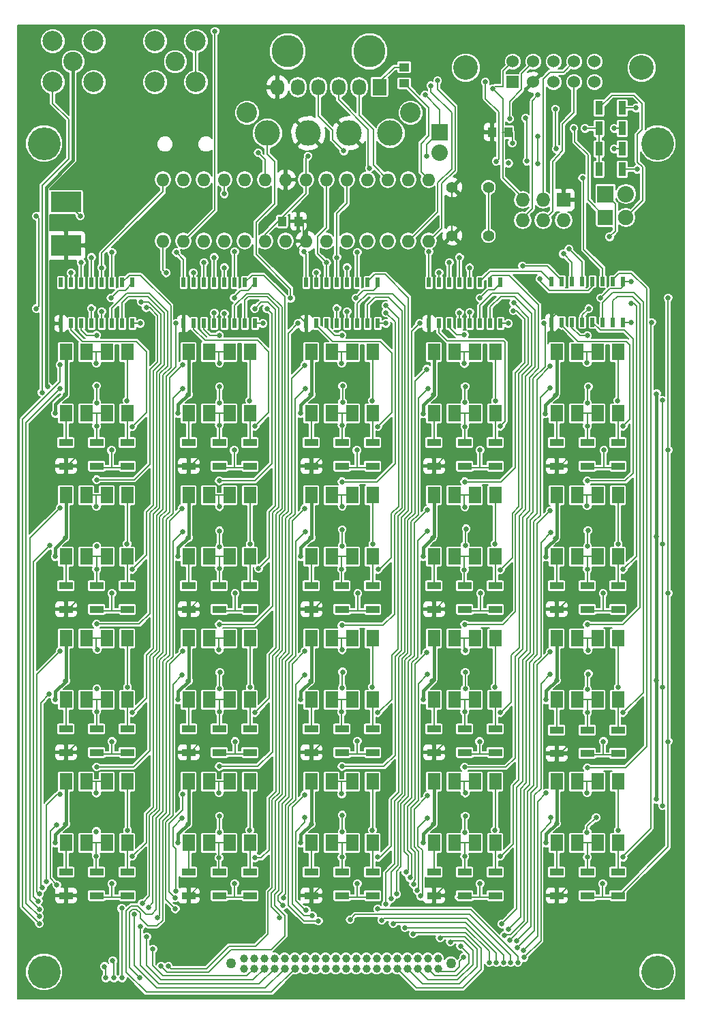
<source format=gbl>
G04 #@! TF.FileFunction,Copper,L2,Bot,Signal*
%FSLAX46Y46*%
G04 Gerber Fmt 4.6, Leading zero omitted, Abs format (unit mm)*
G04 Created by KiCad (PCBNEW 4.0.1-stable) date 9/28/2016 11:01:21 AM*
%MOMM*%
G01*
G04 APERTURE LIST*
%ADD10C,0.150000*%
%ADD11C,3.048000*%
%ADD12R,1.524000X1.524000*%
%ADD13C,1.524000*%
%ADD14C,4.064000*%
%ADD15R,3.749040X2.550160*%
%ADD16R,1.524000X2.032000*%
%ADD17O,1.600000X1.600000*%
%ADD18C,2.540000*%
%ADD19C,3.990340*%
%ADD20C,3.175000*%
%ADD21C,2.400000*%
%ADD22C,2.500000*%
%ADD23C,1.270000*%
%ADD24C,1.000760*%
%ADD25R,2.032000X2.032000*%
%ADD26O,2.032000X2.032000*%
%ADD27R,1.900000X1.900000*%
%ADD28O,1.900000X1.900000*%
%ADD29R,1.727200X2.032000*%
%ADD30O,1.727200X2.032000*%
%ADD31R,1.727200X1.727200*%
%ADD32O,1.727200X1.727200*%
%ADD33C,1.397000*%
%ADD34R,0.508000X1.143000*%
%ADD35C,1.422400*%
%ADD36R,1.700000X0.900000*%
%ADD37R,0.900000X1.700000*%
%ADD38R,1.250000X1.000000*%
%ADD39R,1.000000X1.250000*%
%ADD40C,0.635000*%
%ADD41C,0.203200*%
%ADD42C,0.398780*%
%ADD43C,0.200660*%
G04 APERTURE END LIST*
D10*
D11*
X94519750Y-21050250D03*
X72675750Y-21050250D03*
D12*
X78517750Y-22828250D03*
D13*
X78517750Y-20288250D03*
X81057750Y-22828250D03*
X81057750Y-20288250D03*
X83597750Y-22828250D03*
X83597750Y-20288250D03*
X86137750Y-22828250D03*
X86137750Y-20288250D03*
X88677750Y-22828250D03*
X88677750Y-20288250D03*
D14*
X20320000Y-30480000D03*
X20320000Y-133350000D03*
X96520000Y-133350000D03*
X96520000Y-30480000D03*
D15*
X23018750Y-37717730D03*
X23018750Y-43117770D03*
D16*
X91598750Y-117316250D03*
X89058750Y-117316250D03*
X86518750Y-117316250D03*
X83978750Y-117316250D03*
X83978750Y-109696250D03*
X86518750Y-109696250D03*
X89058750Y-109696250D03*
X91598750Y-109696250D03*
X91598750Y-99536250D03*
X89058750Y-99536250D03*
X86518750Y-99536250D03*
X83978750Y-99536250D03*
X83978750Y-91916250D03*
X86518750Y-91916250D03*
X89058750Y-91916250D03*
X91598750Y-91916250D03*
X91598750Y-81756250D03*
X89058750Y-81756250D03*
X86518750Y-81756250D03*
X83978750Y-81756250D03*
X83978750Y-74136250D03*
X86518750Y-74136250D03*
X89058750Y-74136250D03*
X91598750Y-74136250D03*
X91598750Y-63976250D03*
X89058750Y-63976250D03*
X86518750Y-63976250D03*
X83978750Y-63976250D03*
X83978750Y-56356250D03*
X86518750Y-56356250D03*
X89058750Y-56356250D03*
X91598750Y-56356250D03*
X76358750Y-117316250D03*
X73818750Y-117316250D03*
X71278750Y-117316250D03*
X68738750Y-117316250D03*
X68738750Y-109696250D03*
X71278750Y-109696250D03*
X73818750Y-109696250D03*
X76358750Y-109696250D03*
X76358750Y-99536250D03*
X73818750Y-99536250D03*
X71278750Y-99536250D03*
X68738750Y-99536250D03*
X68738750Y-91916250D03*
X71278750Y-91916250D03*
X73818750Y-91916250D03*
X76358750Y-91916250D03*
X76358750Y-81756250D03*
X73818750Y-81756250D03*
X71278750Y-81756250D03*
X68738750Y-81756250D03*
X68738750Y-74136250D03*
X71278750Y-74136250D03*
X73818750Y-74136250D03*
X76358750Y-74136250D03*
X76358750Y-63976250D03*
X73818750Y-63976250D03*
X71278750Y-63976250D03*
X68738750Y-63976250D03*
X68738750Y-56356250D03*
X71278750Y-56356250D03*
X73818750Y-56356250D03*
X76358750Y-56356250D03*
X61118750Y-117316250D03*
X58578750Y-117316250D03*
X56038750Y-117316250D03*
X53498750Y-117316250D03*
X53498750Y-109696250D03*
X56038750Y-109696250D03*
X58578750Y-109696250D03*
X61118750Y-109696250D03*
X61118750Y-99536250D03*
X58578750Y-99536250D03*
X56038750Y-99536250D03*
X53498750Y-99536250D03*
X53498750Y-91916250D03*
X56038750Y-91916250D03*
X58578750Y-91916250D03*
X61118750Y-91916250D03*
X61118750Y-81756250D03*
X58578750Y-81756250D03*
X56038750Y-81756250D03*
X53498750Y-81756250D03*
X53498750Y-74136250D03*
X56038750Y-74136250D03*
X58578750Y-74136250D03*
X61118750Y-74136250D03*
X61118750Y-63976250D03*
X58578750Y-63976250D03*
X56038750Y-63976250D03*
X53498750Y-63976250D03*
X53498750Y-56356250D03*
X56038750Y-56356250D03*
X58578750Y-56356250D03*
X61118750Y-56356250D03*
X45878750Y-117316250D03*
X43338750Y-117316250D03*
X40798750Y-117316250D03*
X38258750Y-117316250D03*
X38258750Y-109696250D03*
X40798750Y-109696250D03*
X43338750Y-109696250D03*
X45878750Y-109696250D03*
X45878750Y-99536250D03*
X43338750Y-99536250D03*
X40798750Y-99536250D03*
X38258750Y-99536250D03*
X38258750Y-91916250D03*
X40798750Y-91916250D03*
X43338750Y-91916250D03*
X45878750Y-91916250D03*
X45878750Y-81756250D03*
X43338750Y-81756250D03*
X40798750Y-81756250D03*
X38258750Y-81756250D03*
X38258750Y-74136250D03*
X40798750Y-74136250D03*
X43338750Y-74136250D03*
X45878750Y-74136250D03*
X45878750Y-63976250D03*
X43338750Y-63976250D03*
X40798750Y-63976250D03*
X38258750Y-63976250D03*
X38258750Y-56356250D03*
X40798750Y-56356250D03*
X43338750Y-56356250D03*
X45878750Y-56356250D03*
X30638750Y-117316250D03*
X28098750Y-117316250D03*
X25558750Y-117316250D03*
X23018750Y-117316250D03*
X23018750Y-109696250D03*
X25558750Y-109696250D03*
X28098750Y-109696250D03*
X30638750Y-109696250D03*
X30638750Y-99536250D03*
X28098750Y-99536250D03*
X25558750Y-99536250D03*
X23018750Y-99536250D03*
X23018750Y-91916250D03*
X25558750Y-91916250D03*
X28098750Y-91916250D03*
X30638750Y-91916250D03*
X30638750Y-81756250D03*
X28098750Y-81756250D03*
X25558750Y-81756250D03*
X23018750Y-81756250D03*
X23018750Y-74136250D03*
X25558750Y-74136250D03*
X28098750Y-74136250D03*
X30638750Y-74136250D03*
X30638750Y-63976250D03*
X28098750Y-63976250D03*
X25558750Y-63976250D03*
X23018750Y-63976250D03*
X23018750Y-56356250D03*
X25558750Y-56356250D03*
X28098750Y-56356250D03*
X30638750Y-56356250D03*
D17*
X68075000Y-34950000D03*
X65535000Y-34950000D03*
X62995000Y-34950000D03*
X60455000Y-34950000D03*
X57915000Y-34950000D03*
X55375000Y-34950000D03*
X52835000Y-34950000D03*
X50295000Y-34950000D03*
X47755000Y-34950000D03*
X45215000Y-34950000D03*
X42675000Y-34950000D03*
X40135000Y-34950000D03*
X37595000Y-34950000D03*
X35055000Y-34950000D03*
X35055000Y-42570000D03*
X37595000Y-42570000D03*
X40135000Y-42570000D03*
X42675000Y-42570000D03*
X45215000Y-42570000D03*
X47755000Y-42570000D03*
X50295000Y-42570000D03*
X52835000Y-42570000D03*
X55375000Y-42570000D03*
X57915000Y-42570000D03*
X60455000Y-42570000D03*
X62995000Y-42570000D03*
X65535000Y-42570000D03*
X68075000Y-42570000D03*
D18*
X65817750Y-26638250D03*
X45497750Y-26638250D03*
D19*
X60737750Y-19018250D03*
D20*
X53117750Y-29178250D03*
X58197750Y-29178250D03*
X48037750Y-29178250D03*
X63277750Y-29178250D03*
D19*
X50577750Y-19018250D03*
D21*
X23907750Y-20288250D03*
D22*
X21367750Y-17748250D03*
X26447750Y-17748250D03*
X26447750Y-22828250D03*
X21367750Y-22828250D03*
D21*
X36607750Y-20288250D03*
D22*
X34067750Y-17748250D03*
X39147750Y-17748250D03*
X39147750Y-22828250D03*
X34067750Y-22828250D03*
D23*
X70834250Y-132302250D03*
X43529250Y-132302250D03*
D24*
X67976750Y-131667250D03*
X69246750Y-131667250D03*
X69246750Y-132937250D03*
X67976750Y-132937250D03*
X64166750Y-132937250D03*
X62896750Y-132937250D03*
X65436750Y-132937250D03*
X66706750Y-132937250D03*
X66706750Y-131667250D03*
X65436750Y-131667250D03*
X62896750Y-131667250D03*
X64166750Y-131667250D03*
X50196750Y-132937250D03*
X48926750Y-132937250D03*
X46386750Y-132937250D03*
X47656750Y-132937250D03*
X47656750Y-131667250D03*
X46386750Y-131667250D03*
X48926750Y-131667250D03*
X50196750Y-131667250D03*
X45116750Y-131667250D03*
X45116750Y-132937250D03*
X51466750Y-132937250D03*
X51466750Y-131667250D03*
X59086750Y-131667250D03*
X57816750Y-131667250D03*
X60356750Y-131667250D03*
X61626750Y-131667250D03*
X56546750Y-131667250D03*
X55276750Y-131667250D03*
X52736750Y-131667250D03*
X54006750Y-131667250D03*
X54006750Y-132937250D03*
X52736750Y-132937250D03*
X55276750Y-132937250D03*
X56546750Y-132937250D03*
X61626750Y-132937250D03*
X60356750Y-132937250D03*
X57816750Y-132937250D03*
X59086750Y-132937250D03*
D25*
X69450000Y-29025000D03*
D26*
X69450000Y-31565000D03*
D27*
X90025000Y-39625000D03*
D28*
X92565000Y-39625000D03*
D25*
X90050000Y-36725000D03*
D26*
X92590000Y-36725000D03*
D29*
X61975000Y-23450000D03*
D30*
X59435000Y-23450000D03*
X56895000Y-23450000D03*
X54355000Y-23450000D03*
X51815000Y-23450000D03*
X49275000Y-23450000D03*
D31*
X84850000Y-37450000D03*
D32*
X84850000Y-39990000D03*
X82310000Y-37450000D03*
X82310000Y-39990000D03*
X79770000Y-37450000D03*
X79770000Y-39990000D03*
D33*
X75497690Y-41893490D03*
X70996810Y-41893490D03*
X75497690Y-35894010D03*
X70996810Y-35894010D03*
D34*
X92233750Y-52673250D03*
X90963750Y-52673250D03*
X89693750Y-52673250D03*
X88423750Y-52673250D03*
X87153750Y-52673250D03*
X85883750Y-52673250D03*
X84613750Y-52673250D03*
X83343750Y-52673250D03*
X83343750Y-47593250D03*
X84613750Y-47593250D03*
X85883750Y-47593250D03*
X87153750Y-47593250D03*
X88423750Y-47593250D03*
X89693750Y-47593250D03*
X90963750Y-47593250D03*
X92233750Y-47593250D03*
X76993750Y-52800250D03*
X75723750Y-52800250D03*
X74453750Y-52800250D03*
X73183750Y-52800250D03*
X71913750Y-52800250D03*
X70643750Y-52800250D03*
X69373750Y-52800250D03*
X68103750Y-52800250D03*
X68103750Y-47720250D03*
X69373750Y-47720250D03*
X70643750Y-47720250D03*
X71913750Y-47720250D03*
X73183750Y-47720250D03*
X74453750Y-47720250D03*
X75723750Y-47720250D03*
X76993750Y-47720250D03*
X61753750Y-52800250D03*
X60483750Y-52800250D03*
X59213750Y-52800250D03*
X57943750Y-52800250D03*
X56673750Y-52800250D03*
X55403750Y-52800250D03*
X54133750Y-52800250D03*
X52863750Y-52800250D03*
X52863750Y-47720250D03*
X54133750Y-47720250D03*
X55403750Y-47720250D03*
X56673750Y-47720250D03*
X57943750Y-47720250D03*
X59213750Y-47720250D03*
X60483750Y-47720250D03*
X61753750Y-47720250D03*
X46513750Y-52800250D03*
X45243750Y-52800250D03*
X43973750Y-52800250D03*
X42703750Y-52800250D03*
X41433750Y-52800250D03*
X40163750Y-52800250D03*
X38893750Y-52800250D03*
X37623750Y-52800250D03*
X37623750Y-47720250D03*
X38893750Y-47720250D03*
X40163750Y-47720250D03*
X41433750Y-47720250D03*
X42703750Y-47720250D03*
X43973750Y-47720250D03*
X45243750Y-47720250D03*
X46513750Y-47720250D03*
X31273750Y-52800250D03*
X30003750Y-52800250D03*
X28733750Y-52800250D03*
X27463750Y-52800250D03*
X26193750Y-52800250D03*
X24923750Y-52800250D03*
X23653750Y-52800250D03*
X22383750Y-52800250D03*
X22383750Y-47720250D03*
X23653750Y-47720250D03*
X24923750Y-47720250D03*
X26193750Y-47720250D03*
X27463750Y-47720250D03*
X28733750Y-47720250D03*
X30003750Y-47720250D03*
X31273750Y-47720250D03*
D35*
X37877750Y-30448250D03*
X42957750Y-30448250D03*
D36*
X87788750Y-106193250D03*
X87788750Y-103293250D03*
X87788750Y-88286250D03*
X87788750Y-85386250D03*
X72548750Y-106066250D03*
X72548750Y-103166250D03*
X72548750Y-88286250D03*
X72548750Y-85386250D03*
X57308750Y-106066250D03*
X57308750Y-103166250D03*
X57308750Y-88286250D03*
X57308750Y-85386250D03*
X42068750Y-106066250D03*
X42068750Y-103166250D03*
X42068750Y-88286250D03*
X42068750Y-85386250D03*
D37*
X89228000Y-26035000D03*
X92128000Y-26035000D03*
D36*
X26828750Y-106066250D03*
X26828750Y-103166250D03*
X26828750Y-88286250D03*
X26828750Y-85386250D03*
X91598750Y-120946250D03*
X91598750Y-123846250D03*
X87788750Y-123846250D03*
X87788750Y-120946250D03*
X91598750Y-103293250D03*
X91598750Y-106193250D03*
X91598750Y-85386250D03*
X91598750Y-88286250D03*
X91598750Y-67606250D03*
X91598750Y-70506250D03*
X87788750Y-70506250D03*
X87788750Y-67606250D03*
X83978750Y-123846250D03*
X83978750Y-120946250D03*
X83978750Y-106193250D03*
X83978750Y-103293250D03*
X83978750Y-88286250D03*
X83978750Y-85386250D03*
X83978750Y-70506250D03*
X83978750Y-67606250D03*
X72548750Y-123846250D03*
X72548750Y-120946250D03*
X76358750Y-120946250D03*
X76358750Y-123846250D03*
X76358750Y-103166250D03*
X76358750Y-106066250D03*
X76358750Y-85386250D03*
X76358750Y-88286250D03*
X76358750Y-67606250D03*
X76358750Y-70506250D03*
X72548750Y-70506250D03*
X72548750Y-67606250D03*
X68738750Y-123846250D03*
X68738750Y-120946250D03*
X68738750Y-106066250D03*
X68738750Y-103166250D03*
X68738750Y-88286250D03*
X68738750Y-85386250D03*
X68738750Y-70506250D03*
X68738750Y-67606250D03*
X57308750Y-123846250D03*
X57308750Y-120946250D03*
X61118750Y-120946250D03*
X61118750Y-123846250D03*
X61118750Y-103166250D03*
X61118750Y-106066250D03*
X61118750Y-85386250D03*
X61118750Y-88286250D03*
X61118750Y-67606250D03*
X61118750Y-70506250D03*
X57308750Y-70506250D03*
X57308750Y-67606250D03*
X53498750Y-123846250D03*
X53498750Y-120946250D03*
X53498750Y-106066250D03*
X53498750Y-103166250D03*
X53498750Y-88286250D03*
X53498750Y-85386250D03*
X53498750Y-70506250D03*
X53498750Y-67606250D03*
X42068750Y-123846250D03*
X42068750Y-120946250D03*
X45878750Y-120946250D03*
X45878750Y-123846250D03*
X45878750Y-103166250D03*
X45878750Y-106066250D03*
X45878750Y-85386250D03*
X45878750Y-88286250D03*
X45878750Y-67606250D03*
X45878750Y-70506250D03*
X42068750Y-70506250D03*
X42068750Y-67606250D03*
X38258750Y-123846250D03*
X38258750Y-120946250D03*
X38258750Y-106066250D03*
X38258750Y-103166250D03*
X38258750Y-88286250D03*
X38258750Y-85386250D03*
X38258750Y-70506250D03*
X38258750Y-67606250D03*
X30638750Y-120946250D03*
X30638750Y-123846250D03*
X26828750Y-123846250D03*
X26828750Y-120946250D03*
X30638750Y-103166250D03*
X30638750Y-106066250D03*
X30638750Y-85386250D03*
X30638750Y-88286250D03*
X30638750Y-67606250D03*
X30638750Y-70506250D03*
X26828750Y-70506250D03*
X26828750Y-67606250D03*
X23018750Y-123846250D03*
X23018750Y-120946250D03*
X23018750Y-106066250D03*
X23018750Y-103166250D03*
X23018750Y-88286250D03*
X23018750Y-85386250D03*
X23018750Y-70506250D03*
X23018750Y-67606250D03*
D37*
X89228000Y-31115000D03*
X92128000Y-31115000D03*
X89228000Y-33655000D03*
X92128000Y-33655000D03*
X89228000Y-28575000D03*
X92128000Y-28575000D03*
D38*
X65024000Y-20971000D03*
X65024000Y-22971000D03*
D39*
X51876200Y-40106600D03*
X49876200Y-40106600D03*
X75962000Y-29032200D03*
X77962000Y-29032200D03*
D40*
X74504550Y-86328250D03*
X93218000Y-47625000D03*
X19335750Y-50958750D03*
X19335750Y-39465250D03*
X28733750Y-122396250D03*
X43973750Y-122396250D03*
X24796750Y-39465250D03*
X28606750Y-49625250D03*
X43910250Y-49625250D03*
X59213750Y-122396250D03*
X89693750Y-122396250D03*
X74453750Y-122396250D03*
X59023250Y-49625250D03*
X74453750Y-49625250D03*
X89439750Y-49625250D03*
X74453750Y-68548250D03*
X59162950Y-68548250D03*
X43922950Y-68548250D03*
X28682950Y-68548250D03*
X28733750Y-86328250D03*
X44024550Y-86328250D03*
X59264550Y-86328250D03*
X89744550Y-86328250D03*
X74402950Y-104717850D03*
X59213750Y-104667050D03*
X44024550Y-104717850D03*
X28733750Y-104717850D03*
X89795350Y-104717850D03*
X97821750Y-49625250D03*
X97821750Y-86328250D03*
X89846150Y-68548250D03*
X97821750Y-104717850D03*
X97821750Y-68548250D03*
X50927000Y-49657000D03*
X57531000Y-31369000D03*
X76454000Y-32664400D03*
X75120500Y-22821900D03*
X68357750Y-23272750D03*
X69183250Y-22637750D03*
X78130400Y-27381200D03*
X41529000Y-16510000D03*
X81648300Y-24409400D03*
X85502750Y-43529250D03*
X71913750Y-44608750D03*
X26187400Y-44602400D03*
X41427400Y-44602400D03*
X56673750Y-44608750D03*
X84804250Y-44164250D03*
X70643750Y-45243750D03*
X24917400Y-45237400D03*
X40157400Y-45237400D03*
X55397400Y-45237400D03*
X87198200Y-34747200D03*
X42684700Y-36703000D03*
X73164700Y-45885100D03*
X57937400Y-45872400D03*
X42697400Y-45872400D03*
X27457400Y-45872400D03*
X81883250Y-47275750D03*
X35464750Y-46513750D03*
X23653750Y-46513750D03*
X38830250Y-46513750D03*
X54133750Y-46513750D03*
X69373750Y-46513750D03*
X79724250Y-45688250D03*
X83324700Y-54330600D03*
X52819300Y-54444900D03*
X68059300Y-54394100D03*
X27654250Y-40989250D03*
X85185250Y-34385250D03*
X75184000Y-27305000D03*
X37528500Y-54356000D03*
X70338950Y-120719850D03*
X39808150Y-120719850D03*
X18954750Y-40989250D03*
X18954750Y-49625250D03*
X24733250Y-49625250D03*
X39846250Y-49371250D03*
X23018750Y-41052750D03*
X55086250Y-49688750D03*
X70516750Y-49625250D03*
X85883750Y-49625250D03*
X23145750Y-122523250D03*
X98482150Y-84093050D03*
X98482150Y-101771450D03*
X95840550Y-120719850D03*
X55048150Y-120669050D03*
X85578950Y-120719850D03*
X24618950Y-102990650D03*
X39858950Y-102990650D03*
X55098950Y-102939850D03*
X70338950Y-102939850D03*
X24568150Y-85210650D03*
X39808150Y-85210650D03*
X55098950Y-85210650D03*
X70338950Y-85210650D03*
X24618950Y-67430650D03*
X39808150Y-67379850D03*
X55098950Y-67430650D03*
X70338950Y-67430650D03*
X85629750Y-67405250D03*
X85629750Y-85185250D03*
X85629750Y-103092250D03*
X98482150Y-66262250D03*
X98456750Y-48482250D03*
X20732750Y-60610750D03*
X22993350Y-114979450D03*
X22993350Y-97199450D03*
X38233350Y-97199450D03*
X22942550Y-79419450D03*
X22942550Y-61639450D03*
X38233350Y-61639450D03*
X38182550Y-114979450D03*
X68662550Y-114979450D03*
X68510150Y-97199450D03*
X68560950Y-79419450D03*
X68662550Y-61639450D03*
X67443350Y-64027050D03*
X53422550Y-97199450D03*
X38233350Y-79419450D03*
X53473350Y-79419450D03*
X53473350Y-61639450D03*
X96399350Y-79267050D03*
X96399350Y-97148650D03*
X96399350Y-111880650D03*
X96399350Y-61537850D03*
X53498750Y-114954050D03*
X83978750Y-114903250D03*
X83978750Y-97123250D03*
X21723350Y-117316250D03*
X36963350Y-117316250D03*
X52203350Y-117316250D03*
X67443350Y-117316250D03*
X82683350Y-117316250D03*
X21723350Y-99536250D03*
X36963350Y-99536250D03*
X52203350Y-99536250D03*
X67443350Y-99536250D03*
X82683350Y-99536250D03*
X83800950Y-79521050D03*
X21672550Y-81756250D03*
X36963350Y-81756250D03*
X52203350Y-81756250D03*
X67392550Y-81756250D03*
X82683350Y-81807050D03*
X83826350Y-61715650D03*
X21723350Y-63976250D03*
X36963350Y-63976250D03*
X52152550Y-63976250D03*
X82581750Y-64027050D03*
X20034250Y-61372750D03*
X97161350Y-80181450D03*
X97161350Y-97961450D03*
X97110550Y-112693450D03*
X97161350Y-62350650D03*
X30664150Y-115741450D03*
X45853350Y-115741450D03*
X61093350Y-115741450D03*
X76333350Y-115741450D03*
X91624150Y-115741450D03*
X30664150Y-97961450D03*
X45904150Y-97961450D03*
X61093350Y-97961450D03*
X76333350Y-97961450D03*
X91624150Y-97961450D03*
X30613350Y-80181450D03*
X45904150Y-80181450D03*
X61144150Y-80181450D03*
X76333350Y-80181450D03*
X91624150Y-80181450D03*
X30613350Y-62401450D03*
X45853350Y-62401450D03*
X61093350Y-62401450D03*
X76384150Y-62401450D03*
X91573350Y-62401450D03*
X83242150Y-114115850D03*
X87763350Y-115995450D03*
X88880950Y-114166650D03*
X79940150Y-131540250D03*
X82683350Y-111118650D03*
X79838550Y-130676650D03*
X87763350Y-111067850D03*
X72421750Y-131540250D03*
X66198750Y-122459750D03*
X72624950Y-96132650D03*
X72624950Y-98164650D03*
X67951350Y-96386650D03*
X65119250Y-127857250D03*
X72624950Y-93440250D03*
X67849750Y-93643450D03*
X65754250Y-121634250D03*
X75596750Y-132175250D03*
X72726550Y-78301850D03*
X67900550Y-78555850D03*
X72624950Y-80333850D03*
X65246250Y-120935750D03*
X72574150Y-75609450D03*
X67900550Y-75965050D03*
X63658750Y-127349250D03*
X64103250Y-123666250D03*
X76485750Y-132175250D03*
X72624950Y-60623450D03*
X68002150Y-60877450D03*
X72574150Y-62604650D03*
X63404750Y-124237750D03*
X72523350Y-57778650D03*
X67849750Y-58489850D03*
X62261750Y-126904750D03*
X62769750Y-124936250D03*
X77374750Y-132175250D03*
X52863750Y-125698250D03*
X57334150Y-113861850D03*
X52711350Y-114166650D03*
X57334150Y-115944650D03*
X53625750Y-126358650D03*
X58324750Y-126841250D03*
X57283350Y-111220250D03*
X52711350Y-111321850D03*
X78263750Y-132175250D03*
X52711350Y-96437450D03*
X57334150Y-98063050D03*
X57384950Y-96081850D03*
X54387750Y-127019050D03*
X79152750Y-132175250D03*
X61753750Y-125507750D03*
X57334150Y-93338650D03*
X52711350Y-93491050D03*
X50018950Y-124174250D03*
X79076550Y-130321050D03*
X83191350Y-96335850D03*
X87915750Y-96335850D03*
X87814150Y-98266250D03*
X57334150Y-78403450D03*
X52762150Y-78657450D03*
X49968150Y-125088650D03*
X57334150Y-80435450D03*
X34829750Y-132607050D03*
X27819350Y-132657850D03*
X27971750Y-134080250D03*
X52711350Y-75761850D03*
X57334150Y-75507850D03*
X49561750Y-126612650D03*
X57384950Y-62553850D03*
X52762150Y-60877450D03*
X57384950Y-60572650D03*
X28835350Y-131946650D03*
X28987750Y-134080250D03*
X52711350Y-57981850D03*
X57283350Y-57727850D03*
X35744150Y-132607050D03*
X42094150Y-115995450D03*
X36709350Y-123259850D03*
X37471350Y-114217450D03*
X42094150Y-113963450D03*
X30003750Y-134080250D03*
X29940250Y-125444250D03*
X37522150Y-111271050D03*
X42043350Y-111067850D03*
X36607750Y-124123450D03*
X36607750Y-125507750D03*
X42144950Y-96132650D03*
X37471350Y-96437450D03*
X42094150Y-98164650D03*
X32162750Y-134080250D03*
X37522150Y-93491050D03*
X42043350Y-93338650D03*
X42094150Y-80537050D03*
X37522150Y-78657450D03*
X42094150Y-78555850D03*
X34385250Y-126587250D03*
X42094150Y-75558650D03*
X37471350Y-75761850D03*
X72040750Y-130143250D03*
X79025750Y-129457450D03*
X87864950Y-93389450D03*
X83191350Y-93592650D03*
X42094150Y-60674250D03*
X37522150Y-60877450D03*
X42094150Y-62655450D03*
X33242250Y-125317250D03*
X42094150Y-57727850D03*
X37522150Y-57931050D03*
X31527750Y-126206250D03*
X32480250Y-124809250D03*
X26803350Y-115893850D03*
X21824950Y-115081050D03*
X21875750Y-122523250D03*
X20605750Y-122142250D03*
X32289750Y-127730250D03*
X22282150Y-111271050D03*
X26803350Y-111118650D03*
X20097750Y-122904250D03*
X26854150Y-98164650D03*
X20961350Y-98825050D03*
X33051750Y-129000250D03*
X19716750Y-123666250D03*
X22282150Y-93491050D03*
X26904950Y-93287850D03*
X19589750Y-124555250D03*
X21012150Y-80333850D03*
X26854150Y-80435450D03*
X19716750Y-125571250D03*
X22282150Y-75711050D03*
X26803350Y-75507850D03*
X33813750Y-130524250D03*
X22256750Y-60928250D03*
X26828750Y-60547250D03*
X26854150Y-62655450D03*
X19716750Y-126460250D03*
X26803350Y-57727850D03*
X22282150Y-57931050D03*
X19716750Y-127349250D03*
X78162150Y-129355850D03*
X83242150Y-78759050D03*
X87814150Y-80486250D03*
X87864950Y-78505050D03*
X77501750Y-128797050D03*
X70770750Y-129635250D03*
X87763350Y-75457050D03*
X83191350Y-76066650D03*
X77958950Y-128035050D03*
X87814150Y-62706250D03*
X83191350Y-60775850D03*
X87915750Y-60674250D03*
X69500750Y-129127250D03*
X77146150Y-127374650D03*
X87763350Y-57677050D03*
X83191350Y-58134250D03*
X72624950Y-113963450D03*
X72574150Y-115995450D03*
X67087750Y-123920250D03*
X67900550Y-114217450D03*
X67900550Y-111474250D03*
X66630550Y-123209050D03*
X72624950Y-111118650D03*
X66135250Y-128619250D03*
X87788750Y-107969050D03*
X93249750Y-52673250D03*
X92233750Y-119094250D03*
X87788750Y-119094250D03*
X95789750Y-52673250D03*
X72550000Y-90175000D03*
X76993750Y-101123750D03*
X72548750Y-101060250D03*
X78581250Y-51212750D03*
X73183750Y-51403250D03*
X72548750Y-72459850D03*
X72523350Y-83381850D03*
X76993750Y-83407250D03*
X71913750Y-51466750D03*
X78644750Y-50260250D03*
X72523350Y-54197250D03*
X72574150Y-65601850D03*
X76993750Y-65563750D03*
X57308750Y-107816650D03*
X57308750Y-119094250D03*
X62769750Y-52800250D03*
X61753750Y-119094250D03*
X66960750Y-52800250D03*
X57308750Y-90290650D03*
X61753750Y-101123750D03*
X57283350Y-101060250D03*
X87788750Y-90189050D03*
X57308750Y-72459850D03*
X57943750Y-51339750D03*
X62769750Y-51466750D03*
X57283350Y-83331050D03*
X56673750Y-50958750D03*
X62769750Y-50577750D03*
X61817250Y-83343750D03*
X57308750Y-54260750D03*
X57308750Y-65449450D03*
X61753750Y-65601850D03*
X42068750Y-107816650D03*
X46513750Y-119157750D03*
X47466250Y-52800250D03*
X42043350Y-119157750D03*
X51847750Y-52800250D03*
X42068750Y-90163650D03*
X42094150Y-101060250D03*
X46513750Y-101123750D03*
X42703750Y-51593750D03*
X42068750Y-72332850D03*
X47974250Y-50958750D03*
X42068750Y-83216750D03*
X41440100Y-51498500D03*
X46469300Y-50952400D03*
X46951900Y-83223100D03*
X87788750Y-101111050D03*
X92233750Y-101123750D03*
X42068750Y-54260750D03*
X42068750Y-65436750D03*
X46513750Y-65563750D03*
X26828750Y-107867450D03*
X26752550Y-118941850D03*
X32226250Y-52800250D03*
X36671250Y-52800250D03*
X31273750Y-118967250D03*
X26828750Y-90138250D03*
X26828750Y-100996750D03*
X31273750Y-101123750D03*
X26828750Y-72205850D03*
X27463750Y-51339750D03*
X32988250Y-50831750D03*
X26828750Y-83331050D03*
X31273750Y-83343750D03*
X26193750Y-50958750D03*
X32353250Y-50133250D03*
X26828750Y-54260750D03*
X26828750Y-65563750D03*
X31273750Y-65627250D03*
X87788750Y-72358250D03*
X87788750Y-83331050D03*
X87979250Y-50958750D03*
X93249750Y-50323750D03*
X92233750Y-83343750D03*
X87788750Y-54324250D03*
X92233750Y-65563750D03*
X87788750Y-65551050D03*
X72548750Y-107918250D03*
X76993750Y-118967250D03*
X72548750Y-118992650D03*
X77946250Y-52800250D03*
X82391250Y-52800250D03*
X90551000Y-42037000D03*
X60706000Y-33528000D03*
X87503000Y-28575000D03*
X78462000Y-30388000D03*
X78003400Y-32893000D03*
X53086000Y-32004000D03*
X67818000Y-32004000D03*
X76022200Y-23622000D03*
X67640200Y-24409400D03*
X86106000Y-28575000D03*
X46894750Y-31591250D03*
X93853000Y-26035000D03*
X91125000Y-28575000D03*
X83820000Y-26162000D03*
X83947000Y-31115000D03*
X91150000Y-31125000D03*
X93980000Y-33655000D03*
X59213750Y-43973750D03*
X68103750Y-43910250D03*
X43973750Y-43910250D03*
X52546250Y-43910250D03*
X36734750Y-43973750D03*
X28733750Y-43973750D03*
X80264000Y-32639000D03*
X80137000Y-27305000D03*
X81661000Y-32969200D03*
X81661000Y-29603700D03*
D41*
X74504550Y-88487250D02*
X74504550Y-86328250D01*
X89027000Y-26035000D02*
X89268300Y-26035000D01*
X94665800Y-37541200D02*
X92583000Y-39624000D01*
X94665800Y-33401000D02*
X94665800Y-37541200D01*
X94005400Y-32740600D02*
X94665800Y-33401000D01*
X94005400Y-29298900D02*
X94005400Y-32740600D01*
X94589600Y-28714700D02*
X94005400Y-29298900D01*
X94589600Y-25463500D02*
X94589600Y-28714700D01*
X93573600Y-24447500D02*
X94589600Y-25463500D01*
X90855800Y-24447500D02*
X93573600Y-24447500D01*
X89268300Y-26035000D02*
X90855800Y-24447500D01*
X92233750Y-47593250D02*
X93186250Y-47593250D01*
X93186250Y-47593250D02*
X93218000Y-47625000D01*
X19627848Y-50666652D02*
X19335750Y-50958750D01*
X19627848Y-39757348D02*
X19627848Y-50666652D01*
X19335750Y-39465250D02*
X19627848Y-39757348D01*
X28733750Y-124047250D02*
X28733750Y-122396250D01*
X43973750Y-122396250D02*
X43973750Y-124047250D01*
X23018750Y-37717730D02*
X23049230Y-37717730D01*
X23049230Y-37717730D02*
X24796750Y-39465250D01*
X31273750Y-47720250D02*
X31273750Y-47783750D01*
X29559250Y-48672750D02*
X28606750Y-49625250D01*
X30384750Y-48672750D02*
X29559250Y-48672750D01*
X31273750Y-47783750D02*
X30384750Y-48672750D01*
X46513750Y-47720250D02*
X46513750Y-47783750D01*
X43910250Y-49498250D02*
X43910250Y-49625250D01*
X44735750Y-48672750D02*
X43910250Y-49498250D01*
X45624750Y-48672750D02*
X44735750Y-48672750D01*
X46513750Y-47783750D02*
X45624750Y-48672750D01*
X59213750Y-122396250D02*
X59213750Y-124047250D01*
X89693750Y-124047250D02*
X89693750Y-122396250D01*
X74453750Y-122396250D02*
X74453750Y-124047250D01*
X61753750Y-47720250D02*
X61753750Y-48164750D01*
X59975750Y-48672750D02*
X59023250Y-49625250D01*
X61245750Y-48672750D02*
X59975750Y-48672750D01*
X61753750Y-48164750D02*
X61245750Y-48672750D01*
X61753750Y-47720250D02*
X61753750Y-48101250D01*
X76993750Y-47720250D02*
X76993750Y-47847250D01*
X75469750Y-48609250D02*
X74453750Y-49625250D01*
X76231750Y-48609250D02*
X75469750Y-48609250D01*
X76993750Y-47847250D02*
X76231750Y-48609250D01*
X92233750Y-47593250D02*
X92233750Y-48202848D01*
X90582750Y-48482250D02*
X89439750Y-49625250D01*
X91954348Y-48482250D02*
X90582750Y-48482250D01*
X92233750Y-48202848D02*
X91954348Y-48482250D01*
X89846150Y-70707250D02*
X89795350Y-70707250D01*
X89846150Y-68548250D02*
X89846150Y-70707250D01*
X74453750Y-70707250D02*
X74402950Y-70707250D01*
X74453750Y-68548250D02*
X74453750Y-70707250D01*
X59213750Y-70707250D02*
X59213750Y-68599050D01*
X59213750Y-68599050D02*
X59162950Y-68548250D01*
X43922950Y-68548250D02*
X43922950Y-70707250D01*
X28682950Y-68548250D02*
X28682950Y-70707250D01*
X28733750Y-86328250D02*
X28733750Y-88487250D01*
X28733750Y-88487250D02*
X28708350Y-88461850D01*
X28632150Y-88461850D02*
X28632150Y-88487250D01*
X28708350Y-88461850D02*
X28632150Y-88461850D01*
X44024550Y-86328250D02*
X44024550Y-88487250D01*
X59264550Y-86328250D02*
X59264550Y-88487250D01*
X89744550Y-88487250D02*
X89693750Y-88487250D01*
X89744550Y-86328250D02*
X89744550Y-88487250D01*
X97821750Y-117824250D02*
X91598750Y-124047250D01*
X74402950Y-106267250D02*
X74402950Y-104717850D01*
X59213750Y-106267250D02*
X59213750Y-104667050D01*
X44024550Y-104717850D02*
X44024550Y-106267250D01*
X28733750Y-104717850D02*
X28733750Y-106267250D01*
X89744550Y-104768650D02*
X89744550Y-106394250D01*
X89795350Y-104717850D02*
X89744550Y-104768650D01*
X30638750Y-124047250D02*
X28733750Y-124047250D01*
X28733750Y-124047250D02*
X26828750Y-124047250D01*
X30638750Y-106267250D02*
X28733750Y-106267250D01*
X28733750Y-106267250D02*
X26828750Y-106267250D01*
X45878750Y-106267250D02*
X44024550Y-106267250D01*
X44024550Y-106267250D02*
X42068750Y-106267250D01*
X61118750Y-106267250D02*
X59213750Y-106267250D01*
X59213750Y-106267250D02*
X57308750Y-106267250D01*
X30638750Y-88487250D02*
X28733750Y-88487250D01*
X28733750Y-88487250D02*
X28632150Y-88487250D01*
X28632150Y-88487250D02*
X26828750Y-88487250D01*
X45878750Y-88487250D02*
X44024550Y-88487250D01*
X44024550Y-88487250D02*
X42068750Y-88487250D01*
X61118750Y-88487250D02*
X59264550Y-88487250D01*
X59264550Y-88487250D02*
X57308750Y-88487250D01*
X45878750Y-70707250D02*
X43922950Y-70707250D01*
X43922950Y-70707250D02*
X42068750Y-70707250D01*
X61118750Y-70707250D02*
X59213750Y-70707250D01*
X59213750Y-70707250D02*
X57308750Y-70707250D01*
X30638750Y-70707250D02*
X28682950Y-70707250D01*
X28682950Y-70707250D02*
X26828750Y-70707250D01*
X76358750Y-106267250D02*
X74402950Y-106267250D01*
X74402950Y-106267250D02*
X72548750Y-106267250D01*
X76358750Y-70707250D02*
X74402950Y-70707250D01*
X74402950Y-70707250D02*
X72548750Y-70707250D01*
X76358750Y-88487250D02*
X74504550Y-88487250D01*
X74504550Y-88487250D02*
X72548750Y-88487250D01*
X91598750Y-70707250D02*
X89795350Y-70707250D01*
X89795350Y-70707250D02*
X87788750Y-70707250D01*
X91598750Y-88487250D02*
X89693750Y-88487250D01*
X89693750Y-88487250D02*
X87788750Y-88487250D01*
X91598750Y-106394250D02*
X89744550Y-106394250D01*
X89744550Y-106394250D02*
X87788750Y-106394250D01*
X87788750Y-124047250D02*
X87788750Y-124174250D01*
X87788750Y-124047250D02*
X87471250Y-124047250D01*
X87788750Y-124047250D02*
X87661750Y-124047250D01*
X91598750Y-124047250D02*
X89693750Y-124047250D01*
X89693750Y-124047250D02*
X87788750Y-124047250D01*
X42068750Y-124047250D02*
X41941750Y-124047250D01*
X31210250Y-124047250D02*
X30638750Y-124047250D01*
X72548750Y-124047250D02*
X71596250Y-124047250D01*
X45878750Y-124047250D02*
X43973750Y-124047250D01*
X43973750Y-124047250D02*
X42068750Y-124047250D01*
X61118750Y-124047250D02*
X59213750Y-124047250D01*
X59213750Y-124047250D02*
X57308750Y-124047250D01*
X76358750Y-124047250D02*
X74453750Y-124047250D01*
X74453750Y-124047250D02*
X72548750Y-124047250D01*
X97821750Y-86328250D02*
X97821750Y-104717850D01*
X97821750Y-104717850D02*
X97821750Y-117824250D01*
X97821750Y-68548250D02*
X97821750Y-49625250D01*
X97821750Y-68548250D02*
X97821750Y-86328250D01*
X50927000Y-48514000D02*
X50927000Y-49657000D01*
X46622500Y-44209500D02*
X50927000Y-48514000D01*
X46622500Y-40245500D02*
X46622500Y-44209500D01*
X48958500Y-37909500D02*
X46622500Y-40245500D01*
X48958500Y-32702500D02*
X48958500Y-37909500D01*
X48037750Y-31781750D02*
X48958500Y-32702500D01*
X48037750Y-29178250D02*
X48037750Y-31781750D01*
X54356000Y-23368000D02*
X54356000Y-27051000D01*
X56134000Y-28829000D02*
X56134000Y-29972000D01*
X54356000Y-27051000D02*
X56134000Y-28829000D01*
X56134000Y-29972000D02*
X57531000Y-31369000D01*
X75120500Y-24853900D02*
X75120500Y-24870500D01*
X75120500Y-24853900D02*
X75120500Y-22821900D01*
X76800000Y-32318400D02*
X76454000Y-32664400D01*
X76800000Y-26550000D02*
X76800000Y-32318400D01*
X75120500Y-24870500D02*
X76800000Y-26550000D01*
X68357750Y-23272750D02*
X68357750Y-24034750D01*
X69215000Y-38925500D02*
X65563750Y-42576750D01*
X69215000Y-35306000D02*
X69215000Y-38925500D01*
X70925000Y-33596000D02*
X69215000Y-35306000D01*
X70925000Y-26602000D02*
X70925000Y-33596000D01*
X68357750Y-24034750D02*
X70925000Y-26602000D01*
X71350000Y-25884000D02*
X71350000Y-33806000D01*
X69183250Y-23717250D02*
X71350000Y-25884000D01*
X71350000Y-33806000D02*
X69723000Y-35433000D01*
X69723000Y-35433000D02*
X69723000Y-40894000D01*
X69183250Y-22637750D02*
X69183250Y-23717250D01*
X69723000Y-40957500D02*
X68103750Y-42576750D01*
X69723000Y-40894000D02*
X69723000Y-40957500D01*
X79616300Y-23736300D02*
X78130400Y-25222200D01*
X78130400Y-25222200D02*
X78130400Y-27381200D01*
X81057750Y-20288250D02*
X81057750Y-20364450D01*
X81057750Y-20364450D02*
X79616300Y-21805900D01*
X79616300Y-21805900D02*
X79616300Y-23736300D01*
X41531000Y-38669500D02*
X37623750Y-42576750D01*
X41531000Y-16512000D02*
X41531000Y-38669500D01*
X41529000Y-16510000D02*
X41531000Y-16512000D01*
X84074000Y-21590000D02*
X84836000Y-21590000D01*
X84074000Y-21590000D02*
X83185000Y-21590000D01*
X83185000Y-21590000D02*
X82296000Y-22479000D01*
X82296000Y-37465000D02*
X82296000Y-22479000D01*
X84836000Y-21590000D02*
X86137750Y-20288250D01*
X79756000Y-40005000D02*
X79756000Y-39687500D01*
X80949000Y-25183700D02*
X81648300Y-24409400D01*
X80949000Y-38569500D02*
X80949000Y-25183700D01*
X79756000Y-39687500D02*
X80949000Y-38569500D01*
X86137750Y-22828250D02*
X86137750Y-26638250D01*
X83489000Y-38887000D02*
X82296000Y-40005000D01*
X83489000Y-32664000D02*
X83489000Y-38887000D01*
X84709000Y-31369000D02*
X83489000Y-32664000D01*
X84709000Y-28067000D02*
X84709000Y-31369000D01*
X86137750Y-26638250D02*
X84709000Y-28067000D01*
X85502750Y-43529250D02*
X87153750Y-45180250D01*
X26187400Y-44602400D02*
X26193750Y-44608750D01*
X41427400Y-44602400D02*
X41433750Y-44608750D01*
X56673750Y-39147750D02*
X56673750Y-44608750D01*
X57943750Y-37877750D02*
X56673750Y-39147750D01*
X57943750Y-34956750D02*
X57943750Y-37877750D01*
X71913750Y-47720250D02*
X71913750Y-44608750D01*
X26193750Y-44608750D02*
X26193750Y-47720250D01*
X56673750Y-47720250D02*
X56673750Y-44608750D01*
X41433750Y-44608750D02*
X41433750Y-47720250D01*
X87153750Y-45180250D02*
X87153750Y-47593250D01*
X85883750Y-45243750D02*
X84804250Y-44164250D01*
X24917400Y-45237400D02*
X24923750Y-45243750D01*
X40157400Y-45237400D02*
X40163750Y-45243750D01*
X54242900Y-44082900D02*
X55397400Y-45237400D01*
X54242900Y-42035800D02*
X54242900Y-44082900D01*
X55397400Y-45237400D02*
X55403750Y-45243750D01*
X55403750Y-40874950D02*
X54242900Y-42035800D01*
X55403750Y-34956750D02*
X55403750Y-40874950D01*
X24923750Y-45243750D02*
X24923750Y-47720250D01*
X40163750Y-45243750D02*
X40163750Y-47720250D01*
X55403750Y-45243750D02*
X55403750Y-47720250D01*
X70643750Y-47720250D02*
X70643750Y-45243750D01*
X85883750Y-45243750D02*
X85883750Y-47593250D01*
X42703750Y-34956750D02*
X42703750Y-36683950D01*
X89693750Y-45954950D02*
X89693750Y-47593250D01*
X87325200Y-43586400D02*
X89693750Y-45954950D01*
X87325200Y-34874200D02*
X87325200Y-43586400D01*
X87198200Y-34747200D02*
X87325200Y-34874200D01*
X42703750Y-36683950D02*
X42684700Y-36703000D01*
X35083750Y-34956750D02*
X35083750Y-36442650D01*
X27457400Y-44069000D02*
X27457400Y-45872400D01*
X35083750Y-36442650D02*
X27457400Y-44069000D01*
X73183750Y-45904150D02*
X73164700Y-45885100D01*
X73183750Y-47720250D02*
X73183750Y-45904150D01*
X57943750Y-45878750D02*
X57943750Y-47720250D01*
X57937400Y-45872400D02*
X57943750Y-45878750D01*
X27463750Y-47720250D02*
X27463750Y-45878750D01*
X42703750Y-45878750D02*
X42703750Y-47720250D01*
X42697400Y-45872400D02*
X42703750Y-45878750D01*
X27463750Y-45878750D02*
X27457400Y-45872400D01*
X88423750Y-48164750D02*
X87852250Y-48736250D01*
X88423750Y-47593250D02*
X88423750Y-48164750D01*
X87852250Y-48736250D02*
X83089750Y-48736250D01*
X83089750Y-48736250D02*
X81883250Y-47529750D01*
X81883250Y-47529750D02*
X81883250Y-47275750D01*
X35083750Y-42576750D02*
X35083750Y-46132750D01*
X35083750Y-46132750D02*
X35464750Y-46513750D01*
X23653750Y-46513750D02*
X23653750Y-47720250D01*
X38893750Y-46577250D02*
X38893750Y-47720250D01*
X38830250Y-46513750D02*
X38893750Y-46577250D01*
X54133750Y-46513750D02*
X54133750Y-47720250D01*
X84613750Y-47593250D02*
X84613750Y-47466250D01*
X69373750Y-46513750D02*
X69373750Y-47720250D01*
X82835750Y-45688250D02*
X79724250Y-45688250D01*
X84613750Y-47466250D02*
X82835750Y-45688250D01*
X83324700Y-54330600D02*
X83343750Y-54311550D01*
X83343750Y-52673250D02*
X83343750Y-54311550D01*
X52819300Y-54444900D02*
X52863750Y-54400450D01*
X52863750Y-52800250D02*
X52863750Y-54400450D01*
X68059300Y-54394100D02*
X68103750Y-54349650D01*
X68103750Y-52800250D02*
X68103750Y-54349650D01*
X23018750Y-41052750D02*
X23082250Y-40989250D01*
X23082250Y-40989250D02*
X27654250Y-40989250D01*
X84960250Y-37560250D02*
X86137750Y-37560250D01*
X85185250Y-34385250D02*
X85820250Y-34385250D01*
X85820250Y-34385250D02*
X86836250Y-35401250D01*
X86836250Y-35401250D02*
X86836250Y-36861750D01*
X86836250Y-36861750D02*
X86137750Y-37560250D01*
X84960250Y-37560250D02*
X84850000Y-37450000D01*
X53803550Y-70707250D02*
X53498750Y-70707250D01*
X75184000Y-27305000D02*
X75311000Y-27432000D01*
X52527200Y-42240200D02*
X52863750Y-42576750D01*
X37623750Y-54260750D02*
X37623750Y-52800250D01*
X37528500Y-54356000D02*
X37623750Y-54260750D01*
X70996810Y-41893490D02*
X70996810Y-35894010D01*
X52863750Y-42576750D02*
X52673250Y-42576750D01*
X51784250Y-51720750D02*
X52863750Y-52800250D01*
X51784250Y-43465750D02*
X51784250Y-51720750D01*
X52673250Y-42576750D02*
X51784250Y-43465750D01*
X50323750Y-32480250D02*
X50323750Y-31972250D01*
X50323750Y-31972250D02*
X53117750Y-29178250D01*
X50323750Y-32480250D02*
X50323750Y-34956750D01*
X68738750Y-123996450D02*
X70338950Y-122396250D01*
X70338950Y-122396250D02*
X70338950Y-120719850D01*
X68738750Y-123996450D02*
X68738750Y-124047250D01*
X38258750Y-123945650D02*
X39808150Y-122396250D01*
X39808150Y-122396250D02*
X39808150Y-120719850D01*
X38258750Y-124047250D02*
X38258750Y-123945650D01*
X23018750Y-41052750D02*
X23018750Y-43117770D01*
X19145250Y-41179750D02*
X18954750Y-40989250D01*
X19145250Y-49434750D02*
X19145250Y-41179750D01*
X18954750Y-49625250D02*
X19145250Y-49434750D01*
X22383750Y-51974750D02*
X22383750Y-52800250D01*
X24733250Y-49625250D02*
X22383750Y-51974750D01*
X37623750Y-51593750D02*
X37623750Y-52800250D01*
X39846250Y-49371250D02*
X37623750Y-51593750D01*
X52863750Y-52800250D02*
X52863750Y-51911250D01*
X52863750Y-51911250D02*
X55086250Y-49688750D01*
X68103750Y-52800250D02*
X68103750Y-52038250D01*
X68103750Y-52038250D02*
X70516750Y-49625250D01*
X83343750Y-52673250D02*
X83343750Y-52165250D01*
X83343750Y-52165250D02*
X85883750Y-49625250D01*
X23145750Y-122523250D02*
X23018750Y-122650250D01*
X23018750Y-122650250D02*
X23018750Y-124047250D01*
X98482150Y-84093050D02*
X98482150Y-101771450D01*
X98482150Y-118078250D02*
X95840550Y-120719850D01*
X98482150Y-101771450D02*
X98482150Y-118078250D01*
X53498750Y-124047250D02*
X53498750Y-123894850D01*
X55048150Y-122345450D02*
X55048150Y-120669050D01*
X53498750Y-123894850D02*
X55048150Y-122345450D01*
X84080350Y-124047250D02*
X85578950Y-122548650D01*
X85578950Y-122548650D02*
X85578950Y-120719850D01*
X83978750Y-124047250D02*
X84080350Y-124047250D01*
X24568150Y-104717850D02*
X23018750Y-106267250D01*
X24618950Y-102990650D02*
X24568150Y-103041450D01*
X24568150Y-103041450D02*
X24568150Y-104717850D01*
X39909750Y-104616250D02*
X38258750Y-106267250D01*
X39858950Y-102990650D02*
X39909750Y-103041450D01*
X39909750Y-103041450D02*
X39909750Y-104616250D01*
X53498750Y-106165650D02*
X53498750Y-106267250D01*
X55098950Y-104565450D02*
X53498750Y-106165650D01*
X55098950Y-102939850D02*
X55098950Y-104565450D01*
X68738750Y-106165650D02*
X68738750Y-106267250D01*
X70338950Y-104565450D02*
X68738750Y-106165650D01*
X70338950Y-102939850D02*
X70338950Y-104565450D01*
X23120350Y-88487250D02*
X23018750Y-88487250D01*
X24568150Y-85210650D02*
X24568150Y-87039450D01*
X24568150Y-87039450D02*
X23120350Y-88487250D01*
X39808150Y-85210650D02*
X39808150Y-86836250D01*
X39808150Y-86836250D02*
X38258750Y-88385650D01*
X38258750Y-88385650D02*
X38258750Y-88487250D01*
X53600350Y-88487250D02*
X53498750Y-88487250D01*
X55098950Y-86988650D02*
X53600350Y-88487250D01*
X55098950Y-85210650D02*
X55098950Y-86988650D01*
X70389750Y-86836250D02*
X68738750Y-88487250D01*
X70389750Y-85261450D02*
X70389750Y-86836250D01*
X70338950Y-85210650D02*
X70389750Y-85261450D01*
X23018750Y-70656450D02*
X23018750Y-70707250D01*
X24618950Y-69056250D02*
X23018750Y-70656450D01*
X24618950Y-67430650D02*
X24618950Y-69056250D01*
X39808150Y-69157850D02*
X38258750Y-70707250D01*
X39808150Y-67379850D02*
X39808150Y-69157850D01*
X55098950Y-69107050D02*
X53676550Y-70529450D01*
X55098950Y-67430650D02*
X55098950Y-69107050D01*
X70389750Y-69056250D02*
X68738750Y-70707250D01*
X70338950Y-67430650D02*
X70389750Y-67481450D01*
X70389750Y-67481450D02*
X70389750Y-69056250D01*
X84232750Y-70707250D02*
X83978750Y-70707250D01*
X85629750Y-67405250D02*
X85629750Y-69310250D01*
X85629750Y-69310250D02*
X84232750Y-70707250D01*
X85566250Y-86899750D02*
X83978750Y-88487250D01*
X85566250Y-85248750D02*
X85566250Y-86899750D01*
X85629750Y-85185250D02*
X85566250Y-85248750D01*
X84232750Y-106394250D02*
X83978750Y-106394250D01*
X85629750Y-104997250D02*
X84232750Y-106394250D01*
X85629750Y-103092250D02*
X85629750Y-104997250D01*
X83978750Y-124047250D02*
X83216750Y-124047250D01*
X98482150Y-66262250D02*
X98482150Y-84093050D01*
X98456750Y-48482250D02*
X98482150Y-48482250D01*
X98482150Y-66262250D02*
X98482150Y-48482250D01*
X52527200Y-40106600D02*
X52527200Y-42240200D01*
D42*
X20542250Y-35909250D02*
X20542250Y-60420250D01*
X23907750Y-32543750D02*
X20542250Y-35909250D01*
X23907750Y-20288250D02*
X23907750Y-32543750D01*
X20542250Y-60420250D02*
X20732750Y-60610750D01*
X22993350Y-114979450D02*
X23018750Y-114954050D01*
X22993350Y-97199450D02*
X23018750Y-97174050D01*
X38233350Y-97199450D02*
X38258750Y-97174050D01*
X22942550Y-79419450D02*
X23018750Y-79343250D01*
X22942550Y-61639450D02*
X23018750Y-61563250D01*
X38258750Y-61614050D02*
X38258750Y-61563250D01*
X38233350Y-61639450D02*
X38258750Y-61614050D01*
X38182550Y-114979450D02*
X38258750Y-114903250D01*
X68662550Y-114979450D02*
X68738750Y-114903250D01*
X68510150Y-97199450D02*
X68560950Y-97250250D01*
X68560950Y-79419450D02*
X68586350Y-79444850D01*
X68687950Y-61614050D02*
X68738750Y-61614050D01*
X68662550Y-61639450D02*
X68687950Y-61614050D01*
X68738750Y-61614050D02*
X67443350Y-62909450D01*
X67443350Y-62909450D02*
X67443350Y-64027050D01*
X53422550Y-97199450D02*
X53422550Y-97301050D01*
X53422550Y-97301050D02*
X53498750Y-97301050D01*
X38258750Y-79394050D02*
X38258750Y-79343250D01*
X38233350Y-79419450D02*
X38258750Y-79394050D01*
X53498750Y-79394050D02*
X53498750Y-79343250D01*
X53473350Y-79419450D02*
X53498750Y-79394050D01*
X53473350Y-61639450D02*
X53498750Y-61614050D01*
X96399350Y-111880650D02*
X96399350Y-97148650D01*
X96399350Y-97148650D02*
X96399350Y-79267050D01*
X96399350Y-79267050D02*
X96399350Y-61537850D01*
X23018750Y-109696250D02*
X23018750Y-114954050D01*
X23018750Y-114954050D02*
X21723350Y-116249450D01*
X21723350Y-116249450D02*
X21723350Y-117316250D01*
X38258750Y-109696250D02*
X38258750Y-114903250D01*
X38258750Y-114903250D02*
X36963350Y-116198650D01*
X36963350Y-116198650D02*
X36963350Y-117316250D01*
X53498750Y-109696250D02*
X53498750Y-114954050D01*
X52203350Y-116249450D02*
X52203350Y-117316250D01*
X53498750Y-114954050D02*
X52203350Y-116249450D01*
X68738750Y-109696250D02*
X68738750Y-114903250D01*
X67443350Y-116198650D02*
X67443350Y-117316250D01*
X68738750Y-114903250D02*
X67443350Y-116198650D01*
X83978750Y-109696250D02*
X83978750Y-114903250D01*
X83978750Y-114903250D02*
X82683350Y-116198650D01*
X82683350Y-116198650D02*
X82683350Y-117316250D01*
X23018750Y-91916250D02*
X23018750Y-97174050D01*
X23018750Y-97174050D02*
X21723350Y-98469450D01*
X21723350Y-98469450D02*
X21723350Y-99536250D01*
X38258750Y-91916250D02*
X38258750Y-97174050D01*
X38258750Y-97174050D02*
X36963350Y-98469450D01*
X36963350Y-98469450D02*
X36963350Y-99536250D01*
X53498750Y-91916250D02*
X53498750Y-97301050D01*
X53498750Y-97301050D02*
X53498750Y-97174050D01*
X53498750Y-97174050D02*
X52203350Y-98469450D01*
X52203350Y-98469450D02*
X52203350Y-99536250D01*
X68738750Y-91916250D02*
X68738750Y-97072450D01*
X68738750Y-97072450D02*
X68560950Y-97250250D01*
X68560950Y-97250250D02*
X67443350Y-98367850D01*
X67443350Y-98367850D02*
X67443350Y-99536250D01*
X83978750Y-91916250D02*
X83978750Y-97123250D01*
X83978750Y-97123250D02*
X82683350Y-98418650D01*
X82683350Y-98418650D02*
X82683350Y-99536250D01*
X83978750Y-79394050D02*
X83927950Y-79394050D01*
X83927950Y-79394050D02*
X83800950Y-79521050D01*
X23018750Y-74136250D02*
X23018750Y-79343250D01*
X23018750Y-79343250D02*
X21672550Y-80689450D01*
X21672550Y-80689450D02*
X21672550Y-81756250D01*
X38258750Y-74136250D02*
X38258750Y-79343250D01*
X36963350Y-80638650D02*
X36963350Y-81756250D01*
X38258750Y-79343250D02*
X36963350Y-80638650D01*
X53498750Y-74136250D02*
X53498750Y-79343250D01*
X52203350Y-80638650D02*
X52203350Y-81756250D01*
X53498750Y-79343250D02*
X52203350Y-80638650D01*
X68738750Y-74136250D02*
X68738750Y-79292450D01*
X68738750Y-79292450D02*
X68586350Y-79444850D01*
X68586350Y-79444850D02*
X67392550Y-80638650D01*
X67392550Y-80638650D02*
X67392550Y-81756250D01*
X83978750Y-74136250D02*
X83978750Y-79394050D01*
X82683350Y-80689450D02*
X82683350Y-81807050D01*
X83978750Y-79394050D02*
X82683350Y-80689450D01*
X23018750Y-56356250D02*
X23018750Y-61563250D01*
X21723350Y-62858650D02*
X21723350Y-63976250D01*
X23018750Y-61563250D02*
X21723350Y-62858650D01*
X38258750Y-56356250D02*
X38258750Y-61563250D01*
X38258750Y-61563250D02*
X36963350Y-62858650D01*
X36963350Y-62858650D02*
X36963350Y-63976250D01*
X53498750Y-56356250D02*
X53498750Y-61614050D01*
X52152550Y-62960250D02*
X52152550Y-63976250D01*
X53498750Y-61614050D02*
X52152550Y-62960250D01*
X83978750Y-56356250D02*
X83978750Y-61563250D01*
X83978750Y-61563250D02*
X83826350Y-61715650D01*
X83826350Y-61715650D02*
X82581750Y-62960250D01*
X82581750Y-62960250D02*
X82581750Y-64027050D01*
X68738750Y-56356250D02*
X68738750Y-61614050D01*
D41*
X21367750Y-22828250D02*
X21367750Y-25495250D01*
X20034250Y-35655250D02*
X20034250Y-61372750D01*
X23336250Y-32353250D02*
X20034250Y-35655250D01*
X23336250Y-27463750D02*
X23336250Y-32353250D01*
X21367750Y-25495250D02*
X23336250Y-27463750D01*
X39147750Y-17748250D02*
X39147750Y-22828250D01*
X97161350Y-112642650D02*
X97161350Y-97961450D01*
X97110550Y-112693450D02*
X97161350Y-112642650D01*
X97161350Y-80181450D02*
X97161350Y-62350650D01*
X97161350Y-97961450D02*
X97161350Y-80181450D01*
X30638750Y-109696250D02*
X30638750Y-115716050D01*
X30638750Y-115716050D02*
X30664150Y-115741450D01*
X45878750Y-109696250D02*
X45878750Y-115716050D01*
X45878750Y-115716050D02*
X45853350Y-115741450D01*
X61118750Y-109696250D02*
X61118750Y-115716050D01*
X61118750Y-115716050D02*
X61093350Y-115741450D01*
X76358750Y-109696250D02*
X76358750Y-115716050D01*
X76358750Y-115716050D02*
X76333350Y-115741450D01*
X91598750Y-109696250D02*
X91598750Y-115716050D01*
X91598750Y-115716050D02*
X91624150Y-115741450D01*
X30638750Y-91916250D02*
X30638750Y-97936050D01*
X30638750Y-97936050D02*
X30664150Y-97961450D01*
X45878750Y-91916250D02*
X45878750Y-97936050D01*
X45878750Y-97936050D02*
X45904150Y-97961450D01*
X61118750Y-91916250D02*
X61118750Y-97936050D01*
X61118750Y-97936050D02*
X61093350Y-97961450D01*
X76358750Y-91916250D02*
X76358750Y-97936050D01*
X76358750Y-97936050D02*
X76333350Y-97961450D01*
X91598750Y-91916250D02*
X91598750Y-97936050D01*
X91598750Y-97936050D02*
X91624150Y-97961450D01*
X30638750Y-74136250D02*
X30638750Y-80156050D01*
X30638750Y-80156050D02*
X30613350Y-80181450D01*
X45878750Y-74136250D02*
X45878750Y-80156050D01*
X45878750Y-80156050D02*
X45904150Y-80181450D01*
X61118750Y-74136250D02*
X61118750Y-80156050D01*
X61118750Y-80156050D02*
X61144150Y-80181450D01*
X76358750Y-74136250D02*
X76358750Y-80156050D01*
X76358750Y-80156050D02*
X76333350Y-80181450D01*
X91598750Y-74136250D02*
X91598750Y-80156050D01*
X91598750Y-80156050D02*
X91624150Y-80181450D01*
X30638750Y-56356250D02*
X30638750Y-62376050D01*
X30638750Y-62376050D02*
X30613350Y-62401450D01*
X45878750Y-56356250D02*
X45878750Y-62376050D01*
X45878750Y-62376050D02*
X45853350Y-62401450D01*
X61118750Y-56356250D02*
X61118750Y-62376050D01*
X61118750Y-62376050D02*
X61093350Y-62401450D01*
X76358750Y-56356250D02*
X76358750Y-62376050D01*
X76358750Y-62376050D02*
X76384150Y-62401450D01*
X91598750Y-56356250D02*
X91598750Y-62376050D01*
X91598750Y-62376050D02*
X91573350Y-62401450D01*
X83242150Y-114115850D02*
X83242150Y-114776250D01*
X87763350Y-115995450D02*
X87763350Y-115284250D01*
X87763350Y-115284250D02*
X88880950Y-114166650D01*
X82022950Y-115995450D02*
X82022950Y-129457450D01*
X83242150Y-114776250D02*
X82022950Y-115995450D01*
X82022950Y-129457450D02*
X79940150Y-131540250D01*
X82683350Y-111118650D02*
X81616548Y-112185452D01*
X81616548Y-112185452D02*
X81616548Y-128898652D01*
X87763350Y-109696250D02*
X87763350Y-111067850D01*
X71913750Y-132048250D02*
X72421750Y-131540250D01*
X71913750Y-132683250D02*
X71278750Y-133318250D01*
X71278750Y-133318250D02*
X69627750Y-133318250D01*
X69627750Y-133318250D02*
X69246750Y-132937250D01*
X71913750Y-132683250D02*
X71913750Y-132048250D01*
X81616548Y-128898652D02*
X79838550Y-130676650D01*
X86518750Y-109696250D02*
X87763350Y-109696250D01*
X87763350Y-109696250D02*
X89058750Y-109696250D01*
X66198750Y-122078750D02*
X66389250Y-121888250D01*
X66389250Y-121888250D02*
X66389250Y-118478430D01*
X66389250Y-118478430D02*
X65868548Y-117957728D01*
X65868548Y-117957728D02*
X65868548Y-112931512D01*
X65868548Y-112931512D02*
X66770250Y-112029810D01*
X66770250Y-112029810D02*
X66770250Y-97567750D01*
X66770250Y-97567750D02*
X67951350Y-96386650D01*
X72624950Y-96132650D02*
X72624950Y-98164650D01*
X66198750Y-122459750D02*
X66198750Y-122078750D01*
X65462146Y-112763174D02*
X66363848Y-111861472D01*
X66363848Y-111861472D02*
X66363848Y-95129352D01*
X66363848Y-95129352D02*
X67849750Y-93643450D01*
X66008250Y-127857250D02*
X65119250Y-127857250D01*
X72523350Y-93338650D02*
X72624950Y-93440250D01*
X72523350Y-93338650D02*
X72523350Y-91916250D01*
X65462146Y-118230646D02*
X65462146Y-112763174D01*
X65944750Y-118713250D02*
X65462146Y-118230646D01*
X65944750Y-121443750D02*
X65944750Y-118713250D01*
X65754250Y-121634250D02*
X65944750Y-121443750D01*
X75596750Y-130778250D02*
X72675750Y-127857250D01*
X72675750Y-127857250D02*
X66008250Y-127857250D01*
X75596750Y-132175250D02*
X75596750Y-130778250D01*
X73818750Y-91916250D02*
X72523350Y-91916250D01*
X72523350Y-91916250D02*
X71278750Y-91916250D01*
X72624950Y-78403450D02*
X72726550Y-78301850D01*
X72624950Y-80333850D02*
X72624950Y-78403450D01*
X66706750Y-79749650D02*
X67900550Y-78555850D01*
X66706750Y-94211710D02*
X66706750Y-79749650D01*
X65957446Y-94961014D02*
X66706750Y-94211710D01*
X65957446Y-111693134D02*
X65957446Y-94961014D01*
X65055744Y-112594836D02*
X65957446Y-111693134D01*
X65055744Y-118398984D02*
X65055744Y-112594836D01*
X65538348Y-118881588D02*
X65055744Y-118398984D01*
X65538348Y-120643652D02*
X65538348Y-118881588D01*
X65246250Y-120935750D02*
X65538348Y-120643652D01*
X64103250Y-123666250D02*
X64103250Y-120808750D01*
X72523350Y-75558650D02*
X72574150Y-75609450D01*
X72523350Y-74136250D02*
X72523350Y-75558650D01*
X66300348Y-77565252D02*
X67900550Y-75965050D01*
X66300348Y-94043372D02*
X66300348Y-77565252D01*
X65551044Y-94792676D02*
X66300348Y-94043372D01*
X65551044Y-111524796D02*
X65551044Y-94792676D01*
X64649342Y-112426498D02*
X65551044Y-111524796D01*
X64649342Y-120262658D02*
X64649342Y-112426498D01*
X64103250Y-120808750D02*
X64649342Y-120262658D01*
X63785750Y-127222250D02*
X72675750Y-127222250D01*
X76485750Y-131032250D02*
X72675750Y-127222250D01*
X76485750Y-132175250D02*
X76485750Y-131032250D01*
X63785750Y-127222250D02*
X63658750Y-127349250D01*
X73818750Y-74136250D02*
X72523350Y-74136250D01*
X72523350Y-74136250D02*
X71278750Y-74136250D01*
X63404750Y-124237750D02*
X63404750Y-120932510D01*
X72574150Y-60674250D02*
X72624950Y-60623450D01*
X72574150Y-62604650D02*
X72574150Y-60674250D01*
X66770250Y-62109350D02*
X68002150Y-60877450D01*
X66770250Y-76520610D02*
X66770250Y-62109350D01*
X65893946Y-77396914D02*
X66770250Y-76520610D01*
X65893946Y-93875034D02*
X65893946Y-77396914D01*
X65144642Y-94624338D02*
X65893946Y-93875034D01*
X65144642Y-111356458D02*
X65144642Y-94624338D01*
X64242940Y-112258160D02*
X65144642Y-111356458D01*
X64242940Y-120094320D02*
X64242940Y-112258160D01*
X63404750Y-120932510D02*
X64242940Y-120094320D01*
X62769750Y-124936250D02*
X62769750Y-120992770D01*
X72523350Y-56356250D02*
X72523350Y-57778650D01*
X62452250Y-126714250D02*
X62261750Y-126904750D01*
X72802750Y-126714250D02*
X62452250Y-126714250D01*
X77374750Y-132175250D02*
X77374750Y-131286250D01*
X77374750Y-131286250D02*
X72802750Y-126714250D01*
X66363848Y-59975752D02*
X67849750Y-58489850D01*
X66363848Y-76352272D02*
X66363848Y-59975752D01*
X65487544Y-77228576D02*
X66363848Y-76352272D01*
X65487544Y-93706696D02*
X65487544Y-77228576D01*
X64738240Y-94456000D02*
X65487544Y-93706696D01*
X64738240Y-111188120D02*
X64738240Y-94456000D01*
X63836538Y-112089822D02*
X64738240Y-111188120D01*
X63836538Y-119925982D02*
X63836538Y-112089822D01*
X62769750Y-120992770D02*
X63836538Y-119925982D01*
X73818750Y-56356250D02*
X72523350Y-56356250D01*
X72523350Y-56356250D02*
X71278750Y-56356250D01*
X52711350Y-114166650D02*
X52711350Y-114725450D01*
X57334150Y-115944650D02*
X57334150Y-113861850D01*
X52762150Y-125698250D02*
X52863750Y-125698250D01*
X51542950Y-124479050D02*
X52762150Y-125698250D01*
X51542950Y-115893850D02*
X51542950Y-124479050D01*
X52711350Y-114725450D02*
X51542950Y-115893850D01*
X57283350Y-109696250D02*
X57283350Y-111220250D01*
X52558950Y-126358650D02*
X53625750Y-126358650D01*
X51136548Y-124936248D02*
X52558950Y-126358650D01*
X51136548Y-112896652D02*
X51136548Y-124936248D01*
X52711350Y-111321850D02*
X51136548Y-112896652D01*
X58578750Y-109696250D02*
X57283350Y-109696250D01*
X57283350Y-109696250D02*
X56038750Y-109696250D01*
X78263750Y-132175250D02*
X78263750Y-131286250D01*
X73183750Y-126206250D02*
X78263750Y-131286250D01*
X58959750Y-126206250D02*
X58324750Y-126841250D01*
X58959750Y-126206250D02*
X73183750Y-126206250D01*
X50679350Y-125088650D02*
X50679350Y-112779110D01*
X50679350Y-125088650D02*
X52584350Y-126993650D01*
X57334150Y-98063050D02*
X57334150Y-96132650D01*
X57334150Y-96132650D02*
X57384950Y-96081850D01*
X54387750Y-127019050D02*
X54362350Y-126993650D01*
X54362350Y-126993650D02*
X52584350Y-126993650D01*
X51530250Y-97618550D02*
X52711350Y-96437450D01*
X51530250Y-111928210D02*
X51530250Y-97618550D01*
X50679350Y-112779110D02*
X51530250Y-111928210D01*
X50018950Y-124174250D02*
X50018950Y-123920248D01*
X79152750Y-132175250D02*
X79152750Y-131413250D01*
X73310750Y-125571250D02*
X79152750Y-131413250D01*
X61817250Y-125571250D02*
X73310750Y-125571250D01*
X61753750Y-125507750D02*
X61817250Y-125571250D01*
X57283350Y-93287850D02*
X57334150Y-93338650D01*
X57283350Y-93287850D02*
X57283350Y-91916250D01*
X51123848Y-95078552D02*
X52711350Y-93491050D01*
X51123848Y-111759872D02*
X51123848Y-95078552D01*
X50272948Y-112610772D02*
X51123848Y-111759872D01*
X50272948Y-123666250D02*
X50272948Y-112610772D01*
X50018950Y-123920248D02*
X50272948Y-123666250D01*
X58578750Y-91916250D02*
X57283350Y-91916250D01*
X57283350Y-91916250D02*
X56038750Y-91916250D01*
X81210146Y-128187454D02*
X81210146Y-111385354D01*
X82010250Y-110585250D02*
X82010250Y-97516950D01*
X81210146Y-111385354D02*
X82010250Y-110585250D01*
X83191350Y-96335850D02*
X82010250Y-97516950D01*
X87814150Y-96437450D02*
X87915750Y-96335850D01*
X87814150Y-98266250D02*
X87814150Y-96437450D01*
X81210146Y-128187454D02*
X79076550Y-130321050D01*
X49866546Y-123361454D02*
X49866546Y-112442434D01*
X49866546Y-123361454D02*
X49358550Y-123869450D01*
X49358550Y-123869450D02*
X49358550Y-124479050D01*
X49358550Y-124479050D02*
X49968150Y-125088650D01*
X57334150Y-80435450D02*
X57334150Y-78403450D01*
X51530250Y-79889350D02*
X52762150Y-78657450D01*
X51530250Y-94097410D02*
X51530250Y-79889350D01*
X50717446Y-94910214D02*
X51530250Y-94097410D01*
X50717446Y-111591534D02*
X50717446Y-94910214D01*
X49866546Y-112442434D02*
X50717446Y-111591534D01*
X49460144Y-112274096D02*
X49460144Y-123193116D01*
X49460144Y-123193116D02*
X48952148Y-123701112D01*
X50222150Y-126307850D02*
X50222150Y-128847850D01*
X50222150Y-128847850D02*
X48494950Y-130575050D01*
X48494950Y-130575050D02*
X43516550Y-130575050D01*
X43516550Y-130575050D02*
X40722550Y-133369050D01*
X40722550Y-133369050D02*
X35591750Y-133369050D01*
X35591750Y-133369050D02*
X34829750Y-132607050D01*
X27971750Y-132810250D02*
X27971750Y-134080250D01*
X27819350Y-132657850D02*
X27971750Y-132810250D01*
X48952148Y-125037848D02*
X50222150Y-126307850D01*
X48952148Y-123701112D02*
X48952148Y-125037848D01*
X57283350Y-75457050D02*
X57283350Y-74136250D01*
X57283350Y-75457050D02*
X57334150Y-75507850D01*
X51123848Y-77349352D02*
X52711350Y-75761850D01*
X51123848Y-93929072D02*
X51123848Y-77349352D01*
X50311044Y-94741876D02*
X51123848Y-93929072D01*
X50311044Y-111423196D02*
X50311044Y-94741876D01*
X49460144Y-112274096D02*
X50311044Y-111423196D01*
X58578750Y-74136250D02*
X57283350Y-74136250D01*
X57283350Y-74136250D02*
X56038750Y-74136250D01*
X49561750Y-126612650D02*
X49561750Y-126222190D01*
X57384950Y-62553850D02*
X57384950Y-60572650D01*
X51466750Y-62172850D02*
X52762150Y-60877450D01*
X51466750Y-76431710D02*
X51466750Y-62172850D01*
X50717446Y-77181014D02*
X51466750Y-76431710D01*
X50717446Y-93760734D02*
X50717446Y-77181014D01*
X49904642Y-94573538D02*
X50717446Y-93760734D01*
X49904642Y-111254858D02*
X49904642Y-94573538D01*
X49053742Y-112105758D02*
X49904642Y-111254858D01*
X49053742Y-123024778D02*
X49053742Y-112105758D01*
X48545746Y-123532774D02*
X49053742Y-123024778D01*
X48545746Y-125206186D02*
X48545746Y-123532774D01*
X49561750Y-126222190D02*
X48545746Y-125206186D01*
X46615350Y-130117850D02*
X46615350Y-130105150D01*
X28835350Y-131946650D02*
X28987750Y-132099050D01*
X28987750Y-132099050D02*
X28987750Y-134080250D01*
X57283350Y-57727850D02*
X57283350Y-56356250D01*
X36048950Y-132911850D02*
X35744150Y-132607050D01*
X40519350Y-132911850D02*
X36048950Y-132911850D01*
X43313350Y-130117850D02*
X40519350Y-132911850D01*
X46615350Y-130117850D02*
X43313350Y-130117850D01*
X51060348Y-59632852D02*
X52711350Y-57981850D01*
X51060348Y-76263372D02*
X51060348Y-59632852D01*
X50311044Y-77012676D02*
X51060348Y-76263372D01*
X50311044Y-93592396D02*
X50311044Y-77012676D01*
X49498240Y-94405200D02*
X50311044Y-93592396D01*
X49498240Y-111086520D02*
X49498240Y-94405200D01*
X48647340Y-111937420D02*
X49498240Y-111086520D01*
X48647340Y-122856440D02*
X48647340Y-111937420D01*
X48139344Y-123364436D02*
X48647340Y-122856440D01*
X48139344Y-128581156D02*
X48139344Y-123364436D01*
X46615350Y-130105150D02*
X48139344Y-128581156D01*
X58578750Y-56356250D02*
X57283350Y-56356250D01*
X57283350Y-56356250D02*
X56038750Y-56356250D01*
X36709350Y-118078250D02*
X36709350Y-123259850D01*
X36302950Y-117671850D02*
X36709350Y-118078250D01*
X36302950Y-115385850D02*
X36302950Y-117671850D01*
X37471350Y-114217450D02*
X36302950Y-115385850D01*
X42094150Y-115995450D02*
X42094150Y-113963450D01*
X30003750Y-134080250D02*
X30003750Y-125507750D01*
X30003750Y-125507750D02*
X29940250Y-125444250D01*
X37522150Y-111271050D02*
X37522150Y-113201452D01*
X42043350Y-109696250D02*
X42043350Y-111067850D01*
X35845750Y-123361450D02*
X36607750Y-124123450D01*
X35845750Y-114877852D02*
X35845750Y-123361450D01*
X37522150Y-113201452D02*
X35845750Y-114877852D01*
X43338750Y-109696250D02*
X42043350Y-109696250D01*
X42043350Y-109696250D02*
X40798750Y-109696250D01*
X36290250Y-97618550D02*
X37471350Y-96437450D01*
X36290250Y-113858612D02*
X36290250Y-97618550D01*
X35439348Y-114709514D02*
X36290250Y-113858612D01*
X35439348Y-124339348D02*
X35439348Y-114709514D01*
X36607750Y-125507750D02*
X35439348Y-124339348D01*
X42094150Y-96183450D02*
X42144950Y-96132650D01*
X42094150Y-98164650D02*
X42094150Y-96183450D01*
X35032946Y-123856750D02*
X35032946Y-126892054D01*
X30892750Y-132810250D02*
X32162750Y-134080250D01*
X30892750Y-132810250D02*
X30892750Y-125952250D01*
X30892750Y-125952250D02*
X31273750Y-125571250D01*
X31781750Y-125571250D02*
X31273750Y-125571250D01*
X32226250Y-126015750D02*
X31781750Y-125571250D01*
X32226250Y-126650750D02*
X32226250Y-126015750D01*
X33178750Y-127603250D02*
X32226250Y-126650750D01*
X34321750Y-127603250D02*
X33178750Y-127603250D01*
X35032946Y-126892054D02*
X34321750Y-127603250D01*
X42043350Y-91916250D02*
X42043350Y-93338650D01*
X35883848Y-95129352D02*
X37522150Y-93491050D01*
X35883848Y-113690274D02*
X35883848Y-95129352D01*
X35032946Y-114541176D02*
X35883848Y-113690274D01*
X35032946Y-123856750D02*
X35032946Y-114541176D01*
X43338750Y-91916250D02*
X42043350Y-91916250D01*
X42043350Y-91916250D02*
X40798750Y-91916250D01*
X42094150Y-80537050D02*
X42094150Y-78555850D01*
X36290250Y-79889350D02*
X37522150Y-78657450D01*
X36290250Y-94148210D02*
X36290250Y-79889350D01*
X35477446Y-94961014D02*
X36290250Y-94148210D01*
X35477446Y-113521936D02*
X35477446Y-94961014D01*
X34626544Y-114372838D02*
X35477446Y-113521936D01*
X34626544Y-126345956D02*
X34626544Y-114372838D01*
X34385250Y-126587250D02*
X34626544Y-126345956D01*
X31105412Y-125164848D02*
X31950088Y-125164848D01*
X32988250Y-135858250D02*
X30486348Y-133356348D01*
X30486348Y-133356348D02*
X30486348Y-125783912D01*
X30486348Y-125783912D02*
X31105412Y-125164848D01*
X34220142Y-125609358D02*
X34220142Y-114204500D01*
X34220142Y-114204500D02*
X35071044Y-113353598D01*
X35071044Y-113353598D02*
X35071044Y-94792676D01*
X35071044Y-94792676D02*
X35883848Y-93979872D01*
X35883848Y-93979872D02*
X35883848Y-77349352D01*
X35883848Y-77349352D02*
X37471350Y-75761850D01*
X42043350Y-75507850D02*
X42094150Y-75558650D01*
X42043350Y-74136250D02*
X42043350Y-75507850D01*
X32988250Y-135858250D02*
X34131250Y-135858250D01*
X33686750Y-126142750D02*
X34220142Y-125609358D01*
X32927990Y-126142750D02*
X33686750Y-126142750D01*
X31950088Y-125164848D02*
X32927990Y-126142750D01*
X34131250Y-135858250D02*
X48545750Y-135858250D01*
X51466750Y-132937250D02*
X48545750Y-135858250D01*
X43338750Y-74136250D02*
X42043350Y-74136250D01*
X42043350Y-74136250D02*
X40798750Y-74136250D01*
X80803744Y-125126750D02*
X80803744Y-127679456D01*
X73056750Y-131159250D02*
X72040750Y-130143250D01*
X68865750Y-133826250D02*
X67976750Y-132937250D01*
X68865750Y-133826250D02*
X71532750Y-133826250D01*
X71532750Y-133826250D02*
X73056750Y-132302250D01*
X73056750Y-132302250D02*
X73056750Y-131159250D01*
X80803744Y-127679456D02*
X79025750Y-129457450D01*
X80803744Y-111131354D02*
X80803744Y-125126750D01*
X87814150Y-93338650D02*
X87864950Y-93389450D01*
X83191350Y-93592650D02*
X81565750Y-95218250D01*
X87814150Y-91916250D02*
X87814150Y-93338650D01*
X80803744Y-111131354D02*
X81565750Y-110369348D01*
X81565750Y-110369348D02*
X81565750Y-95218250D01*
X89058750Y-91916250D02*
X87814150Y-91916250D01*
X87814150Y-91916250D02*
X86518750Y-91916250D01*
X42094150Y-62655450D02*
X42094150Y-60674250D01*
X36290250Y-62109350D02*
X37522150Y-60877450D01*
X36290250Y-76368210D02*
X36290250Y-62109350D01*
X35477446Y-77181014D02*
X36290250Y-76368210D01*
X35477446Y-93811534D02*
X35477446Y-77181014D01*
X34664642Y-94624338D02*
X35477446Y-93811534D01*
X34664642Y-113185260D02*
X34664642Y-94624338D01*
X33813740Y-114036162D02*
X34664642Y-113185260D01*
X33813740Y-124745760D02*
X33813740Y-114036162D01*
X33242250Y-125317250D02*
X33813740Y-124745760D01*
X42043350Y-57677050D02*
X42094150Y-57727850D01*
X42043350Y-56356250D02*
X42043350Y-57677050D01*
X47783750Y-135350250D02*
X50196750Y-132937250D01*
X34321750Y-135350250D02*
X47783750Y-135350250D01*
X31527750Y-126206250D02*
X31527750Y-132556250D01*
X31527750Y-132556250D02*
X34321750Y-135350250D01*
X35883848Y-59569352D02*
X37522150Y-57931050D01*
X35883848Y-76199872D02*
X35883848Y-59569352D01*
X35071044Y-77012676D02*
X35883848Y-76199872D01*
X35071044Y-93643196D02*
X35071044Y-77012676D01*
X34258240Y-94456000D02*
X35071044Y-93643196D01*
X34258240Y-113016922D02*
X34258240Y-94456000D01*
X33407338Y-113867824D02*
X34258240Y-113016922D01*
X33407338Y-123882162D02*
X33407338Y-113867824D01*
X32480250Y-124809250D02*
X33407338Y-123882162D01*
X43338750Y-56356250D02*
X42043350Y-56356250D01*
X42043350Y-56356250D02*
X40798750Y-56356250D01*
X21050250Y-115855750D02*
X21050250Y-121697750D01*
X21824950Y-115081050D02*
X21050250Y-115855750D01*
X21050250Y-121697750D02*
X21875750Y-122523250D01*
X20605750Y-112591850D02*
X20605750Y-122142250D01*
X22282150Y-111271050D02*
X21926550Y-111271050D01*
X34575750Y-134842250D02*
X47021750Y-134842250D01*
X48926750Y-132937250D02*
X47021750Y-134842250D01*
X32289750Y-132556250D02*
X34575750Y-134842250D01*
X32289750Y-127730250D02*
X32289750Y-132556250D01*
X26803350Y-111118650D02*
X26803350Y-109696250D01*
X21926550Y-111271050D02*
X20605750Y-112591850D01*
X28098750Y-109696250D02*
X26803350Y-109696250D01*
X26803350Y-109696250D02*
X25558750Y-109696250D01*
X19894550Y-122701050D02*
X20097750Y-122904250D01*
X20961350Y-98825050D02*
X19894550Y-99891850D01*
X19894550Y-99891850D02*
X19894550Y-122701050D01*
X34829750Y-134334250D02*
X46259750Y-134334250D01*
X33051750Y-132556250D02*
X34829750Y-134334250D01*
X33051750Y-129000250D02*
X33051750Y-132556250D01*
X47656750Y-132937250D02*
X46259750Y-134334250D01*
X19437350Y-123386850D02*
X19716750Y-123666250D01*
X22282150Y-93491050D02*
X19437350Y-96335850D01*
X26803350Y-93186250D02*
X26803350Y-91916250D01*
X26803350Y-93186250D02*
X26904950Y-93287850D01*
X19437350Y-96335850D02*
X19437350Y-123386850D01*
X28098750Y-91916250D02*
X26803350Y-91916250D01*
X26803350Y-91916250D02*
X25558750Y-91916250D01*
X18980150Y-123945650D02*
X19589750Y-124555250D01*
X21012150Y-80333850D02*
X18980150Y-82365850D01*
X18980150Y-82365850D02*
X18980150Y-123945650D01*
X18522950Y-124377450D02*
X19716750Y-125571250D01*
X22282150Y-75711050D02*
X18522950Y-79470250D01*
X26803350Y-74136250D02*
X26803350Y-75507850D01*
X18522950Y-79470250D02*
X18522950Y-124377450D01*
X33813750Y-132556250D02*
X35083750Y-133826250D01*
X33813750Y-130524250D02*
X33813750Y-132556250D01*
X35083750Y-133826250D02*
X45497750Y-133826250D01*
X45497750Y-133826250D02*
X46386750Y-132937250D01*
X28098750Y-74136250D02*
X26803350Y-74136250D01*
X26803350Y-74136250D02*
X25558750Y-74136250D01*
X18065750Y-65119250D02*
X18065750Y-124809250D01*
X22256750Y-60928250D02*
X18065750Y-65119250D01*
X26854150Y-60572650D02*
X26828750Y-60547250D01*
X26854150Y-62655450D02*
X26854150Y-60572650D01*
X19716750Y-126460250D02*
X18065750Y-124809250D01*
X17621250Y-125253750D02*
X19716750Y-127349250D01*
X17621250Y-64674750D02*
X17621250Y-125253750D01*
X22282150Y-57931050D02*
X22282150Y-60013850D01*
X26803350Y-56356250D02*
X26803350Y-57727850D01*
X22282150Y-60013850D02*
X17621250Y-64674750D01*
X28098750Y-56356250D02*
X26803350Y-56356250D01*
X26803350Y-56356250D02*
X25558750Y-56356250D01*
X80397342Y-122015250D02*
X80397342Y-127120658D01*
X80397342Y-127120658D02*
X78162150Y-129355850D01*
X80397342Y-122015250D02*
X80397342Y-110928158D01*
X82010250Y-94138750D02*
X82010250Y-79990950D01*
X81121250Y-95027750D02*
X82010250Y-94138750D01*
X81121250Y-110204250D02*
X81121250Y-95027750D01*
X80397342Y-110928158D02*
X81121250Y-110204250D01*
X83242150Y-78759050D02*
X82010250Y-79990950D01*
X87814150Y-80486250D02*
X87814150Y-78555850D01*
X87814150Y-78555850D02*
X87864950Y-78505050D01*
X79940150Y-127003110D02*
X79940150Y-110724948D01*
X73564750Y-130651250D02*
X72421750Y-129508250D01*
X73564750Y-132429250D02*
X73564750Y-130651250D01*
X66706750Y-133064250D02*
X67976750Y-134334250D01*
X67976750Y-134334250D02*
X71659750Y-134334250D01*
X71659750Y-134334250D02*
X73564750Y-132429250D01*
X66706750Y-132937250D02*
X66706750Y-133064250D01*
X70897750Y-129508250D02*
X70770750Y-129635250D01*
X72421750Y-129508250D02*
X70897750Y-129508250D01*
X81565750Y-93948250D02*
X81565750Y-77692250D01*
X80613250Y-94900750D02*
X81565750Y-93948250D01*
X80613250Y-110051848D02*
X80613250Y-94900750D01*
X79940150Y-110724948D02*
X80613250Y-110051848D01*
X87763350Y-75457050D02*
X87763350Y-74136250D01*
X83191350Y-76066650D02*
X81565750Y-77692250D01*
X77616050Y-128682750D02*
X77501750Y-128797050D01*
X78260510Y-128682750D02*
X77616050Y-128682750D01*
X79940150Y-127003110D02*
X78260510Y-128682750D01*
X89058750Y-74136250D02*
X87763350Y-74136250D01*
X87763350Y-74136250D02*
X86518750Y-74136250D01*
X79482950Y-126511050D02*
X79482950Y-110547148D01*
X81946750Y-76612750D02*
X81946750Y-62020450D01*
X81121250Y-77438250D02*
X81946750Y-76612750D01*
X81121250Y-93795848D02*
X81121250Y-77438250D01*
X80168750Y-94748348D02*
X81121250Y-93795848D01*
X80168750Y-109861348D02*
X80168750Y-94748348D01*
X79482950Y-110547148D02*
X80168750Y-109861348D01*
X87814150Y-62706250D02*
X87814150Y-60775850D01*
X83191350Y-60775850D02*
X81946750Y-62020450D01*
X87814150Y-60775850D02*
X87915750Y-60674250D01*
X79482950Y-126511050D02*
X77958950Y-128035050D01*
X79025750Y-125495050D02*
X79025750Y-110394750D01*
X69627750Y-129000250D02*
X69500750Y-129127250D01*
X74072750Y-130524250D02*
X72548750Y-129000250D01*
X74072750Y-132683250D02*
X74072750Y-130524250D01*
X67341750Y-134842250D02*
X71913750Y-134842250D01*
X71913750Y-134842250D02*
X74072750Y-132683250D01*
X65436750Y-132937250D02*
X67341750Y-134842250D01*
X72548750Y-129000250D02*
X69627750Y-129000250D01*
X81502250Y-76422250D02*
X81502250Y-59823350D01*
X80676750Y-77247750D02*
X81502250Y-76422250D01*
X80676750Y-93630750D02*
X80676750Y-77247750D01*
X79724250Y-94583250D02*
X80676750Y-93630750D01*
X79724250Y-109696250D02*
X79724250Y-94583250D01*
X79025750Y-110394750D02*
X79724250Y-109696250D01*
X87712550Y-57626250D02*
X87763350Y-57677050D01*
X87712550Y-57626250D02*
X87712550Y-56356250D01*
X83191350Y-58134250D02*
X81502250Y-59823350D01*
X79025750Y-125495050D02*
X77146150Y-127374650D01*
X89058750Y-56356250D02*
X87712550Y-56356250D01*
X87712550Y-56356250D02*
X86518750Y-56356250D01*
X72574150Y-114014250D02*
X72624950Y-113963450D01*
X72574150Y-115995450D02*
X72574150Y-114014250D01*
X67290950Y-123717050D02*
X67087750Y-123920250D01*
X67290950Y-118230650D02*
X67290950Y-123717050D01*
X66732150Y-117671850D02*
X67290950Y-118230650D01*
X66732150Y-115385850D02*
X66732150Y-117671850D01*
X67900550Y-114217450D02*
X66732150Y-115385850D01*
X66262250Y-128492250D02*
X72675750Y-128492250D01*
X67900550Y-111474250D02*
X66274950Y-113099850D01*
X66274950Y-113099850D02*
X66274950Y-117789390D01*
X66274950Y-117789390D02*
X66833750Y-118348190D01*
X66833750Y-118348190D02*
X66833750Y-123005850D01*
X66833750Y-123005850D02*
X66630550Y-123209050D01*
X72523350Y-109696250D02*
X72523350Y-111017050D01*
X72523350Y-111017050D02*
X72624950Y-111118650D01*
X74580750Y-130397250D02*
X72675750Y-128492250D01*
X66579750Y-135350250D02*
X64166750Y-132937250D01*
X72294750Y-135350250D02*
X74580750Y-133064250D01*
X66579750Y-135350250D02*
X72294750Y-135350250D01*
X74580750Y-133064250D02*
X74580750Y-130397250D01*
X66135250Y-128619250D02*
X66262250Y-128492250D01*
X73818750Y-109696250D02*
X72523350Y-109696250D01*
X72523350Y-109696250D02*
X71278750Y-109696250D01*
X87788750Y-107969050D02*
X92538548Y-107969050D01*
X95154750Y-105352848D02*
X95154750Y-48482250D01*
X92538548Y-107969050D02*
X95154750Y-105352848D01*
X90963750Y-47339250D02*
X90963750Y-47593250D01*
X91725750Y-46577250D02*
X90963750Y-47339250D01*
X93249750Y-46577250D02*
X91725750Y-46577250D01*
X95154750Y-48482250D02*
X93249750Y-46577250D01*
X90963750Y-47847250D02*
X90963750Y-47593250D01*
X92233750Y-52673250D02*
X93249750Y-52673250D01*
X95662750Y-115538250D02*
X95662750Y-52800250D01*
X95662750Y-115538250D02*
X92106750Y-119094250D01*
X92106750Y-119094250D02*
X92233750Y-119094250D01*
X95662750Y-52800250D02*
X95789750Y-52673250D01*
X87788750Y-117316250D02*
X87788750Y-119094250D01*
X87788750Y-119094250D02*
X87788750Y-120745250D01*
X86518750Y-117316250D02*
X87788750Y-117316250D01*
X87788750Y-117316250D02*
X89058750Y-117316250D01*
X77298550Y-90189050D02*
X72564050Y-90189050D01*
X80854550Y-58032650D02*
X80854550Y-51542952D01*
X75723750Y-52800250D02*
X75723750Y-50768250D01*
X77031848Y-49460152D02*
X75723750Y-50768250D01*
X78771750Y-49460152D02*
X77031848Y-49460152D01*
X79686150Y-59201050D02*
X80854550Y-58032650D01*
X77298550Y-90189050D02*
X78873350Y-88614250D01*
X78873350Y-88614250D02*
X78873350Y-76523850D01*
X78873350Y-76523850D02*
X79686150Y-75711050D01*
X79686150Y-75711050D02*
X79686150Y-59201050D01*
X78771750Y-49460152D02*
X80854550Y-51542952D01*
X72564050Y-90189050D02*
X72550000Y-90175000D01*
X81311748Y-58185050D02*
X81311748Y-51174648D01*
X77082650Y-101123750D02*
X78365350Y-99841050D01*
X78365350Y-99841050D02*
X78365350Y-93999050D01*
X78365350Y-93999050D02*
X79330550Y-93033850D01*
X79330550Y-93033850D02*
X79330550Y-76727050D01*
X79330550Y-76727050D02*
X80143350Y-75914250D01*
X80143350Y-75914250D02*
X80143350Y-59353448D01*
X80143350Y-59353448D02*
X81311748Y-58185050D01*
X74453750Y-50577750D02*
X74453750Y-52800250D01*
X75977750Y-49053750D02*
X74453750Y-50577750D01*
X76993750Y-101123750D02*
X77082650Y-101123750D01*
X79190850Y-49053750D02*
X75977750Y-49053750D01*
X81311748Y-51174648D02*
X79190850Y-49053750D01*
X72548750Y-102965250D02*
X72548750Y-101060250D01*
X72548750Y-101060250D02*
X72548750Y-99536250D01*
X72548750Y-99536250D02*
X72523350Y-99536250D01*
X73818750Y-99536250D02*
X72523350Y-99536250D01*
X72523350Y-99536250D02*
X71278750Y-99536250D01*
X72548750Y-72459850D02*
X77044550Y-72459850D01*
X73183750Y-52800250D02*
X73183750Y-51403250D01*
X79022510Y-51212750D02*
X78581250Y-51212750D01*
X80041746Y-52231986D02*
X79022510Y-51212750D01*
X80041746Y-57695974D02*
X80041746Y-52231986D01*
X78822550Y-58915170D02*
X80041746Y-57695974D01*
X78822550Y-70681850D02*
X78822550Y-58915170D01*
X77044550Y-72459850D02*
X78822550Y-70681850D01*
X76993750Y-83407250D02*
X76993750Y-83381850D01*
X80448148Y-52063648D02*
X78644750Y-50260250D01*
X80448148Y-57864312D02*
X80448148Y-52063648D01*
X79279748Y-59032712D02*
X80448148Y-57864312D01*
X79279748Y-75542712D02*
X79279748Y-59032712D01*
X78466948Y-76355512D02*
X79279748Y-75542712D01*
X78466948Y-81908652D02*
X78466948Y-76355512D01*
X76993750Y-83381850D02*
X78466948Y-81908652D01*
X71913750Y-51466750D02*
X71913750Y-52800250D01*
X72523350Y-81756250D02*
X72523350Y-83381850D01*
X72523350Y-83381850D02*
X72523350Y-85159850D01*
X72523350Y-85159850D02*
X72548750Y-85185250D01*
X73818750Y-81756250D02*
X72523350Y-81756250D01*
X72523350Y-81756250D02*
X71278750Y-81756250D01*
X70643750Y-52800250D02*
X70643750Y-53308250D01*
X71532750Y-54197250D02*
X70643750Y-53308250D01*
X71532750Y-54197250D02*
X72523350Y-54197250D01*
X69373750Y-53943250D02*
X69373750Y-52800250D01*
X70389750Y-54959250D02*
X69373750Y-53943250D01*
X77374750Y-54959250D02*
X70389750Y-54959250D01*
X77565250Y-55149750D02*
X77374750Y-54959250D01*
X77565250Y-64992250D02*
X77565250Y-55149750D01*
X76993750Y-65563750D02*
X77565250Y-64992250D01*
X72574150Y-63976250D02*
X72574150Y-65601850D01*
X72574150Y-65601850D02*
X72574150Y-67379850D01*
X72574150Y-67379850D02*
X72548750Y-67405250D01*
X73818750Y-63976250D02*
X72574150Y-63976250D01*
X72574150Y-63976250D02*
X71278750Y-63976250D01*
X65551044Y-49612544D02*
X65551044Y-76015596D01*
X62503036Y-107816650D02*
X63912750Y-106406936D01*
X63912750Y-106406936D02*
X63912750Y-94132010D01*
X63912750Y-94132010D02*
X64674740Y-93370020D01*
X64674740Y-93370020D02*
X64674740Y-76891900D01*
X64674740Y-76891900D02*
X65551044Y-76015596D01*
X61944250Y-107816650D02*
X62503036Y-107816650D01*
X62642750Y-46704250D02*
X61372750Y-46704250D01*
X61372750Y-46704250D02*
X60483750Y-47593250D01*
X60483750Y-47593250D02*
X60483750Y-47720250D01*
X65551044Y-49612544D02*
X62642750Y-46704250D01*
X57308750Y-107816650D02*
X61944250Y-107816650D01*
X61753750Y-119094250D02*
X62033136Y-119094250D01*
X61753750Y-52800250D02*
X62769750Y-52800250D01*
X65957446Y-53803554D02*
X66960750Y-52800250D01*
X65957446Y-76183934D02*
X65957446Y-53803554D01*
X65081142Y-77060238D02*
X65957446Y-76183934D01*
X65081142Y-93538358D02*
X65081142Y-77060238D01*
X64331838Y-94287662D02*
X65081142Y-93538358D01*
X64331838Y-111019782D02*
X64331838Y-94287662D01*
X63430136Y-111921484D02*
X64331838Y-111019782D01*
X63430136Y-117697250D02*
X63430136Y-111921484D01*
X62033136Y-119094250D02*
X63430136Y-117697250D01*
X57308750Y-120745250D02*
X57308750Y-119094250D01*
X57308750Y-119094250D02*
X57308750Y-117316250D01*
X57308750Y-117316250D02*
X57283350Y-117316250D01*
X58578750Y-117316250D02*
X57283350Y-117316250D01*
X57283350Y-117316250D02*
X56038750Y-117316250D01*
X64738240Y-51212740D02*
X63049152Y-49523652D01*
X62439536Y-90290650D02*
X63849250Y-88880936D01*
X63849250Y-88880936D02*
X63849250Y-76567910D01*
X63849250Y-76567910D02*
X64738240Y-75678920D01*
X64738240Y-75678920D02*
X64738240Y-51212740D01*
X63049152Y-49523652D02*
X61410848Y-49523652D01*
X61410848Y-49523652D02*
X60483750Y-50450750D01*
X60483750Y-52800250D02*
X60483750Y-50450750D01*
X62439536Y-90290650D02*
X61626750Y-90290650D01*
X61626750Y-90290650D02*
X57308750Y-90290650D01*
X63595250Y-49117250D02*
X65144642Y-50666642D01*
X61855348Y-101123750D02*
X63506348Y-99472750D01*
X63506348Y-99472750D02*
X63506348Y-93963672D01*
X63506348Y-93963672D02*
X64268338Y-93201682D01*
X64268338Y-93201682D02*
X64268338Y-76723562D01*
X64268338Y-76723562D02*
X65144642Y-75847258D01*
X65144642Y-75847258D02*
X65144642Y-50666642D01*
X59213750Y-50323750D02*
X59213750Y-52800250D01*
X60420250Y-49117250D02*
X59213750Y-50323750D01*
X63595250Y-49117250D02*
X60420250Y-49117250D01*
X61753750Y-101123750D02*
X61855348Y-101123750D01*
X57283350Y-99536250D02*
X57283350Y-101060250D01*
X57283350Y-101060250D02*
X57283350Y-102939850D01*
X57283350Y-102939850D02*
X57308750Y-102965250D01*
X58578750Y-99536250D02*
X57283350Y-99536250D01*
X57283350Y-99536250D02*
X56038750Y-99536250D01*
X87788750Y-90189050D02*
X92182950Y-90189050D01*
X90963750Y-50006250D02*
X90963750Y-52673250D01*
X91535250Y-49434750D02*
X90963750Y-50006250D01*
X93376750Y-49434750D02*
X91535250Y-49434750D01*
X94327630Y-50385630D02*
X93376750Y-49434750D01*
X94327630Y-88044370D02*
X94327630Y-50385630D01*
X92182950Y-90189050D02*
X94327630Y-88044370D01*
X63925436Y-52622436D02*
X62769750Y-51466750D01*
X61652150Y-72459850D02*
X63925436Y-70186564D01*
X63925436Y-70186564D02*
X63925436Y-52622436D01*
X57943750Y-52800250D02*
X57943750Y-51339750D01*
X61652150Y-72459850D02*
X57308750Y-72459850D01*
X64331838Y-52139838D02*
X62769750Y-50577750D01*
X61982348Y-83343750D02*
X63442848Y-81883250D01*
X63442848Y-81883250D02*
X63442848Y-76399572D01*
X63442848Y-76399572D02*
X64331838Y-75510582D01*
X64331838Y-75510582D02*
X64331838Y-52139838D01*
X56673750Y-50958750D02*
X56673750Y-52800250D01*
X61817250Y-83343750D02*
X61982348Y-83343750D01*
X57283350Y-81756250D02*
X57283350Y-83331050D01*
X57283350Y-83331050D02*
X57283350Y-85159850D01*
X57283350Y-85159850D02*
X57308750Y-85185250D01*
X58578750Y-81756250D02*
X57283350Y-81756250D01*
X57283350Y-81756250D02*
X56038750Y-81756250D01*
X55403750Y-52800250D02*
X55403750Y-53308250D01*
X56356250Y-54260750D02*
X55403750Y-53308250D01*
X56356250Y-54260750D02*
X57308750Y-54260750D01*
X61753750Y-65601850D02*
X61766434Y-65601850D01*
X62071250Y-55022750D02*
X56165750Y-55022750D01*
X56165750Y-55022750D02*
X54133750Y-52990750D01*
X54133750Y-52800250D02*
X54133750Y-52990750D01*
X63519034Y-56470534D02*
X62071250Y-55022750D01*
X63519034Y-63849250D02*
X63519034Y-56470534D01*
X61766434Y-65601850D02*
X63519034Y-63849250D01*
X57308750Y-65449450D02*
X57308750Y-63976250D01*
X57308750Y-63976250D02*
X57283350Y-63976250D01*
X57308750Y-67405250D02*
X57308750Y-65449450D01*
X58578750Y-63976250D02*
X57283350Y-63976250D01*
X57283350Y-63976250D02*
X56038750Y-63976250D01*
X42068750Y-107816650D02*
X46869350Y-107816650D01*
X46132750Y-46831250D02*
X45243750Y-47720250D01*
X47593250Y-46831250D02*
X46132750Y-46831250D01*
X50247544Y-49485544D02*
X47593250Y-46831250D01*
X50247544Y-75926696D02*
X50247544Y-49485544D01*
X49498240Y-76676000D02*
X50247544Y-75926696D01*
X49498240Y-93255720D02*
X49498240Y-76676000D01*
X48685436Y-94068524D02*
X49498240Y-93255720D01*
X48685436Y-106000564D02*
X48685436Y-94068524D01*
X46869350Y-107816650D02*
X48685436Y-106000564D01*
X46513750Y-119157750D02*
X47288438Y-119157750D01*
X47466250Y-52800250D02*
X46513750Y-52800250D01*
X50653946Y-53994054D02*
X51847750Y-52800250D01*
X50653946Y-76095034D02*
X50653946Y-53994054D01*
X49904642Y-76844338D02*
X50653946Y-76095034D01*
X49904642Y-93424058D02*
X49904642Y-76844338D01*
X49091838Y-94236862D02*
X49904642Y-93424058D01*
X49091838Y-110918182D02*
X49091838Y-94236862D01*
X48240938Y-111769082D02*
X49091838Y-110918182D01*
X48240938Y-118205250D02*
X48240938Y-111769082D01*
X47288438Y-119157750D02*
X48240938Y-118205250D01*
X42043350Y-117316250D02*
X42043350Y-119157750D01*
X42043350Y-119157750D02*
X42043350Y-120719850D01*
X42043350Y-120719850D02*
X42068750Y-120745250D01*
X43338750Y-117316250D02*
X42043350Y-117316250D01*
X42043350Y-117316250D02*
X40798750Y-117316250D01*
X42068750Y-90163650D02*
X46424850Y-90163650D01*
X45243750Y-49882490D02*
X45243750Y-52800250D01*
X45640686Y-49485554D02*
X45243750Y-49882490D01*
X48021814Y-49485554D02*
X45640686Y-49485554D01*
X49434740Y-50898480D02*
X48021814Y-49485554D01*
X49434740Y-75590020D02*
X49434740Y-50898480D01*
X48685436Y-76339324D02*
X49434740Y-75590020D01*
X48685436Y-87903064D02*
X48685436Y-76339324D01*
X46424850Y-90163650D02*
X48685436Y-87903064D01*
X48279034Y-99358466D02*
X46513750Y-101123750D01*
X49841142Y-75758358D02*
X49841142Y-50730142D01*
X48279034Y-99358466D02*
X48279034Y-93900186D01*
X48279034Y-93900186D02*
X49091838Y-93087382D01*
X49091838Y-93087382D02*
X49091838Y-76507662D01*
X49091838Y-76507662D02*
X49841142Y-75758358D01*
X43973750Y-50577750D02*
X43973750Y-52800250D01*
X45472348Y-49079152D02*
X43973750Y-50577750D01*
X48190152Y-49079152D02*
X45472348Y-49079152D01*
X49841142Y-50730142D02*
X48190152Y-49079152D01*
X42094150Y-99536250D02*
X42094150Y-101060250D01*
X42094150Y-102939850D02*
X42068750Y-102965250D01*
X42094150Y-101060250D02*
X42094150Y-102939850D01*
X43338750Y-99536250D02*
X42094150Y-99536250D01*
X42094150Y-99536250D02*
X40798750Y-99536250D01*
X48621936Y-51606436D02*
X47974250Y-50958750D01*
X46475650Y-72332850D02*
X48621936Y-70186564D01*
X48621936Y-70186564D02*
X48621936Y-51606436D01*
X42703750Y-52800250D02*
X42703750Y-51593750D01*
X46475650Y-72332850D02*
X42068750Y-72332850D01*
X41433750Y-51504850D02*
X41433750Y-52800250D01*
X41440100Y-51498500D02*
X41433750Y-51504850D01*
X47282100Y-50139600D02*
X46469300Y-50952400D01*
X48082200Y-50139600D02*
X47282100Y-50139600D01*
X49028338Y-51085738D02*
X48082200Y-50139600D01*
X49028338Y-75421682D02*
X49028338Y-51085738D01*
X48272700Y-76177320D02*
X49028338Y-75421682D01*
X48272700Y-81902300D02*
X48272700Y-76177320D01*
X46951900Y-83223100D02*
X48272700Y-81902300D01*
X42068750Y-85185250D02*
X42068750Y-83216750D01*
X42068750Y-83216750D02*
X42068750Y-81756250D01*
X43338750Y-81756250D02*
X42068750Y-81756250D01*
X42068750Y-81756250D02*
X40798750Y-81756250D01*
X89693750Y-50260250D02*
X89693750Y-52673250D01*
X90963750Y-48990250D02*
X89693750Y-50260250D01*
X93567250Y-48990250D02*
X90963750Y-48990250D01*
X94748348Y-50171348D02*
X93567250Y-48990250D01*
X94748348Y-98609152D02*
X94748348Y-50171348D01*
X92233750Y-101123750D02*
X94748348Y-98609152D01*
X87788750Y-99536250D02*
X87788750Y-101111050D01*
X87788750Y-101111050D02*
X87788750Y-103092250D01*
X86518750Y-99536250D02*
X87788750Y-99536250D01*
X87788750Y-99536250D02*
X89058750Y-99536250D01*
X40163750Y-52800250D02*
X40163750Y-53562250D01*
X40862250Y-54260750D02*
X40163750Y-53562250D01*
X40862250Y-54260750D02*
X42068750Y-54260750D01*
X48215534Y-63861966D02*
X46513750Y-65563750D01*
X38893750Y-52800250D02*
X38893750Y-53498750D01*
X40290750Y-54895750D02*
X38893750Y-53498750D01*
X46831250Y-54895750D02*
X40290750Y-54895750D01*
X48215534Y-56280034D02*
X46831250Y-54895750D01*
X48215534Y-63861966D02*
X48215534Y-56280034D01*
X42068750Y-67405250D02*
X42068750Y-65436750D01*
X42068750Y-65436750D02*
X42068750Y-63976250D01*
X42068750Y-63976250D02*
X42094150Y-63976250D01*
X43338750Y-63976250D02*
X42094150Y-63976250D01*
X42094150Y-63976250D02*
X40798750Y-63976250D01*
X26828750Y-107867450D02*
X31451550Y-107867450D01*
X30892750Y-46831250D02*
X30003750Y-47720250D01*
X32289750Y-46831250D02*
X30892750Y-46831250D01*
X36036250Y-50577750D02*
X32289750Y-46831250D01*
X36036250Y-58267470D02*
X36036250Y-50577750D01*
X35071044Y-59232676D02*
X36036250Y-58267470D01*
X35071044Y-75863196D02*
X35071044Y-59232676D01*
X34258240Y-76676000D02*
X35071044Y-75863196D01*
X34258240Y-93306520D02*
X34258240Y-76676000D01*
X33445436Y-94119324D02*
X34258240Y-93306520D01*
X33445436Y-105873564D02*
X33445436Y-94119324D01*
X31451550Y-107867450D02*
X33445436Y-105873564D01*
X32226250Y-52800250D02*
X31273750Y-52800250D01*
X36671250Y-58207210D02*
X36671250Y-52800250D01*
X35477446Y-59401014D02*
X36671250Y-58207210D01*
X35477446Y-76031534D02*
X35477446Y-59401014D01*
X34664642Y-76844338D02*
X35477446Y-76031534D01*
X34664642Y-93474858D02*
X34664642Y-76844338D01*
X33851838Y-94287662D02*
X34664642Y-93474858D01*
X33851838Y-112848584D02*
X33851838Y-94287662D01*
X32988250Y-113712172D02*
X33851838Y-112848584D01*
X32988250Y-117252750D02*
X32988250Y-113712172D01*
X31273750Y-118967250D02*
X32988250Y-117252750D01*
X26752550Y-117316250D02*
X26752550Y-118941850D01*
X26752550Y-118941850D02*
X26752550Y-120669050D01*
X26752550Y-120669050D02*
X26828750Y-120745250D01*
X28098750Y-117316250D02*
X26752550Y-117316250D01*
X26752550Y-117316250D02*
X25558750Y-117316250D01*
X26828750Y-90138250D02*
X32111936Y-90138250D01*
X30003750Y-50199990D02*
X30003750Y-52800250D01*
X30743588Y-49460152D02*
X30003750Y-50199990D01*
X33197672Y-49460152D02*
X30743588Y-49460152D01*
X35223446Y-51485926D02*
X33197672Y-49460152D01*
X35223446Y-57930794D02*
X35223446Y-51485926D01*
X34258240Y-58896000D02*
X35223446Y-57930794D01*
X34258240Y-75526520D02*
X34258240Y-58896000D01*
X33445436Y-76339324D02*
X34258240Y-75526520D01*
X33445436Y-88804750D02*
X33445436Y-76339324D01*
X32111936Y-90138250D02*
X33445436Y-88804750D01*
X33039034Y-99358466D02*
X31273750Y-101123750D01*
X28733750Y-52800250D02*
X28733750Y-50895250D01*
X30575250Y-49053750D02*
X28733750Y-50895250D01*
X33366010Y-49053750D02*
X30575250Y-49053750D01*
X35629848Y-51317588D02*
X33366010Y-49053750D01*
X35629848Y-58099132D02*
X35629848Y-51317588D01*
X34664642Y-59064338D02*
X35629848Y-58099132D01*
X34664642Y-75694858D02*
X34664642Y-59064338D01*
X33851838Y-76507662D02*
X34664642Y-75694858D01*
X33851838Y-93138182D02*
X33851838Y-76507662D01*
X33039034Y-93950986D02*
X33851838Y-93138182D01*
X33039034Y-99358466D02*
X33039034Y-93950986D01*
X26828750Y-102965250D02*
X26828750Y-100996750D01*
X26828750Y-100996750D02*
X26828750Y-99536250D01*
X28098750Y-99536250D02*
X26828750Y-99536250D01*
X26828750Y-99536250D02*
X25558750Y-99536250D01*
X26828750Y-72205850D02*
X31489650Y-72205850D01*
X27463750Y-51339750D02*
X27463750Y-52800250D01*
X33419790Y-50831750D02*
X32988250Y-50831750D01*
X34410642Y-51822602D02*
X33419790Y-50831750D01*
X34410642Y-57594118D02*
X34410642Y-51822602D01*
X33445436Y-58559324D02*
X34410642Y-57594118D01*
X33445436Y-70250064D02*
X33445436Y-58559324D01*
X31489650Y-72205850D02*
X33445436Y-70250064D01*
X33039034Y-76170986D02*
X33039034Y-81578466D01*
X31273750Y-83343750D02*
X33039034Y-81578466D01*
X26193750Y-52800250D02*
X26193750Y-50958750D01*
X33296030Y-50133250D02*
X32353250Y-50133250D01*
X34817044Y-51654264D02*
X33296030Y-50133250D01*
X34817044Y-57762456D02*
X34817044Y-51654264D01*
X33851838Y-58727662D02*
X34817044Y-57762456D01*
X33851838Y-75358182D02*
X33851838Y-58727662D01*
X33039034Y-76170986D02*
X33851838Y-75358182D01*
X26828750Y-85185250D02*
X26828750Y-83331050D01*
X26828750Y-83331050D02*
X26828750Y-81756250D01*
X28098750Y-81756250D02*
X26828750Y-81756250D01*
X26828750Y-81756250D02*
X25558750Y-81756250D01*
X24923750Y-52800250D02*
X24923750Y-53625750D01*
X25558750Y-54260750D02*
X24923750Y-53625750D01*
X25558750Y-54260750D02*
X26828750Y-54260750D01*
X33039034Y-63861966D02*
X31273750Y-65627250D01*
X33039034Y-63861966D02*
X33039034Y-56343534D01*
X33039034Y-56343534D02*
X31718250Y-55022750D01*
X23653750Y-52800250D02*
X23653750Y-53625750D01*
X31718250Y-55022750D02*
X25050750Y-55022750D01*
X25050750Y-55022750D02*
X23653750Y-53625750D01*
X26828750Y-67405250D02*
X26828750Y-65563750D01*
X26828750Y-65563750D02*
X26828750Y-63976250D01*
X28098750Y-63976250D02*
X26828750Y-63976250D01*
X26828750Y-63976250D02*
X25558750Y-63976250D01*
X87788750Y-72358250D02*
X92487750Y-72358250D01*
X89376250Y-53625750D02*
X88423750Y-52673250D01*
X92360750Y-53625750D02*
X89376250Y-53625750D01*
X93478348Y-54743348D02*
X92360750Y-53625750D01*
X93478348Y-71367652D02*
X93478348Y-54743348D01*
X92487750Y-72358250D02*
X93478348Y-71367652D01*
X87153750Y-51784250D02*
X87153750Y-52673250D01*
X87979250Y-50958750D02*
X87153750Y-51784250D01*
X93567250Y-50323750D02*
X93249750Y-50323750D01*
X93884750Y-50641250D02*
X93567250Y-50323750D01*
X93884750Y-81692750D02*
X93884750Y-50641250D01*
X92233750Y-83343750D02*
X93884750Y-81692750D01*
X87788750Y-81756250D02*
X87788750Y-83331050D01*
X87788750Y-83331050D02*
X87788750Y-85185250D01*
X86518750Y-81756250D02*
X87788750Y-81756250D01*
X87788750Y-81756250D02*
X89058750Y-81756250D01*
X85883750Y-52673250D02*
X85883750Y-53371750D01*
X86836250Y-54324250D02*
X85883750Y-53371750D01*
X86836250Y-54324250D02*
X87788750Y-54324250D01*
X85883750Y-52673250D02*
X85883750Y-53244750D01*
X93071946Y-64725554D02*
X93071946Y-55479946D01*
X92233750Y-65563750D02*
X93071946Y-64725554D01*
X84613750Y-53054250D02*
X84613750Y-52673250D01*
X86582250Y-55022750D02*
X84613750Y-53054250D01*
X92614750Y-55022750D02*
X86582250Y-55022750D01*
X93071946Y-55479946D02*
X92614750Y-55022750D01*
X84613750Y-53244750D02*
X84613750Y-52673250D01*
X87788750Y-63976250D02*
X87788750Y-65551050D01*
X87788750Y-65551050D02*
X87788750Y-67405250D01*
X89058750Y-63976250D02*
X87788750Y-63976250D01*
X87788750Y-63976250D02*
X86518750Y-63976250D01*
X77095350Y-107918250D02*
X77654148Y-107918250D01*
X75723750Y-47085250D02*
X75977750Y-46831250D01*
X75723750Y-47085250D02*
X75723750Y-47720250D01*
X78073250Y-46831250D02*
X75977750Y-46831250D01*
X81718150Y-50476150D02*
X78073250Y-46831250D01*
X81718150Y-58388250D02*
X81718150Y-50476150D01*
X80600550Y-59505850D02*
X81718150Y-58388250D01*
X80600550Y-76066648D02*
X80600550Y-59505850D01*
X79787750Y-76879448D02*
X80600550Y-76066648D01*
X79787750Y-93237050D02*
X79787750Y-76879448D01*
X78822550Y-94202250D02*
X79787750Y-93237050D01*
X78822550Y-106749848D02*
X78822550Y-94202250D01*
X77654148Y-107918250D02*
X78822550Y-106749848D01*
X77095350Y-107918250D02*
X72548750Y-107918250D01*
X76993750Y-118967250D02*
X77057250Y-118967250D01*
X77946250Y-52800250D02*
X76993750Y-52800250D01*
X82518250Y-52927250D02*
X82391250Y-52800250D01*
X82518250Y-58197750D02*
X82518250Y-52927250D01*
X81057750Y-59658250D02*
X82518250Y-58197750D01*
X81057750Y-76231750D02*
X81057750Y-59658250D01*
X80232250Y-77057250D02*
X81057750Y-76231750D01*
X80232250Y-93440250D02*
X80232250Y-77057250D01*
X79279750Y-94392750D02*
X80232250Y-93440250D01*
X79279750Y-109505750D02*
X79279750Y-94392750D01*
X78581250Y-110204250D02*
X79279750Y-109505750D01*
X78581250Y-117443250D02*
X78581250Y-110204250D01*
X77057250Y-118967250D02*
X78581250Y-117443250D01*
X72548750Y-120745250D02*
X72548750Y-118992650D01*
X72548750Y-118992650D02*
X72548750Y-117316250D01*
X73818750Y-117316250D02*
X72548750Y-117316250D01*
X72548750Y-117316250D02*
X71278750Y-117316250D01*
X91288000Y-37948000D02*
X90043000Y-36703000D01*
X91288000Y-41300000D02*
X91288000Y-37948000D01*
X90551000Y-42037000D02*
X91288000Y-41300000D01*
X68087900Y-25923900D02*
X67976900Y-25923900D01*
X68103750Y-34956750D02*
X67106800Y-33959800D01*
X68087900Y-25923900D02*
X68087900Y-29473500D01*
X68087900Y-29473500D02*
X67106800Y-30454600D01*
X67106800Y-30454600D02*
X67106800Y-33959800D01*
X67976900Y-25923900D02*
X65024000Y-22971000D01*
X75497690Y-35894010D02*
X75497690Y-41893490D01*
X59436000Y-23368000D02*
X59436000Y-26924000D01*
X61214000Y-33147000D02*
X63023750Y-34956750D01*
X61214000Y-28702000D02*
X61214000Y-33147000D01*
X59436000Y-26924000D02*
X61214000Y-28702000D01*
X56896000Y-23368000D02*
X56896000Y-25019000D01*
X60579000Y-33401000D02*
X60706000Y-33528000D01*
X60579000Y-28702000D02*
X60579000Y-33401000D01*
X56896000Y-25019000D02*
X60579000Y-28702000D01*
X89228000Y-31115000D02*
X89228000Y-28575000D01*
X89228000Y-28575000D02*
X87503000Y-28575000D01*
X89228000Y-31115000D02*
X89228000Y-33655000D01*
X47755000Y-42570000D02*
X47755000Y-41727800D01*
X47755000Y-41727800D02*
X49376200Y-40106600D01*
X52835000Y-34950000D02*
X52835000Y-36647800D01*
X52835000Y-36647800D02*
X49376200Y-40106600D01*
X78462000Y-29032200D02*
X78462000Y-30388000D01*
X78462000Y-29032200D02*
X77275000Y-29032200D01*
X77250000Y-29050000D02*
X77275000Y-29050000D01*
X77257200Y-29050000D02*
X77250000Y-29050000D01*
X77275000Y-29032200D02*
X77257200Y-29050000D01*
X77275000Y-28400000D02*
X77275000Y-29050000D01*
X77275000Y-29050000D02*
X77275000Y-34679200D01*
X77343000Y-34747200D02*
X79756000Y-37160200D01*
X77275000Y-34679200D02*
X77343000Y-34747200D01*
X79756000Y-37465000D02*
X79756000Y-37160200D01*
X87884000Y-37465000D02*
X90043000Y-39624000D01*
X87884000Y-31877000D02*
X87884000Y-37465000D01*
X86233000Y-30226000D02*
X87884000Y-31877000D01*
X77275000Y-24874800D02*
X76022200Y-23622000D01*
X77275000Y-28400000D02*
X77275000Y-24874800D01*
X78462000Y-30388000D02*
X78400000Y-30450000D01*
X52863750Y-34921250D02*
X52863750Y-32226250D01*
X53086000Y-32004000D02*
X52863750Y-32226250D01*
X67818000Y-30607000D02*
X67818000Y-32004000D01*
X67818000Y-30607000D02*
X69342000Y-29083000D01*
X52863750Y-34921250D02*
X52835000Y-34950000D01*
X69469000Y-29083000D02*
X69469000Y-26238200D01*
X69469000Y-26238200D02*
X67640200Y-24409400D01*
X69469000Y-29083000D02*
X69342000Y-29083000D01*
X76250800Y-23393400D02*
X77343000Y-23393400D01*
X77343000Y-21463000D02*
X78517750Y-20288250D01*
X77343000Y-23393400D02*
X77343000Y-21463000D01*
X76022200Y-23622000D02*
X76250800Y-23393400D01*
X86106000Y-28575000D02*
X86233000Y-28702000D01*
X86233000Y-28702000D02*
X86233000Y-30226000D01*
X61975000Y-23450000D02*
X61975000Y-22825000D01*
X61975000Y-22825000D02*
X63829000Y-20971000D01*
X63829000Y-20971000D02*
X65024000Y-20971000D01*
X47783750Y-32480250D02*
X47783750Y-34956750D01*
X46894750Y-31591250D02*
X47783750Y-32480250D01*
X91598750Y-117316250D02*
X91598750Y-120745250D01*
X83978750Y-117316250D02*
X83978750Y-120745250D01*
X91598750Y-99536250D02*
X91598750Y-103092250D01*
X83978750Y-99536250D02*
X83978750Y-103092250D01*
X91598750Y-85185250D02*
X91598750Y-81756250D01*
X83978750Y-81756250D02*
X83978750Y-85185250D01*
X91598750Y-63976250D02*
X91598750Y-67405250D01*
X83978750Y-63976250D02*
X83978750Y-67405250D01*
X76358750Y-117316250D02*
X76358750Y-120745250D01*
X68738750Y-117316250D02*
X68738750Y-120745250D01*
X76358750Y-99536250D02*
X76358750Y-102965250D01*
X68738750Y-99536250D02*
X68738750Y-102965250D01*
X76358750Y-81756250D02*
X76358750Y-85185250D01*
X68738750Y-81756250D02*
X68738750Y-85185250D01*
X76358750Y-63976250D02*
X76358750Y-67405250D01*
X68738750Y-63976250D02*
X68738750Y-67405250D01*
X61118750Y-117316250D02*
X61118750Y-120745250D01*
X53498750Y-117316250D02*
X53498750Y-120745250D01*
X61118750Y-99536250D02*
X61118750Y-102965250D01*
X53498750Y-99536250D02*
X53498750Y-102965250D01*
X61118750Y-81756250D02*
X61118750Y-85185250D01*
X53498750Y-81756250D02*
X53498750Y-85185250D01*
X61118750Y-63976250D02*
X61118750Y-67405250D01*
X53498750Y-63976250D02*
X53498750Y-67405250D01*
X45878750Y-117316250D02*
X45878750Y-120745250D01*
X38258750Y-117316250D02*
X38258750Y-120745250D01*
X45878750Y-99536250D02*
X45878750Y-102965250D01*
X38258750Y-99536250D02*
X38258750Y-102965250D01*
X45878750Y-81756250D02*
X45878750Y-85185250D01*
X38258750Y-81756250D02*
X38258750Y-85185250D01*
X45878750Y-63976250D02*
X45878750Y-67405250D01*
X38258750Y-63976250D02*
X38258750Y-67405250D01*
X30638750Y-117316250D02*
X30638750Y-120745250D01*
X23018750Y-117316250D02*
X23018750Y-120745250D01*
X30638750Y-99536250D02*
X30638750Y-102965250D01*
X23018750Y-99536250D02*
X23018750Y-102965250D01*
X30638750Y-81756250D02*
X30638750Y-85185250D01*
X23018750Y-81756250D02*
X23018750Y-85185250D01*
X30638750Y-63976250D02*
X30638750Y-67405250D01*
X23018750Y-63976250D02*
X23018750Y-67405250D01*
X92329000Y-26035000D02*
X93853000Y-26035000D01*
X92128000Y-28575000D02*
X91125000Y-28575000D01*
X83820000Y-30988000D02*
X83820000Y-26162000D01*
X83947000Y-31115000D02*
X83820000Y-30988000D01*
X92128000Y-31115000D02*
X91160000Y-31115000D01*
X91160000Y-31115000D02*
X91150000Y-31125000D01*
X93980000Y-33655000D02*
X92329000Y-33655000D01*
X74453750Y-47720250D02*
X74453750Y-47593250D01*
X82073750Y-46323250D02*
X83343750Y-47593250D01*
X75723750Y-46323250D02*
X82073750Y-46323250D01*
X74453750Y-47593250D02*
X75723750Y-46323250D01*
X68103750Y-47720250D02*
X68103750Y-43910250D01*
X59213750Y-43973750D02*
X59213750Y-47720250D01*
X52863750Y-47720250D02*
X52863750Y-44227750D01*
X43973750Y-43910250D02*
X43973750Y-47720250D01*
X52863750Y-44227750D02*
X52546250Y-43910250D01*
X28733750Y-47720250D02*
X28733750Y-43973750D01*
X37623750Y-44862750D02*
X37623750Y-47720250D01*
X36734750Y-43973750D02*
X37623750Y-44862750D01*
X80264000Y-27432000D02*
X80264000Y-32639000D01*
X80137000Y-27305000D02*
X80264000Y-27432000D01*
X81661000Y-29603700D02*
X81661000Y-32969200D01*
D43*
G36*
X99838510Y-136668510D02*
X17001490Y-136668510D01*
X17001490Y-133812528D01*
X17984065Y-133812528D01*
X18338879Y-134671243D01*
X18995301Y-135328812D01*
X19853396Y-135685124D01*
X20782528Y-135685935D01*
X21641243Y-135331121D01*
X22298812Y-134674699D01*
X22655124Y-133816604D01*
X22655935Y-132887472D01*
X22301121Y-132028757D01*
X21644699Y-131371188D01*
X20786604Y-131014876D01*
X19857472Y-131014065D01*
X18998757Y-131368879D01*
X18341188Y-132025301D01*
X17984876Y-132883396D01*
X17984065Y-133812528D01*
X17001490Y-133812528D01*
X17001490Y-64674750D01*
X17216120Y-64674750D01*
X17216120Y-125253750D01*
X17246959Y-125408787D01*
X17313084Y-125507750D01*
X17334780Y-125540220D01*
X19095762Y-127301202D01*
X19095612Y-127472239D01*
X19189959Y-127700576D01*
X19364505Y-127875427D01*
X19592677Y-127970172D01*
X19839739Y-127970388D01*
X20068076Y-127876041D01*
X20242927Y-127701495D01*
X20337672Y-127473323D01*
X20337888Y-127226261D01*
X20243541Y-126997924D01*
X20150520Y-126904741D01*
X20242927Y-126812495D01*
X20337672Y-126584323D01*
X20337888Y-126337261D01*
X20243541Y-126108924D01*
X20150520Y-126015741D01*
X20242927Y-125923495D01*
X20337672Y-125695323D01*
X20337888Y-125448261D01*
X20243541Y-125219924D01*
X20068995Y-125045073D01*
X20004808Y-125018420D01*
X20115927Y-124907495D01*
X20210672Y-124679323D01*
X20210888Y-124432261D01*
X20116541Y-124203924D01*
X20086909Y-124174241D01*
X20109186Y-124152002D01*
X21560420Y-124152002D01*
X21560420Y-124417254D01*
X21653033Y-124640841D01*
X21824158Y-124811967D01*
X22047745Y-124904580D01*
X22712998Y-124904580D01*
X22865080Y-124752498D01*
X22865080Y-123999920D01*
X23172420Y-123999920D01*
X23172420Y-124752498D01*
X23324502Y-124904580D01*
X23989755Y-124904580D01*
X24213342Y-124811967D01*
X24384467Y-124640841D01*
X24477080Y-124417254D01*
X24477080Y-124152002D01*
X24324998Y-123999920D01*
X23172420Y-123999920D01*
X22865080Y-123999920D01*
X21712502Y-123999920D01*
X21560420Y-124152002D01*
X20109186Y-124152002D01*
X20242927Y-124018495D01*
X20337672Y-123790323D01*
X20337888Y-123543261D01*
X20314496Y-123486648D01*
X20449076Y-123431041D01*
X20623927Y-123256495D01*
X20718672Y-123028323D01*
X20718888Y-122781261D01*
X20711497Y-122763373D01*
X20728739Y-122763388D01*
X20957076Y-122669041D01*
X21131927Y-122494495D01*
X21173628Y-122394068D01*
X21254762Y-122475202D01*
X21254612Y-122646239D01*
X21348959Y-122874576D01*
X21523505Y-123049427D01*
X21634813Y-123095646D01*
X21560420Y-123275246D01*
X21560420Y-123540498D01*
X21712502Y-123692580D01*
X22865080Y-123692580D01*
X22865080Y-122940002D01*
X23172420Y-122940002D01*
X23172420Y-123692580D01*
X24324998Y-123692580D01*
X24477080Y-123540498D01*
X24477080Y-123396250D01*
X25669274Y-123396250D01*
X25669274Y-124296250D01*
X25690439Y-124408731D01*
X25756915Y-124512039D01*
X25858347Y-124581344D01*
X25978750Y-124605726D01*
X27678750Y-124605726D01*
X27791231Y-124584561D01*
X27894539Y-124518085D01*
X27939433Y-124452380D01*
X29528526Y-124452380D01*
X29566915Y-124512039D01*
X29668347Y-124581344D01*
X29788750Y-124605726D01*
X31488750Y-124605726D01*
X31601231Y-124584561D01*
X31704539Y-124518085D01*
X31773844Y-124416653D01*
X31798226Y-124296250D01*
X31798226Y-123396250D01*
X31777061Y-123283769D01*
X31710585Y-123180461D01*
X31609153Y-123111156D01*
X31488750Y-123086774D01*
X29788750Y-123086774D01*
X29676269Y-123107939D01*
X29572961Y-123174415D01*
X29503656Y-123275847D01*
X29479274Y-123396250D01*
X29479274Y-123642120D01*
X29138880Y-123642120D01*
X29138880Y-122869331D01*
X29259927Y-122748495D01*
X29354672Y-122520323D01*
X29354888Y-122273261D01*
X29260541Y-122044924D01*
X29085995Y-121870073D01*
X28857823Y-121775328D01*
X28610761Y-121775112D01*
X28382424Y-121869459D01*
X28207573Y-122044005D01*
X28112828Y-122272177D01*
X28112612Y-122519239D01*
X28206959Y-122747576D01*
X28328620Y-122869450D01*
X28328620Y-123642120D01*
X27988226Y-123642120D01*
X27988226Y-123396250D01*
X27967061Y-123283769D01*
X27900585Y-123180461D01*
X27799153Y-123111156D01*
X27678750Y-123086774D01*
X25978750Y-123086774D01*
X25866269Y-123107939D01*
X25762961Y-123174415D01*
X25693656Y-123275847D01*
X25669274Y-123396250D01*
X24477080Y-123396250D01*
X24477080Y-123275246D01*
X24384467Y-123051659D01*
X24213342Y-122880533D01*
X23989755Y-122787920D01*
X23324502Y-122787920D01*
X23172420Y-122940002D01*
X22865080Y-122940002D01*
X22712998Y-122787920D01*
X22438291Y-122787920D01*
X22496672Y-122647323D01*
X22496888Y-122400261D01*
X22402541Y-122171924D01*
X22227995Y-121997073D01*
X21999823Y-121902328D01*
X21827617Y-121902177D01*
X21455380Y-121529940D01*
X21455380Y-117877421D01*
X21599277Y-117937172D01*
X21846339Y-117937388D01*
X21947274Y-117895682D01*
X21947274Y-118332250D01*
X21968439Y-118444731D01*
X22034915Y-118548039D01*
X22136347Y-118617344D01*
X22256750Y-118641726D01*
X22613620Y-118641726D01*
X22613620Y-120186774D01*
X22168750Y-120186774D01*
X22056269Y-120207939D01*
X21952961Y-120274415D01*
X21883656Y-120375847D01*
X21859274Y-120496250D01*
X21859274Y-121396250D01*
X21880439Y-121508731D01*
X21946915Y-121612039D01*
X22048347Y-121681344D01*
X22168750Y-121705726D01*
X23868750Y-121705726D01*
X23981231Y-121684561D01*
X24084539Y-121618085D01*
X24153844Y-121516653D01*
X24178226Y-121396250D01*
X24178226Y-120496250D01*
X24157061Y-120383769D01*
X24090585Y-120280461D01*
X23989153Y-120211156D01*
X23868750Y-120186774D01*
X23423880Y-120186774D01*
X23423880Y-118641726D01*
X23780750Y-118641726D01*
X23893231Y-118620561D01*
X23996539Y-118554085D01*
X24065844Y-118452653D01*
X24090226Y-118332250D01*
X24090226Y-116300250D01*
X24487274Y-116300250D01*
X24487274Y-118332250D01*
X24508439Y-118444731D01*
X24574915Y-118548039D01*
X24676347Y-118617344D01*
X24796750Y-118641726D01*
X26204731Y-118641726D01*
X26131628Y-118817777D01*
X26131412Y-119064839D01*
X26225759Y-119293176D01*
X26347420Y-119415050D01*
X26347420Y-120186774D01*
X25978750Y-120186774D01*
X25866269Y-120207939D01*
X25762961Y-120274415D01*
X25693656Y-120375847D01*
X25669274Y-120496250D01*
X25669274Y-121396250D01*
X25690439Y-121508731D01*
X25756915Y-121612039D01*
X25858347Y-121681344D01*
X25978750Y-121705726D01*
X27678750Y-121705726D01*
X27791231Y-121684561D01*
X27894539Y-121618085D01*
X27963844Y-121516653D01*
X27988226Y-121396250D01*
X27988226Y-120496250D01*
X27967061Y-120383769D01*
X27900585Y-120280461D01*
X27799153Y-120211156D01*
X27678750Y-120186774D01*
X27157680Y-120186774D01*
X27157680Y-119414931D01*
X27278727Y-119294095D01*
X27373472Y-119065923D01*
X27373688Y-118818861D01*
X27297187Y-118633714D01*
X27336750Y-118641726D01*
X28860750Y-118641726D01*
X28973231Y-118620561D01*
X29076539Y-118554085D01*
X29145844Y-118452653D01*
X29170226Y-118332250D01*
X29170226Y-116300250D01*
X29149061Y-116187769D01*
X29082585Y-116084461D01*
X28981153Y-116015156D01*
X28860750Y-115990774D01*
X27424296Y-115990774D01*
X27424488Y-115770861D01*
X27330141Y-115542524D01*
X27155595Y-115367673D01*
X26927423Y-115272928D01*
X26680361Y-115272712D01*
X26452024Y-115367059D01*
X26277173Y-115541605D01*
X26182428Y-115769777D01*
X26182235Y-115990774D01*
X24796750Y-115990774D01*
X24684269Y-116011939D01*
X24580961Y-116078415D01*
X24511656Y-116179847D01*
X24487274Y-116300250D01*
X24090226Y-116300250D01*
X24069061Y-116187769D01*
X24002585Y-116084461D01*
X23901153Y-116015156D01*
X23780750Y-115990774D01*
X22693262Y-115990774D01*
X23083477Y-115600559D01*
X23116339Y-115600588D01*
X23344676Y-115506241D01*
X23519527Y-115331695D01*
X23614272Y-115103523D01*
X23614488Y-114856461D01*
X23521670Y-114631824D01*
X23521670Y-111021726D01*
X23780750Y-111021726D01*
X23893231Y-111000561D01*
X23996539Y-110934085D01*
X24065844Y-110832653D01*
X24090226Y-110712250D01*
X24090226Y-108680250D01*
X24487274Y-108680250D01*
X24487274Y-110712250D01*
X24508439Y-110824731D01*
X24574915Y-110928039D01*
X24676347Y-110997344D01*
X24796750Y-111021726D01*
X26182404Y-111021726D01*
X26182212Y-111241639D01*
X26276559Y-111469976D01*
X26451105Y-111644827D01*
X26679277Y-111739572D01*
X26926339Y-111739788D01*
X27154676Y-111645441D01*
X27329527Y-111470895D01*
X27424272Y-111242723D01*
X27424465Y-111021726D01*
X28860750Y-111021726D01*
X28973231Y-111000561D01*
X29076539Y-110934085D01*
X29145844Y-110832653D01*
X29170226Y-110712250D01*
X29170226Y-108680250D01*
X29149061Y-108567769D01*
X29082585Y-108464461D01*
X28981153Y-108395156D01*
X28860750Y-108370774D01*
X27336750Y-108370774D01*
X27224269Y-108391939D01*
X27120961Y-108458415D01*
X27051656Y-108559847D01*
X27027274Y-108680250D01*
X27027274Y-109291120D01*
X26630226Y-109291120D01*
X26630226Y-108680250D01*
X26609061Y-108567769D01*
X26542585Y-108464461D01*
X26441153Y-108395156D01*
X26320750Y-108370774D01*
X24796750Y-108370774D01*
X24684269Y-108391939D01*
X24580961Y-108458415D01*
X24511656Y-108559847D01*
X24487274Y-108680250D01*
X24090226Y-108680250D01*
X24069061Y-108567769D01*
X24002585Y-108464461D01*
X23901153Y-108395156D01*
X23780750Y-108370774D01*
X22256750Y-108370774D01*
X22144269Y-108391939D01*
X22040961Y-108458415D01*
X21971656Y-108559847D01*
X21947274Y-108680250D01*
X21947274Y-110712250D01*
X21951676Y-110735643D01*
X21930824Y-110744259D01*
X21779686Y-110895133D01*
X21771513Y-110896759D01*
X21652445Y-110976318D01*
X21640080Y-110984580D01*
X20319280Y-112305380D01*
X20299680Y-112334713D01*
X20299680Y-106372002D01*
X21560420Y-106372002D01*
X21560420Y-106637254D01*
X21653033Y-106860841D01*
X21824158Y-107031967D01*
X22047745Y-107124580D01*
X22712998Y-107124580D01*
X22865080Y-106972498D01*
X22865080Y-106219920D01*
X23172420Y-106219920D01*
X23172420Y-106972498D01*
X23324502Y-107124580D01*
X23989755Y-107124580D01*
X24213342Y-107031967D01*
X24384467Y-106860841D01*
X24477080Y-106637254D01*
X24477080Y-106372002D01*
X24324998Y-106219920D01*
X23172420Y-106219920D01*
X22865080Y-106219920D01*
X21712502Y-106219920D01*
X21560420Y-106372002D01*
X20299680Y-106372002D01*
X20299680Y-105495246D01*
X21560420Y-105495246D01*
X21560420Y-105760498D01*
X21712502Y-105912580D01*
X22865080Y-105912580D01*
X22865080Y-105160002D01*
X23172420Y-105160002D01*
X23172420Y-105912580D01*
X24324998Y-105912580D01*
X24477080Y-105760498D01*
X24477080Y-105616250D01*
X25669274Y-105616250D01*
X25669274Y-106516250D01*
X25690439Y-106628731D01*
X25756915Y-106732039D01*
X25858347Y-106801344D01*
X25978750Y-106825726D01*
X27678750Y-106825726D01*
X27791231Y-106804561D01*
X27894539Y-106738085D01*
X27939433Y-106672380D01*
X29528526Y-106672380D01*
X29566915Y-106732039D01*
X29668347Y-106801344D01*
X29788750Y-106825726D01*
X31488750Y-106825726D01*
X31601231Y-106804561D01*
X31704539Y-106738085D01*
X31773844Y-106636653D01*
X31798226Y-106516250D01*
X31798226Y-105616250D01*
X31777061Y-105503769D01*
X31710585Y-105400461D01*
X31609153Y-105331156D01*
X31488750Y-105306774D01*
X29788750Y-105306774D01*
X29676269Y-105327939D01*
X29572961Y-105394415D01*
X29503656Y-105495847D01*
X29479274Y-105616250D01*
X29479274Y-105862120D01*
X29138880Y-105862120D01*
X29138880Y-105190931D01*
X29259927Y-105070095D01*
X29354672Y-104841923D01*
X29354888Y-104594861D01*
X29260541Y-104366524D01*
X29085995Y-104191673D01*
X28857823Y-104096928D01*
X28610761Y-104096712D01*
X28382424Y-104191059D01*
X28207573Y-104365605D01*
X28112828Y-104593777D01*
X28112612Y-104840839D01*
X28206959Y-105069176D01*
X28328620Y-105191050D01*
X28328620Y-105862120D01*
X27988226Y-105862120D01*
X27988226Y-105616250D01*
X27967061Y-105503769D01*
X27900585Y-105400461D01*
X27799153Y-105331156D01*
X27678750Y-105306774D01*
X25978750Y-105306774D01*
X25866269Y-105327939D01*
X25762961Y-105394415D01*
X25693656Y-105495847D01*
X25669274Y-105616250D01*
X24477080Y-105616250D01*
X24477080Y-105495246D01*
X24384467Y-105271659D01*
X24213342Y-105100533D01*
X23989755Y-105007920D01*
X23324502Y-105007920D01*
X23172420Y-105160002D01*
X22865080Y-105160002D01*
X22712998Y-105007920D01*
X22047745Y-105007920D01*
X21824158Y-105100533D01*
X21653033Y-105271659D01*
X21560420Y-105495246D01*
X20299680Y-105495246D01*
X20299680Y-100059660D01*
X20913302Y-99446038D01*
X21084339Y-99446188D01*
X21102405Y-99438723D01*
X21102212Y-99659239D01*
X21196559Y-99887576D01*
X21371105Y-100062427D01*
X21599277Y-100157172D01*
X21846339Y-100157388D01*
X21947274Y-100115682D01*
X21947274Y-100552250D01*
X21968439Y-100664731D01*
X22034915Y-100768039D01*
X22136347Y-100837344D01*
X22256750Y-100861726D01*
X22613620Y-100861726D01*
X22613620Y-102406774D01*
X22168750Y-102406774D01*
X22056269Y-102427939D01*
X21952961Y-102494415D01*
X21883656Y-102595847D01*
X21859274Y-102716250D01*
X21859274Y-103616250D01*
X21880439Y-103728731D01*
X21946915Y-103832039D01*
X22048347Y-103901344D01*
X22168750Y-103925726D01*
X23868750Y-103925726D01*
X23981231Y-103904561D01*
X24084539Y-103838085D01*
X24153844Y-103736653D01*
X24178226Y-103616250D01*
X24178226Y-102716250D01*
X24157061Y-102603769D01*
X24090585Y-102500461D01*
X23989153Y-102431156D01*
X23868750Y-102406774D01*
X23423880Y-102406774D01*
X23423880Y-100861726D01*
X23780750Y-100861726D01*
X23893231Y-100840561D01*
X23996539Y-100774085D01*
X24065844Y-100672653D01*
X24090226Y-100552250D01*
X24090226Y-98520250D01*
X24487274Y-98520250D01*
X24487274Y-100552250D01*
X24508439Y-100664731D01*
X24574915Y-100768039D01*
X24676347Y-100837344D01*
X24796750Y-100861726D01*
X26212375Y-100861726D01*
X26207828Y-100872677D01*
X26207612Y-101119739D01*
X26301959Y-101348076D01*
X26423620Y-101469950D01*
X26423620Y-102406774D01*
X25978750Y-102406774D01*
X25866269Y-102427939D01*
X25762961Y-102494415D01*
X25693656Y-102595847D01*
X25669274Y-102716250D01*
X25669274Y-103616250D01*
X25690439Y-103728731D01*
X25756915Y-103832039D01*
X25858347Y-103901344D01*
X25978750Y-103925726D01*
X27678750Y-103925726D01*
X27791231Y-103904561D01*
X27894539Y-103838085D01*
X27963844Y-103736653D01*
X27988226Y-103616250D01*
X27988226Y-102716250D01*
X27967061Y-102603769D01*
X27900585Y-102500461D01*
X27799153Y-102431156D01*
X27678750Y-102406774D01*
X27233880Y-102406774D01*
X27233880Y-101469831D01*
X27354927Y-101348995D01*
X27449672Y-101120823D01*
X27449888Y-100873761D01*
X27444915Y-100861726D01*
X28860750Y-100861726D01*
X28973231Y-100840561D01*
X29076539Y-100774085D01*
X29145844Y-100672653D01*
X29170226Y-100552250D01*
X29170226Y-98520250D01*
X29149061Y-98407769D01*
X29082585Y-98304461D01*
X28981153Y-98235156D01*
X28860750Y-98210774D01*
X27475140Y-98210774D01*
X27475288Y-98041661D01*
X27380941Y-97813324D01*
X27206395Y-97638473D01*
X26978223Y-97543728D01*
X26731161Y-97543512D01*
X26502824Y-97637859D01*
X26327973Y-97812405D01*
X26233228Y-98040577D01*
X26233079Y-98210774D01*
X24796750Y-98210774D01*
X24684269Y-98231939D01*
X24580961Y-98298415D01*
X24511656Y-98399847D01*
X24487274Y-98520250D01*
X24090226Y-98520250D01*
X24069061Y-98407769D01*
X24002585Y-98304461D01*
X23901153Y-98235156D01*
X23780750Y-98210774D01*
X22693262Y-98210774D01*
X23083477Y-97820559D01*
X23116339Y-97820588D01*
X23344676Y-97726241D01*
X23519527Y-97551695D01*
X23614272Y-97323523D01*
X23614488Y-97076461D01*
X23521670Y-96851824D01*
X23521670Y-93241726D01*
X23780750Y-93241726D01*
X23893231Y-93220561D01*
X23996539Y-93154085D01*
X24065844Y-93052653D01*
X24090226Y-92932250D01*
X24090226Y-90900250D01*
X24069061Y-90787769D01*
X24002585Y-90684461D01*
X23901153Y-90615156D01*
X23780750Y-90590774D01*
X22256750Y-90590774D01*
X22144269Y-90611939D01*
X22040961Y-90678415D01*
X21971656Y-90779847D01*
X21947274Y-90900250D01*
X21947274Y-92932250D01*
X21951676Y-92955643D01*
X21930824Y-92964259D01*
X21755973Y-93138805D01*
X21661228Y-93366977D01*
X21661077Y-93539183D01*
X19385280Y-95814980D01*
X19385280Y-88592002D01*
X21560420Y-88592002D01*
X21560420Y-88857254D01*
X21653033Y-89080841D01*
X21824158Y-89251967D01*
X22047745Y-89344580D01*
X22712998Y-89344580D01*
X22865080Y-89192498D01*
X22865080Y-88439920D01*
X23172420Y-88439920D01*
X23172420Y-89192498D01*
X23324502Y-89344580D01*
X23989755Y-89344580D01*
X24213342Y-89251967D01*
X24384467Y-89080841D01*
X24477080Y-88857254D01*
X24477080Y-88592002D01*
X24324998Y-88439920D01*
X23172420Y-88439920D01*
X22865080Y-88439920D01*
X21712502Y-88439920D01*
X21560420Y-88592002D01*
X19385280Y-88592002D01*
X19385280Y-87715246D01*
X21560420Y-87715246D01*
X21560420Y-87980498D01*
X21712502Y-88132580D01*
X22865080Y-88132580D01*
X22865080Y-87380002D01*
X23172420Y-87380002D01*
X23172420Y-88132580D01*
X24324998Y-88132580D01*
X24477080Y-87980498D01*
X24477080Y-87836250D01*
X25669274Y-87836250D01*
X25669274Y-88736250D01*
X25690439Y-88848731D01*
X25756915Y-88952039D01*
X25858347Y-89021344D01*
X25978750Y-89045726D01*
X27678750Y-89045726D01*
X27791231Y-89024561D01*
X27894539Y-88958085D01*
X27939433Y-88892380D01*
X29528526Y-88892380D01*
X29566915Y-88952039D01*
X29668347Y-89021344D01*
X29788750Y-89045726D01*
X31488750Y-89045726D01*
X31601231Y-89024561D01*
X31704539Y-88958085D01*
X31773844Y-88856653D01*
X31798226Y-88736250D01*
X31798226Y-87836250D01*
X31777061Y-87723769D01*
X31710585Y-87620461D01*
X31609153Y-87551156D01*
X31488750Y-87526774D01*
X29788750Y-87526774D01*
X29676269Y-87547939D01*
X29572961Y-87614415D01*
X29503656Y-87715847D01*
X29479274Y-87836250D01*
X29479274Y-88082120D01*
X29138880Y-88082120D01*
X29138880Y-86801331D01*
X29259927Y-86680495D01*
X29354672Y-86452323D01*
X29354888Y-86205261D01*
X29260541Y-85976924D01*
X29085995Y-85802073D01*
X28857823Y-85707328D01*
X28610761Y-85707112D01*
X28382424Y-85801459D01*
X28207573Y-85976005D01*
X28112828Y-86204177D01*
X28112612Y-86451239D01*
X28206959Y-86679576D01*
X28328620Y-86801450D01*
X28328620Y-88082120D01*
X27988226Y-88082120D01*
X27988226Y-87836250D01*
X27967061Y-87723769D01*
X27900585Y-87620461D01*
X27799153Y-87551156D01*
X27678750Y-87526774D01*
X25978750Y-87526774D01*
X25866269Y-87547939D01*
X25762961Y-87614415D01*
X25693656Y-87715847D01*
X25669274Y-87836250D01*
X24477080Y-87836250D01*
X24477080Y-87715246D01*
X24384467Y-87491659D01*
X24213342Y-87320533D01*
X23989755Y-87227920D01*
X23324502Y-87227920D01*
X23172420Y-87380002D01*
X22865080Y-87380002D01*
X22712998Y-87227920D01*
X22047745Y-87227920D01*
X21824158Y-87320533D01*
X21653033Y-87491659D01*
X21560420Y-87715246D01*
X19385280Y-87715246D01*
X19385280Y-82533660D01*
X20964102Y-80954838D01*
X21135139Y-80954988D01*
X21169630Y-80940737D01*
X21169630Y-81380789D01*
X21146373Y-81404005D01*
X21051628Y-81632177D01*
X21051412Y-81879239D01*
X21145759Y-82107576D01*
X21320305Y-82282427D01*
X21548477Y-82377172D01*
X21795539Y-82377388D01*
X21947274Y-82314692D01*
X21947274Y-82772250D01*
X21968439Y-82884731D01*
X22034915Y-82988039D01*
X22136347Y-83057344D01*
X22256750Y-83081726D01*
X22613620Y-83081726D01*
X22613620Y-84626774D01*
X22168750Y-84626774D01*
X22056269Y-84647939D01*
X21952961Y-84714415D01*
X21883656Y-84815847D01*
X21859274Y-84936250D01*
X21859274Y-85836250D01*
X21880439Y-85948731D01*
X21946915Y-86052039D01*
X22048347Y-86121344D01*
X22168750Y-86145726D01*
X23868750Y-86145726D01*
X23981231Y-86124561D01*
X24084539Y-86058085D01*
X24153844Y-85956653D01*
X24178226Y-85836250D01*
X24178226Y-84936250D01*
X24157061Y-84823769D01*
X24090585Y-84720461D01*
X23989153Y-84651156D01*
X23868750Y-84626774D01*
X23423880Y-84626774D01*
X23423880Y-83081726D01*
X23780750Y-83081726D01*
X23893231Y-83060561D01*
X23996539Y-82994085D01*
X24065844Y-82892653D01*
X24090226Y-82772250D01*
X24090226Y-80740250D01*
X24487274Y-80740250D01*
X24487274Y-82772250D01*
X24508439Y-82884731D01*
X24574915Y-82988039D01*
X24676347Y-83057344D01*
X24796750Y-83081726D01*
X26259837Y-83081726D01*
X26207828Y-83206977D01*
X26207612Y-83454039D01*
X26301959Y-83682376D01*
X26423620Y-83804250D01*
X26423620Y-84626774D01*
X25978750Y-84626774D01*
X25866269Y-84647939D01*
X25762961Y-84714415D01*
X25693656Y-84815847D01*
X25669274Y-84936250D01*
X25669274Y-85836250D01*
X25690439Y-85948731D01*
X25756915Y-86052039D01*
X25858347Y-86121344D01*
X25978750Y-86145726D01*
X27678750Y-86145726D01*
X27791231Y-86124561D01*
X27894539Y-86058085D01*
X27963844Y-85956653D01*
X27988226Y-85836250D01*
X27988226Y-84936250D01*
X27967061Y-84823769D01*
X27900585Y-84720461D01*
X27799153Y-84651156D01*
X27678750Y-84626774D01*
X27233880Y-84626774D01*
X27233880Y-83804131D01*
X27354927Y-83683295D01*
X27449672Y-83455123D01*
X27449888Y-83208061D01*
X27397687Y-83081726D01*
X28860750Y-83081726D01*
X28973231Y-83060561D01*
X29076539Y-82994085D01*
X29145844Y-82892653D01*
X29170226Y-82772250D01*
X29170226Y-80740250D01*
X29149061Y-80627769D01*
X29082585Y-80524461D01*
X28981153Y-80455156D01*
X28860750Y-80430774D01*
X27475185Y-80430774D01*
X27475288Y-80312461D01*
X27380941Y-80084124D01*
X27206395Y-79909273D01*
X26978223Y-79814528D01*
X26731161Y-79814312D01*
X26502824Y-79908659D01*
X26327973Y-80083205D01*
X26233228Y-80311377D01*
X26233124Y-80430774D01*
X24796750Y-80430774D01*
X24684269Y-80451939D01*
X24580961Y-80518415D01*
X24511656Y-80619847D01*
X24487274Y-80740250D01*
X24090226Y-80740250D01*
X24069061Y-80627769D01*
X24002585Y-80524461D01*
X23901153Y-80455156D01*
X23780750Y-80430774D01*
X22642462Y-80430774D01*
X23032677Y-80040559D01*
X23065539Y-80040588D01*
X23293876Y-79946241D01*
X23468727Y-79771695D01*
X23563472Y-79543523D01*
X23563688Y-79296461D01*
X23521670Y-79194770D01*
X23521670Y-75461726D01*
X23780750Y-75461726D01*
X23893231Y-75440561D01*
X23996539Y-75374085D01*
X24065844Y-75272653D01*
X24090226Y-75152250D01*
X24090226Y-73120250D01*
X24487274Y-73120250D01*
X24487274Y-75152250D01*
X24508439Y-75264731D01*
X24574915Y-75368039D01*
X24676347Y-75437344D01*
X24796750Y-75461726D01*
X26182360Y-75461726D01*
X26182212Y-75630839D01*
X26276559Y-75859176D01*
X26451105Y-76034027D01*
X26679277Y-76128772D01*
X26926339Y-76128988D01*
X27154676Y-76034641D01*
X27329527Y-75860095D01*
X27424272Y-75631923D01*
X27424421Y-75461726D01*
X28860750Y-75461726D01*
X28973231Y-75440561D01*
X29076539Y-75374085D01*
X29145844Y-75272653D01*
X29170226Y-75152250D01*
X29170226Y-73120250D01*
X29149061Y-73007769D01*
X29082585Y-72904461D01*
X28981153Y-72835156D01*
X28860750Y-72810774D01*
X27336750Y-72810774D01*
X27224269Y-72831939D01*
X27120961Y-72898415D01*
X27051656Y-72999847D01*
X27027274Y-73120250D01*
X27027274Y-73731120D01*
X26630226Y-73731120D01*
X26630226Y-73120250D01*
X26609061Y-73007769D01*
X26542585Y-72904461D01*
X26441153Y-72835156D01*
X26320750Y-72810774D01*
X24796750Y-72810774D01*
X24684269Y-72831939D01*
X24580961Y-72898415D01*
X24511656Y-72999847D01*
X24487274Y-73120250D01*
X24090226Y-73120250D01*
X24069061Y-73007769D01*
X24002585Y-72904461D01*
X23901153Y-72835156D01*
X23780750Y-72810774D01*
X22256750Y-72810774D01*
X22144269Y-72831939D01*
X22040961Y-72898415D01*
X21971656Y-72999847D01*
X21947274Y-73120250D01*
X21947274Y-75152250D01*
X21951676Y-75175643D01*
X21930824Y-75184259D01*
X21755973Y-75358805D01*
X21661228Y-75586977D01*
X21661077Y-75759183D01*
X18470880Y-78949380D01*
X18470880Y-70812002D01*
X21560420Y-70812002D01*
X21560420Y-71077254D01*
X21653033Y-71300841D01*
X21824158Y-71471967D01*
X22047745Y-71564580D01*
X22712998Y-71564580D01*
X22865080Y-71412498D01*
X22865080Y-70659920D01*
X23172420Y-70659920D01*
X23172420Y-71412498D01*
X23324502Y-71564580D01*
X23989755Y-71564580D01*
X24213342Y-71471967D01*
X24384467Y-71300841D01*
X24477080Y-71077254D01*
X24477080Y-70812002D01*
X24324998Y-70659920D01*
X23172420Y-70659920D01*
X22865080Y-70659920D01*
X21712502Y-70659920D01*
X21560420Y-70812002D01*
X18470880Y-70812002D01*
X18470880Y-69935246D01*
X21560420Y-69935246D01*
X21560420Y-70200498D01*
X21712502Y-70352580D01*
X22865080Y-70352580D01*
X22865080Y-69600002D01*
X23172420Y-69600002D01*
X23172420Y-70352580D01*
X24324998Y-70352580D01*
X24477080Y-70200498D01*
X24477080Y-70056250D01*
X25669274Y-70056250D01*
X25669274Y-70956250D01*
X25690439Y-71068731D01*
X25756915Y-71172039D01*
X25858347Y-71241344D01*
X25978750Y-71265726D01*
X27678750Y-71265726D01*
X27791231Y-71244561D01*
X27894539Y-71178085D01*
X27939433Y-71112380D01*
X29528526Y-71112380D01*
X29566915Y-71172039D01*
X29668347Y-71241344D01*
X29788750Y-71265726D01*
X31488750Y-71265726D01*
X31601231Y-71244561D01*
X31704539Y-71178085D01*
X31773844Y-71076653D01*
X31798226Y-70956250D01*
X31798226Y-70056250D01*
X31777061Y-69943769D01*
X31710585Y-69840461D01*
X31609153Y-69771156D01*
X31488750Y-69746774D01*
X29788750Y-69746774D01*
X29676269Y-69767939D01*
X29572961Y-69834415D01*
X29503656Y-69935847D01*
X29479274Y-70056250D01*
X29479274Y-70302120D01*
X29088080Y-70302120D01*
X29088080Y-69021331D01*
X29209127Y-68900495D01*
X29303872Y-68672323D01*
X29304088Y-68425261D01*
X29209741Y-68196924D01*
X29035195Y-68022073D01*
X28807023Y-67927328D01*
X28559961Y-67927112D01*
X28331624Y-68021459D01*
X28156773Y-68196005D01*
X28062028Y-68424177D01*
X28061812Y-68671239D01*
X28156159Y-68899576D01*
X28277820Y-69021450D01*
X28277820Y-70302120D01*
X27988226Y-70302120D01*
X27988226Y-70056250D01*
X27967061Y-69943769D01*
X27900585Y-69840461D01*
X27799153Y-69771156D01*
X27678750Y-69746774D01*
X25978750Y-69746774D01*
X25866269Y-69767939D01*
X25762961Y-69834415D01*
X25693656Y-69935847D01*
X25669274Y-70056250D01*
X24477080Y-70056250D01*
X24477080Y-69935246D01*
X24384467Y-69711659D01*
X24213342Y-69540533D01*
X23989755Y-69447920D01*
X23324502Y-69447920D01*
X23172420Y-69600002D01*
X22865080Y-69600002D01*
X22712998Y-69447920D01*
X22047745Y-69447920D01*
X21824158Y-69540533D01*
X21653033Y-69711659D01*
X21560420Y-69935246D01*
X18470880Y-69935246D01*
X18470880Y-65287060D01*
X22208702Y-61549238D01*
X22321427Y-61549337D01*
X21367732Y-62503032D01*
X21258713Y-62666191D01*
X21220430Y-62858650D01*
X21220430Y-63600789D01*
X21197173Y-63624005D01*
X21102428Y-63852177D01*
X21102212Y-64099239D01*
X21196559Y-64327576D01*
X21371105Y-64502427D01*
X21599277Y-64597172D01*
X21846339Y-64597388D01*
X21947274Y-64555682D01*
X21947274Y-64992250D01*
X21968439Y-65104731D01*
X22034915Y-65208039D01*
X22136347Y-65277344D01*
X22256750Y-65301726D01*
X22613620Y-65301726D01*
X22613620Y-66846774D01*
X22168750Y-66846774D01*
X22056269Y-66867939D01*
X21952961Y-66934415D01*
X21883656Y-67035847D01*
X21859274Y-67156250D01*
X21859274Y-68056250D01*
X21880439Y-68168731D01*
X21946915Y-68272039D01*
X22048347Y-68341344D01*
X22168750Y-68365726D01*
X23868750Y-68365726D01*
X23981231Y-68344561D01*
X24084539Y-68278085D01*
X24153844Y-68176653D01*
X24178226Y-68056250D01*
X24178226Y-67156250D01*
X24157061Y-67043769D01*
X24090585Y-66940461D01*
X23989153Y-66871156D01*
X23868750Y-66846774D01*
X23423880Y-66846774D01*
X23423880Y-65301726D01*
X23780750Y-65301726D01*
X23893231Y-65280561D01*
X23996539Y-65214085D01*
X24065844Y-65112653D01*
X24090226Y-64992250D01*
X24090226Y-62960250D01*
X24487274Y-62960250D01*
X24487274Y-64992250D01*
X24508439Y-65104731D01*
X24574915Y-65208039D01*
X24676347Y-65277344D01*
X24796750Y-65301726D01*
X26265110Y-65301726D01*
X26207828Y-65439677D01*
X26207612Y-65686739D01*
X26301959Y-65915076D01*
X26423620Y-66036950D01*
X26423620Y-66846774D01*
X25978750Y-66846774D01*
X25866269Y-66867939D01*
X25762961Y-66934415D01*
X25693656Y-67035847D01*
X25669274Y-67156250D01*
X25669274Y-68056250D01*
X25690439Y-68168731D01*
X25756915Y-68272039D01*
X25858347Y-68341344D01*
X25978750Y-68365726D01*
X27678750Y-68365726D01*
X27791231Y-68344561D01*
X27894539Y-68278085D01*
X27963844Y-68176653D01*
X27988226Y-68056250D01*
X27988226Y-67156250D01*
X27967061Y-67043769D01*
X27900585Y-66940461D01*
X27799153Y-66871156D01*
X27678750Y-66846774D01*
X27233880Y-66846774D01*
X27233880Y-66036831D01*
X27354927Y-65915995D01*
X27449672Y-65687823D01*
X27449888Y-65440761D01*
X27392440Y-65301726D01*
X28860750Y-65301726D01*
X28973231Y-65280561D01*
X29076539Y-65214085D01*
X29145844Y-65112653D01*
X29170226Y-64992250D01*
X29170226Y-62960250D01*
X29149061Y-62847769D01*
X29082585Y-62744461D01*
X28981153Y-62675156D01*
X28860750Y-62650774D01*
X27475185Y-62650774D01*
X27475288Y-62532461D01*
X27380941Y-62304124D01*
X27259280Y-62182250D01*
X27259280Y-60994975D01*
X27354927Y-60899495D01*
X27449672Y-60671323D01*
X27449888Y-60424261D01*
X27355541Y-60195924D01*
X27180995Y-60021073D01*
X26952823Y-59926328D01*
X26705761Y-59926112D01*
X26477424Y-60020459D01*
X26302573Y-60195005D01*
X26207828Y-60423177D01*
X26207612Y-60670239D01*
X26301959Y-60898576D01*
X26449020Y-61045894D01*
X26449020Y-62182369D01*
X26327973Y-62303205D01*
X26233228Y-62531377D01*
X26233124Y-62650774D01*
X24796750Y-62650774D01*
X24684269Y-62671939D01*
X24580961Y-62738415D01*
X24511656Y-62839847D01*
X24487274Y-62960250D01*
X24090226Y-62960250D01*
X24069061Y-62847769D01*
X24002585Y-62744461D01*
X23901153Y-62675156D01*
X23780750Y-62650774D01*
X22642462Y-62650774D01*
X23032677Y-62260559D01*
X23065539Y-62260588D01*
X23293876Y-62166241D01*
X23468727Y-61991695D01*
X23563472Y-61763523D01*
X23563688Y-61516461D01*
X23521670Y-61414770D01*
X23521670Y-57681726D01*
X23780750Y-57681726D01*
X23893231Y-57660561D01*
X23996539Y-57594085D01*
X24065844Y-57492653D01*
X24090226Y-57372250D01*
X24090226Y-55340250D01*
X24069061Y-55227769D01*
X24002585Y-55124461D01*
X23901153Y-55055156D01*
X23780750Y-55030774D01*
X22256750Y-55030774D01*
X22144269Y-55051939D01*
X22040961Y-55118415D01*
X21971656Y-55219847D01*
X21947274Y-55340250D01*
X21947274Y-57372250D01*
X21951676Y-57395643D01*
X21930824Y-57404259D01*
X21755973Y-57578805D01*
X21661228Y-57806977D01*
X21661012Y-58054039D01*
X21755359Y-58282376D01*
X21877020Y-58404250D01*
X21877020Y-59846040D01*
X21319215Y-60403845D01*
X21259541Y-60259424D01*
X21084995Y-60084573D01*
X21045170Y-60068036D01*
X21045170Y-53106002D01*
X21521420Y-53106002D01*
X21521420Y-53492755D01*
X21614033Y-53716342D01*
X21785159Y-53887467D01*
X22008746Y-53980080D01*
X22104668Y-53980080D01*
X22256750Y-53827998D01*
X22256750Y-52953920D01*
X21673502Y-52953920D01*
X21521420Y-53106002D01*
X21045170Y-53106002D01*
X21045170Y-52107745D01*
X21521420Y-52107745D01*
X21521420Y-52494498D01*
X21673502Y-52646580D01*
X22256750Y-52646580D01*
X22256750Y-51772502D01*
X22510750Y-51772502D01*
X22510750Y-52646580D01*
X22557420Y-52646580D01*
X22557420Y-52953920D01*
X22510750Y-52953920D01*
X22510750Y-53827998D01*
X22662832Y-53980080D01*
X22758754Y-53980080D01*
X22982341Y-53887467D01*
X23153467Y-53716342D01*
X23200443Y-53602932D01*
X23250945Y-53637438D01*
X23279459Y-53780787D01*
X23350067Y-53886459D01*
X23367280Y-53912220D01*
X24577922Y-55122862D01*
X24511656Y-55219847D01*
X24487274Y-55340250D01*
X24487274Y-57372250D01*
X24508439Y-57484731D01*
X24574915Y-57588039D01*
X24676347Y-57657344D01*
X24796750Y-57681726D01*
X26182360Y-57681726D01*
X26182212Y-57850839D01*
X26276559Y-58079176D01*
X26451105Y-58254027D01*
X26679277Y-58348772D01*
X26926339Y-58348988D01*
X27154676Y-58254641D01*
X27329527Y-58080095D01*
X27424272Y-57851923D01*
X27424421Y-57681726D01*
X28860750Y-57681726D01*
X28973231Y-57660561D01*
X29076539Y-57594085D01*
X29145844Y-57492653D01*
X29170226Y-57372250D01*
X29170226Y-55427880D01*
X29567274Y-55427880D01*
X29567274Y-57372250D01*
X29588439Y-57484731D01*
X29654915Y-57588039D01*
X29756347Y-57657344D01*
X29876750Y-57681726D01*
X30233620Y-57681726D01*
X30233620Y-61903013D01*
X30087173Y-62049205D01*
X29992428Y-62277377D01*
X29992212Y-62524439D01*
X30044413Y-62650774D01*
X29876750Y-62650774D01*
X29764269Y-62671939D01*
X29660961Y-62738415D01*
X29591656Y-62839847D01*
X29567274Y-62960250D01*
X29567274Y-64992250D01*
X29588439Y-65104731D01*
X29654915Y-65208039D01*
X29756347Y-65277344D01*
X29876750Y-65301726D01*
X30233620Y-65301726D01*
X30233620Y-66846774D01*
X29788750Y-66846774D01*
X29676269Y-66867939D01*
X29572961Y-66934415D01*
X29503656Y-67035847D01*
X29479274Y-67156250D01*
X29479274Y-68056250D01*
X29500439Y-68168731D01*
X29566915Y-68272039D01*
X29668347Y-68341344D01*
X29788750Y-68365726D01*
X31488750Y-68365726D01*
X31601231Y-68344561D01*
X31704539Y-68278085D01*
X31773844Y-68176653D01*
X31798226Y-68056250D01*
X31798226Y-67156250D01*
X31777061Y-67043769D01*
X31710585Y-66940461D01*
X31609153Y-66871156D01*
X31488750Y-66846774D01*
X31043880Y-66846774D01*
X31043880Y-66204241D01*
X31149677Y-66248172D01*
X31396739Y-66248388D01*
X31625076Y-66154041D01*
X31799927Y-65979495D01*
X31894672Y-65751323D01*
X31894823Y-65579117D01*
X33040306Y-64433634D01*
X33040306Y-70082254D01*
X31321840Y-71800720D01*
X27301831Y-71800720D01*
X27180995Y-71679673D01*
X26952823Y-71584928D01*
X26705761Y-71584712D01*
X26477424Y-71679059D01*
X26302573Y-71853605D01*
X26207828Y-72081777D01*
X26207612Y-72328839D01*
X26301959Y-72557176D01*
X26476505Y-72732027D01*
X26704677Y-72826772D01*
X26951739Y-72826988D01*
X27180076Y-72732641D01*
X27301950Y-72610980D01*
X31489650Y-72610980D01*
X31644687Y-72580141D01*
X31776120Y-72492320D01*
X33446708Y-70821732D01*
X33446708Y-75190372D01*
X32752564Y-75884516D01*
X32664743Y-76015949D01*
X32633904Y-76170986D01*
X32633904Y-81410656D01*
X31710226Y-82334334D01*
X31710226Y-80740250D01*
X31689061Y-80627769D01*
X31622585Y-80524461D01*
X31521153Y-80455156D01*
X31400750Y-80430774D01*
X31182263Y-80430774D01*
X31234272Y-80305523D01*
X31234488Y-80058461D01*
X31140141Y-79830124D01*
X31043880Y-79733695D01*
X31043880Y-75461726D01*
X31400750Y-75461726D01*
X31513231Y-75440561D01*
X31616539Y-75374085D01*
X31685844Y-75272653D01*
X31710226Y-75152250D01*
X31710226Y-73120250D01*
X31689061Y-73007769D01*
X31622585Y-72904461D01*
X31521153Y-72835156D01*
X31400750Y-72810774D01*
X29876750Y-72810774D01*
X29764269Y-72831939D01*
X29660961Y-72898415D01*
X29591656Y-72999847D01*
X29567274Y-73120250D01*
X29567274Y-75152250D01*
X29588439Y-75264731D01*
X29654915Y-75368039D01*
X29756347Y-75437344D01*
X29876750Y-75461726D01*
X30233620Y-75461726D01*
X30233620Y-79683013D01*
X30087173Y-79829205D01*
X29992428Y-80057377D01*
X29992212Y-80304439D01*
X30044413Y-80430774D01*
X29876750Y-80430774D01*
X29764269Y-80451939D01*
X29660961Y-80518415D01*
X29591656Y-80619847D01*
X29567274Y-80740250D01*
X29567274Y-82772250D01*
X29588439Y-82884731D01*
X29654915Y-82988039D01*
X29756347Y-83057344D01*
X29876750Y-83081726D01*
X30233620Y-83081726D01*
X30233620Y-84626774D01*
X29788750Y-84626774D01*
X29676269Y-84647939D01*
X29572961Y-84714415D01*
X29503656Y-84815847D01*
X29479274Y-84936250D01*
X29479274Y-85836250D01*
X29500439Y-85948731D01*
X29566915Y-86052039D01*
X29668347Y-86121344D01*
X29788750Y-86145726D01*
X31488750Y-86145726D01*
X31601231Y-86124561D01*
X31704539Y-86058085D01*
X31773844Y-85956653D01*
X31798226Y-85836250D01*
X31798226Y-84936250D01*
X31777061Y-84823769D01*
X31710585Y-84720461D01*
X31609153Y-84651156D01*
X31488750Y-84626774D01*
X31043880Y-84626774D01*
X31043880Y-83920741D01*
X31149677Y-83964672D01*
X31396739Y-83964888D01*
X31625076Y-83870541D01*
X31799927Y-83695995D01*
X31894672Y-83467823D01*
X31894823Y-83295617D01*
X33040306Y-82150134D01*
X33040306Y-88636940D01*
X31944126Y-89733120D01*
X27301831Y-89733120D01*
X27180995Y-89612073D01*
X26952823Y-89517328D01*
X26705761Y-89517112D01*
X26477424Y-89611459D01*
X26302573Y-89786005D01*
X26207828Y-90014177D01*
X26207612Y-90261239D01*
X26301959Y-90489576D01*
X26423815Y-90611645D01*
X26320750Y-90590774D01*
X24796750Y-90590774D01*
X24684269Y-90611939D01*
X24580961Y-90678415D01*
X24511656Y-90779847D01*
X24487274Y-90900250D01*
X24487274Y-92932250D01*
X24508439Y-93044731D01*
X24574915Y-93148039D01*
X24676347Y-93217344D01*
X24796750Y-93241726D01*
X26283960Y-93241726D01*
X26283812Y-93410839D01*
X26378159Y-93639176D01*
X26552705Y-93814027D01*
X26780877Y-93908772D01*
X27027939Y-93908988D01*
X27256276Y-93814641D01*
X27431127Y-93640095D01*
X27525872Y-93411923D01*
X27526021Y-93241726D01*
X28860750Y-93241726D01*
X28973231Y-93220561D01*
X29076539Y-93154085D01*
X29145844Y-93052653D01*
X29170226Y-92932250D01*
X29170226Y-90900250D01*
X29149061Y-90787769D01*
X29082585Y-90684461D01*
X28981153Y-90615156D01*
X28860750Y-90590774D01*
X27336750Y-90590774D01*
X27235362Y-90609852D01*
X27301950Y-90543380D01*
X32111936Y-90543380D01*
X32266973Y-90512541D01*
X32398406Y-90424720D01*
X33446708Y-89376418D01*
X33446708Y-92970372D01*
X32752564Y-93664516D01*
X32664743Y-93795949D01*
X32633904Y-93950986D01*
X32633904Y-99190656D01*
X31710226Y-100114334D01*
X31710226Y-98520250D01*
X31689061Y-98407769D01*
X31622585Y-98304461D01*
X31521153Y-98235156D01*
X31400750Y-98210774D01*
X31233063Y-98210774D01*
X31285072Y-98085523D01*
X31285288Y-97838461D01*
X31190941Y-97610124D01*
X31043880Y-97462806D01*
X31043880Y-93241726D01*
X31400750Y-93241726D01*
X31513231Y-93220561D01*
X31616539Y-93154085D01*
X31685844Y-93052653D01*
X31710226Y-92932250D01*
X31710226Y-90900250D01*
X31689061Y-90787769D01*
X31622585Y-90684461D01*
X31521153Y-90615156D01*
X31400750Y-90590774D01*
X29876750Y-90590774D01*
X29764269Y-90611939D01*
X29660961Y-90678415D01*
X29591656Y-90779847D01*
X29567274Y-90900250D01*
X29567274Y-92932250D01*
X29588439Y-93044731D01*
X29654915Y-93148039D01*
X29756347Y-93217344D01*
X29876750Y-93241726D01*
X30233620Y-93241726D01*
X30233620Y-97513725D01*
X30137973Y-97609205D01*
X30043228Y-97837377D01*
X30043012Y-98084439D01*
X30095213Y-98210774D01*
X29876750Y-98210774D01*
X29764269Y-98231939D01*
X29660961Y-98298415D01*
X29591656Y-98399847D01*
X29567274Y-98520250D01*
X29567274Y-100552250D01*
X29588439Y-100664731D01*
X29654915Y-100768039D01*
X29756347Y-100837344D01*
X29876750Y-100861726D01*
X30233620Y-100861726D01*
X30233620Y-102406774D01*
X29788750Y-102406774D01*
X29676269Y-102427939D01*
X29572961Y-102494415D01*
X29503656Y-102595847D01*
X29479274Y-102716250D01*
X29479274Y-103616250D01*
X29500439Y-103728731D01*
X29566915Y-103832039D01*
X29668347Y-103901344D01*
X29788750Y-103925726D01*
X31488750Y-103925726D01*
X31601231Y-103904561D01*
X31704539Y-103838085D01*
X31773844Y-103736653D01*
X31798226Y-103616250D01*
X31798226Y-102716250D01*
X31777061Y-102603769D01*
X31710585Y-102500461D01*
X31609153Y-102431156D01*
X31488750Y-102406774D01*
X31043880Y-102406774D01*
X31043880Y-101700741D01*
X31149677Y-101744672D01*
X31396739Y-101744888D01*
X31625076Y-101650541D01*
X31799927Y-101475995D01*
X31894672Y-101247823D01*
X31894823Y-101075617D01*
X33040306Y-99930134D01*
X33040306Y-105705754D01*
X31283740Y-107462320D01*
X27301831Y-107462320D01*
X27180995Y-107341273D01*
X26952823Y-107246528D01*
X26705761Y-107246312D01*
X26477424Y-107340659D01*
X26302573Y-107515205D01*
X26207828Y-107743377D01*
X26207612Y-107990439D01*
X26301959Y-108218776D01*
X26476505Y-108393627D01*
X26704677Y-108488372D01*
X26951739Y-108488588D01*
X27180076Y-108394241D01*
X27301950Y-108272580D01*
X31451550Y-108272580D01*
X31606587Y-108241741D01*
X31738020Y-108153920D01*
X33446708Y-106445232D01*
X33446708Y-112680774D01*
X32701780Y-113425702D01*
X32613959Y-113557135D01*
X32583120Y-113712172D01*
X32583120Y-117084940D01*
X31710226Y-117957834D01*
X31710226Y-116300250D01*
X31689061Y-116187769D01*
X31622585Y-116084461D01*
X31521153Y-116015156D01*
X31400750Y-115990774D01*
X31233063Y-115990774D01*
X31285072Y-115865523D01*
X31285288Y-115618461D01*
X31190941Y-115390124D01*
X31043880Y-115242806D01*
X31043880Y-111021726D01*
X31400750Y-111021726D01*
X31513231Y-111000561D01*
X31616539Y-110934085D01*
X31685844Y-110832653D01*
X31710226Y-110712250D01*
X31710226Y-108680250D01*
X31689061Y-108567769D01*
X31622585Y-108464461D01*
X31521153Y-108395156D01*
X31400750Y-108370774D01*
X29876750Y-108370774D01*
X29764269Y-108391939D01*
X29660961Y-108458415D01*
X29591656Y-108559847D01*
X29567274Y-108680250D01*
X29567274Y-110712250D01*
X29588439Y-110824731D01*
X29654915Y-110928039D01*
X29756347Y-110997344D01*
X29876750Y-111021726D01*
X30233620Y-111021726D01*
X30233620Y-115293725D01*
X30137973Y-115389205D01*
X30043228Y-115617377D01*
X30043012Y-115864439D01*
X30095213Y-115990774D01*
X29876750Y-115990774D01*
X29764269Y-116011939D01*
X29660961Y-116078415D01*
X29591656Y-116179847D01*
X29567274Y-116300250D01*
X29567274Y-118332250D01*
X29588439Y-118444731D01*
X29654915Y-118548039D01*
X29756347Y-118617344D01*
X29876750Y-118641726D01*
X30233620Y-118641726D01*
X30233620Y-120186774D01*
X29788750Y-120186774D01*
X29676269Y-120207939D01*
X29572961Y-120274415D01*
X29503656Y-120375847D01*
X29479274Y-120496250D01*
X29479274Y-121396250D01*
X29500439Y-121508731D01*
X29566915Y-121612039D01*
X29668347Y-121681344D01*
X29788750Y-121705726D01*
X31488750Y-121705726D01*
X31601231Y-121684561D01*
X31704539Y-121618085D01*
X31773844Y-121516653D01*
X31798226Y-121396250D01*
X31798226Y-120496250D01*
X31777061Y-120383769D01*
X31710585Y-120280461D01*
X31609153Y-120211156D01*
X31488750Y-120186774D01*
X31043880Y-120186774D01*
X31043880Y-119544241D01*
X31149677Y-119588172D01*
X31396739Y-119588388D01*
X31625076Y-119494041D01*
X31799927Y-119319495D01*
X31894672Y-119091323D01*
X31894823Y-118919117D01*
X33002208Y-117811732D01*
X33002208Y-123714352D01*
X32528298Y-124188262D01*
X32357261Y-124188112D01*
X32128924Y-124282459D01*
X31954073Y-124457005D01*
X31859328Y-124685177D01*
X31859263Y-124759718D01*
X31105412Y-124759718D01*
X30950376Y-124790556D01*
X30818942Y-124878378D01*
X30507201Y-125190119D01*
X30467041Y-125092924D01*
X30292495Y-124918073D01*
X30064323Y-124823328D01*
X29817261Y-124823112D01*
X29588924Y-124917459D01*
X29414073Y-125092005D01*
X29319328Y-125320177D01*
X29319112Y-125567239D01*
X29413459Y-125795576D01*
X29588005Y-125970427D01*
X29598620Y-125974835D01*
X29598620Y-133607169D01*
X29495630Y-133709980D01*
X29392880Y-133607050D01*
X29392880Y-132223388D01*
X29456272Y-132070723D01*
X29456488Y-131823661D01*
X29362141Y-131595324D01*
X29187595Y-131420473D01*
X28959423Y-131325728D01*
X28712361Y-131325512D01*
X28484024Y-131419859D01*
X28309173Y-131594405D01*
X28214428Y-131822577D01*
X28214212Y-132069639D01*
X28288044Y-132248325D01*
X28171595Y-132131673D01*
X27943423Y-132036928D01*
X27696361Y-132036712D01*
X27468024Y-132131059D01*
X27293173Y-132305605D01*
X27198428Y-132533777D01*
X27198212Y-132780839D01*
X27292559Y-133009176D01*
X27467105Y-133184027D01*
X27566620Y-133225349D01*
X27566620Y-133607169D01*
X27445573Y-133728005D01*
X27350828Y-133956177D01*
X27350612Y-134203239D01*
X27444959Y-134431576D01*
X27619505Y-134606427D01*
X27847677Y-134701172D01*
X28094739Y-134701388D01*
X28323076Y-134607041D01*
X28479870Y-134450520D01*
X28635505Y-134606427D01*
X28863677Y-134701172D01*
X29110739Y-134701388D01*
X29339076Y-134607041D01*
X29495870Y-134450520D01*
X29651505Y-134606427D01*
X29879677Y-134701172D01*
X30126739Y-134701388D01*
X30355076Y-134607041D01*
X30529927Y-134432495D01*
X30624672Y-134204323D01*
X30624791Y-134067731D01*
X32701780Y-136144720D01*
X32833214Y-136232542D01*
X32988250Y-136263380D01*
X48545750Y-136263380D01*
X48700787Y-136232541D01*
X48832220Y-136144720D01*
X51256522Y-133720418D01*
X51306141Y-133741021D01*
X51625956Y-133741300D01*
X51921534Y-133619170D01*
X52101866Y-133439152D01*
X52280777Y-133618375D01*
X52576141Y-133741021D01*
X52895956Y-133741300D01*
X53191534Y-133619170D01*
X53371866Y-133439152D01*
X53550777Y-133618375D01*
X53846141Y-133741021D01*
X54165956Y-133741300D01*
X54461534Y-133619170D01*
X54641866Y-133439152D01*
X54820777Y-133618375D01*
X55116141Y-133741021D01*
X55435956Y-133741300D01*
X55731534Y-133619170D01*
X55911866Y-133439152D01*
X56090777Y-133618375D01*
X56386141Y-133741021D01*
X56705956Y-133741300D01*
X57001534Y-133619170D01*
X57181866Y-133439152D01*
X57360777Y-133618375D01*
X57656141Y-133741021D01*
X57975956Y-133741300D01*
X58271534Y-133619170D01*
X58451866Y-133439152D01*
X58630777Y-133618375D01*
X58926141Y-133741021D01*
X59245956Y-133741300D01*
X59541534Y-133619170D01*
X59721866Y-133439152D01*
X59900777Y-133618375D01*
X60196141Y-133741021D01*
X60515956Y-133741300D01*
X60811534Y-133619170D01*
X60991866Y-133439152D01*
X61170777Y-133618375D01*
X61466141Y-133741021D01*
X61785956Y-133741300D01*
X62081534Y-133619170D01*
X62261866Y-133439152D01*
X62440777Y-133618375D01*
X62736141Y-133741021D01*
X63055956Y-133741300D01*
X63351534Y-133619170D01*
X63531866Y-133439152D01*
X63710777Y-133618375D01*
X64006141Y-133741021D01*
X64325956Y-133741300D01*
X64376837Y-133720277D01*
X66293280Y-135636720D01*
X66424713Y-135724541D01*
X66579750Y-135755380D01*
X72294750Y-135755380D01*
X72449787Y-135724541D01*
X72581220Y-135636720D01*
X74405412Y-133812528D01*
X94184065Y-133812528D01*
X94538879Y-134671243D01*
X95195301Y-135328812D01*
X96053396Y-135685124D01*
X96982528Y-135685935D01*
X97841243Y-135331121D01*
X98498812Y-134674699D01*
X98855124Y-133816604D01*
X98855935Y-132887472D01*
X98501121Y-132028757D01*
X97844699Y-131371188D01*
X96986604Y-131014876D01*
X96057472Y-131014065D01*
X95198757Y-131368879D01*
X94541188Y-132025301D01*
X94184876Y-132883396D01*
X94184065Y-133812528D01*
X74405412Y-133812528D01*
X74867220Y-133350720D01*
X74915294Y-133278772D01*
X74955041Y-133219287D01*
X74985880Y-133064250D01*
X74985880Y-132323089D01*
X75069959Y-132526576D01*
X75244505Y-132701427D01*
X75472677Y-132796172D01*
X75719739Y-132796388D01*
X75948076Y-132702041D01*
X76041259Y-132609020D01*
X76133505Y-132701427D01*
X76361677Y-132796172D01*
X76608739Y-132796388D01*
X76837076Y-132702041D01*
X76930259Y-132609020D01*
X77022505Y-132701427D01*
X77250677Y-132796172D01*
X77497739Y-132796388D01*
X77726076Y-132702041D01*
X77819259Y-132609020D01*
X77911505Y-132701427D01*
X78139677Y-132796172D01*
X78386739Y-132796388D01*
X78615076Y-132702041D01*
X78708259Y-132609020D01*
X78800505Y-132701427D01*
X79028677Y-132796172D01*
X79275739Y-132796388D01*
X79504076Y-132702041D01*
X79678927Y-132527495D01*
X79773672Y-132299323D01*
X79773808Y-132143620D01*
X79816077Y-132161172D01*
X80063139Y-132161388D01*
X80291476Y-132067041D01*
X80466327Y-131892495D01*
X80561072Y-131664323D01*
X80561223Y-131492117D01*
X82309420Y-129743920D01*
X82330267Y-129712720D01*
X82397241Y-129612487D01*
X82428080Y-129457450D01*
X82428080Y-124152002D01*
X82520420Y-124152002D01*
X82520420Y-124417254D01*
X82613033Y-124640841D01*
X82784158Y-124811967D01*
X83007745Y-124904580D01*
X83672998Y-124904580D01*
X83825080Y-124752498D01*
X83825080Y-123999920D01*
X84132420Y-123999920D01*
X84132420Y-124752498D01*
X84284502Y-124904580D01*
X84949755Y-124904580D01*
X85173342Y-124811967D01*
X85344467Y-124640841D01*
X85437080Y-124417254D01*
X85437080Y-124152002D01*
X85284998Y-123999920D01*
X84132420Y-123999920D01*
X83825080Y-123999920D01*
X82672502Y-123999920D01*
X82520420Y-124152002D01*
X82428080Y-124152002D01*
X82428080Y-123275246D01*
X82520420Y-123275246D01*
X82520420Y-123540498D01*
X82672502Y-123692580D01*
X83825080Y-123692580D01*
X83825080Y-122940002D01*
X84132420Y-122940002D01*
X84132420Y-123692580D01*
X85284998Y-123692580D01*
X85437080Y-123540498D01*
X85437080Y-123275246D01*
X85344467Y-123051659D01*
X85173342Y-122880533D01*
X84949755Y-122787920D01*
X84284502Y-122787920D01*
X84132420Y-122940002D01*
X83825080Y-122940002D01*
X83672998Y-122787920D01*
X83007745Y-122787920D01*
X82784158Y-122880533D01*
X82613033Y-123051659D01*
X82520420Y-123275246D01*
X82428080Y-123275246D01*
X82428080Y-117882694D01*
X82559277Y-117937172D01*
X82806339Y-117937388D01*
X82907274Y-117895682D01*
X82907274Y-118332250D01*
X82928439Y-118444731D01*
X82994915Y-118548039D01*
X83096347Y-118617344D01*
X83216750Y-118641726D01*
X83573620Y-118641726D01*
X83573620Y-120186774D01*
X83128750Y-120186774D01*
X83016269Y-120207939D01*
X82912961Y-120274415D01*
X82843656Y-120375847D01*
X82819274Y-120496250D01*
X82819274Y-121396250D01*
X82840439Y-121508731D01*
X82906915Y-121612039D01*
X83008347Y-121681344D01*
X83128750Y-121705726D01*
X84828750Y-121705726D01*
X84941231Y-121684561D01*
X85044539Y-121618085D01*
X85113844Y-121516653D01*
X85138226Y-121396250D01*
X85138226Y-120496250D01*
X85117061Y-120383769D01*
X85050585Y-120280461D01*
X84949153Y-120211156D01*
X84828750Y-120186774D01*
X84383880Y-120186774D01*
X84383880Y-118641726D01*
X84740750Y-118641726D01*
X84853231Y-118620561D01*
X84956539Y-118554085D01*
X85025844Y-118452653D01*
X85050226Y-118332250D01*
X85050226Y-116300250D01*
X85447274Y-116300250D01*
X85447274Y-118332250D01*
X85468439Y-118444731D01*
X85534915Y-118548039D01*
X85636347Y-118617344D01*
X85756750Y-118641726D01*
X87280750Y-118641726D01*
X87382138Y-118622648D01*
X87262573Y-118742005D01*
X87167828Y-118970177D01*
X87167612Y-119217239D01*
X87261959Y-119445576D01*
X87383620Y-119567450D01*
X87383620Y-120186774D01*
X86938750Y-120186774D01*
X86826269Y-120207939D01*
X86722961Y-120274415D01*
X86653656Y-120375847D01*
X86629274Y-120496250D01*
X86629274Y-121396250D01*
X86650439Y-121508731D01*
X86716915Y-121612039D01*
X86818347Y-121681344D01*
X86938750Y-121705726D01*
X88638750Y-121705726D01*
X88751231Y-121684561D01*
X88854539Y-121618085D01*
X88923844Y-121516653D01*
X88948226Y-121396250D01*
X88948226Y-120496250D01*
X88927061Y-120383769D01*
X88860585Y-120280461D01*
X88759153Y-120211156D01*
X88638750Y-120186774D01*
X88193880Y-120186774D01*
X88193880Y-119567331D01*
X88314927Y-119446495D01*
X88409672Y-119218323D01*
X88409888Y-118971261D01*
X88315541Y-118742924D01*
X88193880Y-118621050D01*
X88193880Y-118620894D01*
X88296750Y-118641726D01*
X89820750Y-118641726D01*
X89933231Y-118620561D01*
X90036539Y-118554085D01*
X90105844Y-118452653D01*
X90130226Y-118332250D01*
X90130226Y-116300250D01*
X90109061Y-116187769D01*
X90042585Y-116084461D01*
X89941153Y-116015156D01*
X89820750Y-115990774D01*
X88384385Y-115990774D01*
X88384488Y-115872461D01*
X88290141Y-115644124D01*
X88168480Y-115522250D01*
X88168480Y-115452060D01*
X88832902Y-114787638D01*
X89003939Y-114787788D01*
X89232276Y-114693441D01*
X89407127Y-114518895D01*
X89501872Y-114290723D01*
X89502088Y-114043661D01*
X89407741Y-113815324D01*
X89233195Y-113640473D01*
X89005023Y-113545728D01*
X88757961Y-113545512D01*
X88529624Y-113639859D01*
X88354773Y-113814405D01*
X88260028Y-114042577D01*
X88259877Y-114214783D01*
X87476880Y-114997780D01*
X87389059Y-115129213D01*
X87358220Y-115284250D01*
X87358220Y-115522369D01*
X87237173Y-115643205D01*
X87142428Y-115871377D01*
X87142324Y-115990774D01*
X85756750Y-115990774D01*
X85644269Y-116011939D01*
X85540961Y-116078415D01*
X85471656Y-116179847D01*
X85447274Y-116300250D01*
X85050226Y-116300250D01*
X85029061Y-116187769D01*
X84962585Y-116084461D01*
X84861153Y-116015156D01*
X84740750Y-115990774D01*
X83602462Y-115990774D01*
X84068877Y-115524359D01*
X84101739Y-115524388D01*
X84330076Y-115430041D01*
X84504927Y-115255495D01*
X84599672Y-115027323D01*
X84599888Y-114780261D01*
X84505541Y-114551924D01*
X84481670Y-114528011D01*
X84481670Y-111021726D01*
X84740750Y-111021726D01*
X84853231Y-111000561D01*
X84956539Y-110934085D01*
X85025844Y-110832653D01*
X85050226Y-110712250D01*
X85050226Y-108680250D01*
X85029061Y-108567769D01*
X84962585Y-108464461D01*
X84861153Y-108395156D01*
X84740750Y-108370774D01*
X83216750Y-108370774D01*
X83104269Y-108391939D01*
X83000961Y-108458415D01*
X82931656Y-108559847D01*
X82907274Y-108680250D01*
X82907274Y-110539190D01*
X82807423Y-110497728D01*
X82560361Y-110497512D01*
X82415380Y-110557417D01*
X82415380Y-106499002D01*
X82520420Y-106499002D01*
X82520420Y-106764254D01*
X82613033Y-106987841D01*
X82784158Y-107158967D01*
X83007745Y-107251580D01*
X83672998Y-107251580D01*
X83825080Y-107099498D01*
X83825080Y-106346920D01*
X84132420Y-106346920D01*
X84132420Y-107099498D01*
X84284502Y-107251580D01*
X84949755Y-107251580D01*
X85173342Y-107158967D01*
X85344467Y-106987841D01*
X85437080Y-106764254D01*
X85437080Y-106499002D01*
X85284998Y-106346920D01*
X84132420Y-106346920D01*
X83825080Y-106346920D01*
X82672502Y-106346920D01*
X82520420Y-106499002D01*
X82415380Y-106499002D01*
X82415380Y-105622246D01*
X82520420Y-105622246D01*
X82520420Y-105887498D01*
X82672502Y-106039580D01*
X83825080Y-106039580D01*
X83825080Y-105287002D01*
X84132420Y-105287002D01*
X84132420Y-106039580D01*
X85284998Y-106039580D01*
X85437080Y-105887498D01*
X85437080Y-105743250D01*
X86629274Y-105743250D01*
X86629274Y-106643250D01*
X86650439Y-106755731D01*
X86716915Y-106859039D01*
X86818347Y-106928344D01*
X86938750Y-106952726D01*
X88638750Y-106952726D01*
X88751231Y-106931561D01*
X88854539Y-106865085D01*
X88899433Y-106799380D01*
X90488526Y-106799380D01*
X90526915Y-106859039D01*
X90628347Y-106928344D01*
X90748750Y-106952726D01*
X92448750Y-106952726D01*
X92561231Y-106931561D01*
X92664539Y-106865085D01*
X92733844Y-106763653D01*
X92758226Y-106643250D01*
X92758226Y-105743250D01*
X92737061Y-105630769D01*
X92670585Y-105527461D01*
X92569153Y-105458156D01*
X92448750Y-105433774D01*
X90748750Y-105433774D01*
X90636269Y-105454939D01*
X90532961Y-105521415D01*
X90463656Y-105622847D01*
X90439274Y-105743250D01*
X90439274Y-105989120D01*
X90149680Y-105989120D01*
X90149680Y-105241642D01*
X90321527Y-105070095D01*
X90416272Y-104841923D01*
X90416488Y-104594861D01*
X90322141Y-104366524D01*
X90147595Y-104191673D01*
X89919423Y-104096928D01*
X89672361Y-104096712D01*
X89444024Y-104191059D01*
X89269173Y-104365605D01*
X89174428Y-104593777D01*
X89174212Y-104840839D01*
X89268559Y-105069176D01*
X89339420Y-105140161D01*
X89339420Y-105989120D01*
X88948226Y-105989120D01*
X88948226Y-105743250D01*
X88927061Y-105630769D01*
X88860585Y-105527461D01*
X88759153Y-105458156D01*
X88638750Y-105433774D01*
X86938750Y-105433774D01*
X86826269Y-105454939D01*
X86722961Y-105521415D01*
X86653656Y-105622847D01*
X86629274Y-105743250D01*
X85437080Y-105743250D01*
X85437080Y-105622246D01*
X85344467Y-105398659D01*
X85173342Y-105227533D01*
X84949755Y-105134920D01*
X84284502Y-105134920D01*
X84132420Y-105287002D01*
X83825080Y-105287002D01*
X83672998Y-105134920D01*
X83007745Y-105134920D01*
X82784158Y-105227533D01*
X82613033Y-105398659D01*
X82520420Y-105622246D01*
X82415380Y-105622246D01*
X82415380Y-100097421D01*
X82559277Y-100157172D01*
X82806339Y-100157388D01*
X82907274Y-100115682D01*
X82907274Y-100552250D01*
X82928439Y-100664731D01*
X82994915Y-100768039D01*
X83096347Y-100837344D01*
X83216750Y-100861726D01*
X83573620Y-100861726D01*
X83573620Y-102533774D01*
X83128750Y-102533774D01*
X83016269Y-102554939D01*
X82912961Y-102621415D01*
X82843656Y-102722847D01*
X82819274Y-102843250D01*
X82819274Y-103743250D01*
X82840439Y-103855731D01*
X82906915Y-103959039D01*
X83008347Y-104028344D01*
X83128750Y-104052726D01*
X84828750Y-104052726D01*
X84941231Y-104031561D01*
X85044539Y-103965085D01*
X85113844Y-103863653D01*
X85138226Y-103743250D01*
X85138226Y-102843250D01*
X85117061Y-102730769D01*
X85050585Y-102627461D01*
X84949153Y-102558156D01*
X84828750Y-102533774D01*
X84383880Y-102533774D01*
X84383880Y-100861726D01*
X84740750Y-100861726D01*
X84853231Y-100840561D01*
X84956539Y-100774085D01*
X85025844Y-100672653D01*
X85050226Y-100552250D01*
X85050226Y-98520250D01*
X85447274Y-98520250D01*
X85447274Y-100552250D01*
X85468439Y-100664731D01*
X85534915Y-100768039D01*
X85636347Y-100837344D01*
X85756750Y-100861726D01*
X87219837Y-100861726D01*
X87167828Y-100986977D01*
X87167612Y-101234039D01*
X87261959Y-101462376D01*
X87383620Y-101584250D01*
X87383620Y-102533774D01*
X86938750Y-102533774D01*
X86826269Y-102554939D01*
X86722961Y-102621415D01*
X86653656Y-102722847D01*
X86629274Y-102843250D01*
X86629274Y-103743250D01*
X86650439Y-103855731D01*
X86716915Y-103959039D01*
X86818347Y-104028344D01*
X86938750Y-104052726D01*
X88638750Y-104052726D01*
X88751231Y-104031561D01*
X88854539Y-103965085D01*
X88923844Y-103863653D01*
X88948226Y-103743250D01*
X88948226Y-102843250D01*
X88927061Y-102730769D01*
X88860585Y-102627461D01*
X88759153Y-102558156D01*
X88638750Y-102533774D01*
X88193880Y-102533774D01*
X88193880Y-101584131D01*
X88314927Y-101463295D01*
X88409672Y-101235123D01*
X88409888Y-100988061D01*
X88357687Y-100861726D01*
X89820750Y-100861726D01*
X89933231Y-100840561D01*
X90036539Y-100774085D01*
X90105844Y-100672653D01*
X90130226Y-100552250D01*
X90130226Y-98520250D01*
X90109061Y-98407769D01*
X90042585Y-98304461D01*
X89941153Y-98235156D01*
X89820750Y-98210774D01*
X88435229Y-98210774D01*
X88435288Y-98143261D01*
X88340941Y-97914924D01*
X88219280Y-97793050D01*
X88219280Y-96882390D01*
X88267076Y-96862641D01*
X88441927Y-96688095D01*
X88536672Y-96459923D01*
X88536888Y-96212861D01*
X88442541Y-95984524D01*
X88267995Y-95809673D01*
X88039823Y-95714928D01*
X87792761Y-95714712D01*
X87564424Y-95809059D01*
X87389573Y-95983605D01*
X87294828Y-96211777D01*
X87294612Y-96458839D01*
X87388959Y-96687176D01*
X87409020Y-96707272D01*
X87409020Y-97793169D01*
X87287973Y-97914005D01*
X87193228Y-98142177D01*
X87193168Y-98210774D01*
X85756750Y-98210774D01*
X85644269Y-98231939D01*
X85540961Y-98298415D01*
X85471656Y-98399847D01*
X85447274Y-98520250D01*
X85050226Y-98520250D01*
X85029061Y-98407769D01*
X84962585Y-98304461D01*
X84861153Y-98235156D01*
X84740750Y-98210774D01*
X83602462Y-98210774D01*
X84068877Y-97744359D01*
X84101739Y-97744388D01*
X84330076Y-97650041D01*
X84504927Y-97475495D01*
X84599672Y-97247323D01*
X84599888Y-97000261D01*
X84505541Y-96771924D01*
X84481670Y-96748011D01*
X84481670Y-93241726D01*
X84740750Y-93241726D01*
X84853231Y-93220561D01*
X84956539Y-93154085D01*
X85025844Y-93052653D01*
X85050226Y-92932250D01*
X85050226Y-90900250D01*
X85029061Y-90787769D01*
X84962585Y-90684461D01*
X84861153Y-90615156D01*
X84740750Y-90590774D01*
X83216750Y-90590774D01*
X83104269Y-90611939D01*
X83000961Y-90678415D01*
X82931656Y-90779847D01*
X82907274Y-90900250D01*
X82907274Y-92932250D01*
X82925750Y-93030438D01*
X82840024Y-93065859D01*
X82665173Y-93240405D01*
X82570428Y-93468577D01*
X82570277Y-93640783D01*
X82415380Y-93795680D01*
X82415380Y-88592002D01*
X82520420Y-88592002D01*
X82520420Y-88857254D01*
X82613033Y-89080841D01*
X82784158Y-89251967D01*
X83007745Y-89344580D01*
X83672998Y-89344580D01*
X83825080Y-89192498D01*
X83825080Y-88439920D01*
X84132420Y-88439920D01*
X84132420Y-89192498D01*
X84284502Y-89344580D01*
X84949755Y-89344580D01*
X85173342Y-89251967D01*
X85344467Y-89080841D01*
X85437080Y-88857254D01*
X85437080Y-88592002D01*
X85284998Y-88439920D01*
X84132420Y-88439920D01*
X83825080Y-88439920D01*
X82672502Y-88439920D01*
X82520420Y-88592002D01*
X82415380Y-88592002D01*
X82415380Y-87715246D01*
X82520420Y-87715246D01*
X82520420Y-87980498D01*
X82672502Y-88132580D01*
X83825080Y-88132580D01*
X83825080Y-87380002D01*
X84132420Y-87380002D01*
X84132420Y-88132580D01*
X85284998Y-88132580D01*
X85437080Y-87980498D01*
X85437080Y-87836250D01*
X86629274Y-87836250D01*
X86629274Y-88736250D01*
X86650439Y-88848731D01*
X86716915Y-88952039D01*
X86818347Y-89021344D01*
X86938750Y-89045726D01*
X88638750Y-89045726D01*
X88751231Y-89024561D01*
X88854539Y-88958085D01*
X88899433Y-88892380D01*
X90488526Y-88892380D01*
X90526915Y-88952039D01*
X90628347Y-89021344D01*
X90748750Y-89045726D01*
X92448750Y-89045726D01*
X92561231Y-89024561D01*
X92664539Y-88958085D01*
X92733844Y-88856653D01*
X92758226Y-88736250D01*
X92758226Y-87836250D01*
X92737061Y-87723769D01*
X92670585Y-87620461D01*
X92569153Y-87551156D01*
X92448750Y-87526774D01*
X90748750Y-87526774D01*
X90636269Y-87547939D01*
X90532961Y-87614415D01*
X90463656Y-87715847D01*
X90439274Y-87836250D01*
X90439274Y-88082120D01*
X90149680Y-88082120D01*
X90149680Y-86801331D01*
X90270727Y-86680495D01*
X90365472Y-86452323D01*
X90365688Y-86205261D01*
X90271341Y-85976924D01*
X90096795Y-85802073D01*
X89868623Y-85707328D01*
X89621561Y-85707112D01*
X89393224Y-85801459D01*
X89218373Y-85976005D01*
X89123628Y-86204177D01*
X89123412Y-86451239D01*
X89217759Y-86679576D01*
X89339420Y-86801450D01*
X89339420Y-88082120D01*
X88948226Y-88082120D01*
X88948226Y-87836250D01*
X88927061Y-87723769D01*
X88860585Y-87620461D01*
X88759153Y-87551156D01*
X88638750Y-87526774D01*
X86938750Y-87526774D01*
X86826269Y-87547939D01*
X86722961Y-87614415D01*
X86653656Y-87715847D01*
X86629274Y-87836250D01*
X85437080Y-87836250D01*
X85437080Y-87715246D01*
X85344467Y-87491659D01*
X85173342Y-87320533D01*
X84949755Y-87227920D01*
X84284502Y-87227920D01*
X84132420Y-87380002D01*
X83825080Y-87380002D01*
X83672998Y-87227920D01*
X83007745Y-87227920D01*
X82784158Y-87320533D01*
X82613033Y-87491659D01*
X82520420Y-87715246D01*
X82415380Y-87715246D01*
X82415380Y-82368221D01*
X82559277Y-82427972D01*
X82806339Y-82428188D01*
X82907274Y-82386482D01*
X82907274Y-82772250D01*
X82928439Y-82884731D01*
X82994915Y-82988039D01*
X83096347Y-83057344D01*
X83216750Y-83081726D01*
X83573620Y-83081726D01*
X83573620Y-84626774D01*
X83128750Y-84626774D01*
X83016269Y-84647939D01*
X82912961Y-84714415D01*
X82843656Y-84815847D01*
X82819274Y-84936250D01*
X82819274Y-85836250D01*
X82840439Y-85948731D01*
X82906915Y-86052039D01*
X83008347Y-86121344D01*
X83128750Y-86145726D01*
X84828750Y-86145726D01*
X84941231Y-86124561D01*
X85044539Y-86058085D01*
X85113844Y-85956653D01*
X85138226Y-85836250D01*
X85138226Y-84936250D01*
X85117061Y-84823769D01*
X85050585Y-84720461D01*
X84949153Y-84651156D01*
X84828750Y-84626774D01*
X84383880Y-84626774D01*
X84383880Y-83081726D01*
X84740750Y-83081726D01*
X84853231Y-83060561D01*
X84956539Y-82994085D01*
X85025844Y-82892653D01*
X85050226Y-82772250D01*
X85050226Y-80740250D01*
X85447274Y-80740250D01*
X85447274Y-82772250D01*
X85468439Y-82884731D01*
X85534915Y-82988039D01*
X85636347Y-83057344D01*
X85756750Y-83081726D01*
X87219837Y-83081726D01*
X87167828Y-83206977D01*
X87167612Y-83454039D01*
X87261959Y-83682376D01*
X87383620Y-83804250D01*
X87383620Y-84626774D01*
X86938750Y-84626774D01*
X86826269Y-84647939D01*
X86722961Y-84714415D01*
X86653656Y-84815847D01*
X86629274Y-84936250D01*
X86629274Y-85836250D01*
X86650439Y-85948731D01*
X86716915Y-86052039D01*
X86818347Y-86121344D01*
X86938750Y-86145726D01*
X88638750Y-86145726D01*
X88751231Y-86124561D01*
X88854539Y-86058085D01*
X88923844Y-85956653D01*
X88948226Y-85836250D01*
X88948226Y-84936250D01*
X88927061Y-84823769D01*
X88860585Y-84720461D01*
X88759153Y-84651156D01*
X88638750Y-84626774D01*
X88193880Y-84626774D01*
X88193880Y-83804131D01*
X88314927Y-83683295D01*
X88409672Y-83455123D01*
X88409888Y-83208061D01*
X88357687Y-83081726D01*
X89820750Y-83081726D01*
X89933231Y-83060561D01*
X90036539Y-82994085D01*
X90105844Y-82892653D01*
X90130226Y-82772250D01*
X90130226Y-80740250D01*
X90109061Y-80627769D01*
X90042585Y-80524461D01*
X89941153Y-80455156D01*
X89820750Y-80430774D01*
X88435229Y-80430774D01*
X88435288Y-80363261D01*
X88340941Y-80134924D01*
X88219280Y-80013050D01*
X88219280Y-79028842D01*
X88391127Y-78857295D01*
X88485872Y-78629123D01*
X88486088Y-78382061D01*
X88391741Y-78153724D01*
X88217195Y-77978873D01*
X87989023Y-77884128D01*
X87741961Y-77883912D01*
X87513624Y-77978259D01*
X87338773Y-78152805D01*
X87244028Y-78380977D01*
X87243812Y-78628039D01*
X87338159Y-78856376D01*
X87409020Y-78927361D01*
X87409020Y-80013169D01*
X87287973Y-80134005D01*
X87193228Y-80362177D01*
X87193168Y-80430774D01*
X85756750Y-80430774D01*
X85644269Y-80451939D01*
X85540961Y-80518415D01*
X85471656Y-80619847D01*
X85447274Y-80740250D01*
X85050226Y-80740250D01*
X85029061Y-80627769D01*
X84962585Y-80524461D01*
X84861153Y-80455156D01*
X84740750Y-80430774D01*
X83653262Y-80430774D01*
X83954458Y-80129578D01*
X84152276Y-80047841D01*
X84327127Y-79873295D01*
X84421872Y-79645123D01*
X84421895Y-79618674D01*
X84443387Y-79586509D01*
X84481670Y-79394050D01*
X84481670Y-75461726D01*
X84740750Y-75461726D01*
X84853231Y-75440561D01*
X84956539Y-75374085D01*
X85025844Y-75272653D01*
X85050226Y-75152250D01*
X85050226Y-73120250D01*
X85029061Y-73007769D01*
X84962585Y-72904461D01*
X84861153Y-72835156D01*
X84740750Y-72810774D01*
X83216750Y-72810774D01*
X83104269Y-72831939D01*
X83000961Y-72898415D01*
X82931656Y-72999847D01*
X82907274Y-73120250D01*
X82907274Y-75152250D01*
X82928439Y-75264731D01*
X82994915Y-75368039D01*
X83096347Y-75437344D01*
X83136978Y-75445572D01*
X83068361Y-75445512D01*
X82840024Y-75539859D01*
X82665173Y-75714405D01*
X82570428Y-75942577D01*
X82570277Y-76114783D01*
X82351880Y-76333180D01*
X82351880Y-70812002D01*
X82520420Y-70812002D01*
X82520420Y-71077254D01*
X82613033Y-71300841D01*
X82784158Y-71471967D01*
X83007745Y-71564580D01*
X83672998Y-71564580D01*
X83825080Y-71412498D01*
X83825080Y-70659920D01*
X84132420Y-70659920D01*
X84132420Y-71412498D01*
X84284502Y-71564580D01*
X84949755Y-71564580D01*
X85173342Y-71471967D01*
X85344467Y-71300841D01*
X85437080Y-71077254D01*
X85437080Y-70812002D01*
X85284998Y-70659920D01*
X84132420Y-70659920D01*
X83825080Y-70659920D01*
X82672502Y-70659920D01*
X82520420Y-70812002D01*
X82351880Y-70812002D01*
X82351880Y-69935246D01*
X82520420Y-69935246D01*
X82520420Y-70200498D01*
X82672502Y-70352580D01*
X83825080Y-70352580D01*
X83825080Y-69600002D01*
X84132420Y-69600002D01*
X84132420Y-70352580D01*
X85284998Y-70352580D01*
X85437080Y-70200498D01*
X85437080Y-70056250D01*
X86629274Y-70056250D01*
X86629274Y-70956250D01*
X86650439Y-71068731D01*
X86716915Y-71172039D01*
X86818347Y-71241344D01*
X86938750Y-71265726D01*
X88638750Y-71265726D01*
X88751231Y-71244561D01*
X88854539Y-71178085D01*
X88899433Y-71112380D01*
X90488526Y-71112380D01*
X90526915Y-71172039D01*
X90628347Y-71241344D01*
X90748750Y-71265726D01*
X92448750Y-71265726D01*
X92561231Y-71244561D01*
X92664539Y-71178085D01*
X92733844Y-71076653D01*
X92758226Y-70956250D01*
X92758226Y-70056250D01*
X92737061Y-69943769D01*
X92670585Y-69840461D01*
X92569153Y-69771156D01*
X92448750Y-69746774D01*
X90748750Y-69746774D01*
X90636269Y-69767939D01*
X90532961Y-69834415D01*
X90463656Y-69935847D01*
X90439274Y-70056250D01*
X90439274Y-70302120D01*
X90251280Y-70302120D01*
X90251280Y-69021331D01*
X90372327Y-68900495D01*
X90467072Y-68672323D01*
X90467288Y-68425261D01*
X90372941Y-68196924D01*
X90198395Y-68022073D01*
X89970223Y-67927328D01*
X89723161Y-67927112D01*
X89494824Y-68021459D01*
X89319973Y-68196005D01*
X89225228Y-68424177D01*
X89225012Y-68671239D01*
X89319359Y-68899576D01*
X89441020Y-69021450D01*
X89441020Y-70302120D01*
X88948226Y-70302120D01*
X88948226Y-70056250D01*
X88927061Y-69943769D01*
X88860585Y-69840461D01*
X88759153Y-69771156D01*
X88638750Y-69746774D01*
X86938750Y-69746774D01*
X86826269Y-69767939D01*
X86722961Y-69834415D01*
X86653656Y-69935847D01*
X86629274Y-70056250D01*
X85437080Y-70056250D01*
X85437080Y-69935246D01*
X85344467Y-69711659D01*
X85173342Y-69540533D01*
X84949755Y-69447920D01*
X84284502Y-69447920D01*
X84132420Y-69600002D01*
X83825080Y-69600002D01*
X83672998Y-69447920D01*
X83007745Y-69447920D01*
X82784158Y-69540533D01*
X82613033Y-69711659D01*
X82520420Y-69935246D01*
X82351880Y-69935246D01*
X82351880Y-64604041D01*
X82457677Y-64647972D01*
X82704739Y-64648188D01*
X82907274Y-64564502D01*
X82907274Y-64992250D01*
X82928439Y-65104731D01*
X82994915Y-65208039D01*
X83096347Y-65277344D01*
X83216750Y-65301726D01*
X83573620Y-65301726D01*
X83573620Y-66846774D01*
X83128750Y-66846774D01*
X83016269Y-66867939D01*
X82912961Y-66934415D01*
X82843656Y-67035847D01*
X82819274Y-67156250D01*
X82819274Y-68056250D01*
X82840439Y-68168731D01*
X82906915Y-68272039D01*
X83008347Y-68341344D01*
X83128750Y-68365726D01*
X84828750Y-68365726D01*
X84941231Y-68344561D01*
X85044539Y-68278085D01*
X85113844Y-68176653D01*
X85138226Y-68056250D01*
X85138226Y-67156250D01*
X85117061Y-67043769D01*
X85050585Y-66940461D01*
X84949153Y-66871156D01*
X84828750Y-66846774D01*
X84383880Y-66846774D01*
X84383880Y-65301726D01*
X84740750Y-65301726D01*
X84853231Y-65280561D01*
X84956539Y-65214085D01*
X85025844Y-65112653D01*
X85050226Y-64992250D01*
X85050226Y-62960250D01*
X85447274Y-62960250D01*
X85447274Y-64992250D01*
X85468439Y-65104731D01*
X85534915Y-65208039D01*
X85636347Y-65277344D01*
X85756750Y-65301726D01*
X87219837Y-65301726D01*
X87167828Y-65426977D01*
X87167612Y-65674039D01*
X87261959Y-65902376D01*
X87383620Y-66024250D01*
X87383620Y-66846774D01*
X86938750Y-66846774D01*
X86826269Y-66867939D01*
X86722961Y-66934415D01*
X86653656Y-67035847D01*
X86629274Y-67156250D01*
X86629274Y-68056250D01*
X86650439Y-68168731D01*
X86716915Y-68272039D01*
X86818347Y-68341344D01*
X86938750Y-68365726D01*
X88638750Y-68365726D01*
X88751231Y-68344561D01*
X88854539Y-68278085D01*
X88923844Y-68176653D01*
X88948226Y-68056250D01*
X88948226Y-67156250D01*
X88927061Y-67043769D01*
X88860585Y-66940461D01*
X88759153Y-66871156D01*
X88638750Y-66846774D01*
X88193880Y-66846774D01*
X88193880Y-66024131D01*
X88314927Y-65903295D01*
X88409672Y-65675123D01*
X88409888Y-65428061D01*
X88357687Y-65301726D01*
X89820750Y-65301726D01*
X89933231Y-65280561D01*
X90036539Y-65214085D01*
X90105844Y-65112653D01*
X90130226Y-64992250D01*
X90130226Y-62960250D01*
X90109061Y-62847769D01*
X90042585Y-62744461D01*
X89941153Y-62675156D01*
X89820750Y-62650774D01*
X88435229Y-62650774D01*
X88435288Y-62583261D01*
X88340941Y-62354924D01*
X88219280Y-62233050D01*
X88219280Y-61220790D01*
X88267076Y-61201041D01*
X88441927Y-61026495D01*
X88536672Y-60798323D01*
X88536888Y-60551261D01*
X88442541Y-60322924D01*
X88267995Y-60148073D01*
X88039823Y-60053328D01*
X87792761Y-60053112D01*
X87564424Y-60147459D01*
X87389573Y-60322005D01*
X87294828Y-60550177D01*
X87294612Y-60797239D01*
X87388959Y-61025576D01*
X87409020Y-61045672D01*
X87409020Y-62233169D01*
X87287973Y-62354005D01*
X87193228Y-62582177D01*
X87193168Y-62650774D01*
X85756750Y-62650774D01*
X85644269Y-62671939D01*
X85540961Y-62738415D01*
X85471656Y-62839847D01*
X85447274Y-62960250D01*
X85050226Y-62960250D01*
X85029061Y-62847769D01*
X84962585Y-62744461D01*
X84861153Y-62675156D01*
X84740750Y-62650774D01*
X83602462Y-62650774D01*
X83916477Y-62336759D01*
X83949339Y-62336788D01*
X84177676Y-62242441D01*
X84352527Y-62067895D01*
X84447272Y-61839723D01*
X84447363Y-61735721D01*
X84481670Y-61563250D01*
X84481670Y-57681726D01*
X84740750Y-57681726D01*
X84853231Y-57660561D01*
X84956539Y-57594085D01*
X85025844Y-57492653D01*
X85050226Y-57372250D01*
X85050226Y-55340250D01*
X85029061Y-55227769D01*
X84962585Y-55124461D01*
X84861153Y-55055156D01*
X84740750Y-55030774D01*
X83216750Y-55030774D01*
X83104269Y-55051939D01*
X83000961Y-55118415D01*
X82931656Y-55219847D01*
X82923380Y-55260715D01*
X82923380Y-53834289D01*
X82968746Y-53853080D01*
X83064668Y-53853080D01*
X83216750Y-53700998D01*
X83216750Y-52826920D01*
X83170080Y-52826920D01*
X83170080Y-52519580D01*
X83216750Y-52519580D01*
X83216750Y-51645502D01*
X83470750Y-51645502D01*
X83470750Y-52519580D01*
X83517420Y-52519580D01*
X83517420Y-52826920D01*
X83470750Y-52826920D01*
X83470750Y-53700998D01*
X83622832Y-53853080D01*
X83718754Y-53853080D01*
X83942341Y-53760467D01*
X84113467Y-53589342D01*
X84160443Y-53475932D01*
X84239347Y-53529844D01*
X84359750Y-53554226D01*
X84361711Y-53554226D01*
X84458713Y-53619041D01*
X84613750Y-53649880D01*
X84632675Y-53646115D01*
X86017334Y-55030774D01*
X85756750Y-55030774D01*
X85644269Y-55051939D01*
X85540961Y-55118415D01*
X85471656Y-55219847D01*
X85447274Y-55340250D01*
X85447274Y-57372250D01*
X85468439Y-57484731D01*
X85534915Y-57588039D01*
X85636347Y-57657344D01*
X85756750Y-57681726D01*
X87142315Y-57681726D01*
X87142212Y-57800039D01*
X87236559Y-58028376D01*
X87411105Y-58203227D01*
X87639277Y-58297972D01*
X87886339Y-58298188D01*
X88114676Y-58203841D01*
X88289527Y-58029295D01*
X88384272Y-57801123D01*
X88384376Y-57681726D01*
X89820750Y-57681726D01*
X89933231Y-57660561D01*
X90036539Y-57594085D01*
X90105844Y-57492653D01*
X90130226Y-57372250D01*
X90130226Y-55427880D01*
X90527274Y-55427880D01*
X90527274Y-57372250D01*
X90548439Y-57484731D01*
X90614915Y-57588039D01*
X90716347Y-57657344D01*
X90836750Y-57681726D01*
X91193620Y-57681726D01*
X91193620Y-61903013D01*
X91047173Y-62049205D01*
X90952428Y-62277377D01*
X90952212Y-62524439D01*
X91004413Y-62650774D01*
X90836750Y-62650774D01*
X90724269Y-62671939D01*
X90620961Y-62738415D01*
X90551656Y-62839847D01*
X90527274Y-62960250D01*
X90527274Y-64992250D01*
X90548439Y-65104731D01*
X90614915Y-65208039D01*
X90716347Y-65277344D01*
X90836750Y-65301726D01*
X91193620Y-65301726D01*
X91193620Y-66846774D01*
X90748750Y-66846774D01*
X90636269Y-66867939D01*
X90532961Y-66934415D01*
X90463656Y-67035847D01*
X90439274Y-67156250D01*
X90439274Y-68056250D01*
X90460439Y-68168731D01*
X90526915Y-68272039D01*
X90628347Y-68341344D01*
X90748750Y-68365726D01*
X92448750Y-68365726D01*
X92561231Y-68344561D01*
X92664539Y-68278085D01*
X92733844Y-68176653D01*
X92758226Y-68056250D01*
X92758226Y-67156250D01*
X92737061Y-67043769D01*
X92670585Y-66940461D01*
X92569153Y-66871156D01*
X92448750Y-66846774D01*
X92003880Y-66846774D01*
X92003880Y-66140741D01*
X92109677Y-66184672D01*
X92356739Y-66184888D01*
X92585076Y-66090541D01*
X92759927Y-65915995D01*
X92854672Y-65687823D01*
X92854823Y-65515617D01*
X93073218Y-65297222D01*
X93073218Y-71199842D01*
X92319940Y-71953120D01*
X88261831Y-71953120D01*
X88140995Y-71832073D01*
X87912823Y-71737328D01*
X87665761Y-71737112D01*
X87437424Y-71831459D01*
X87262573Y-72006005D01*
X87167828Y-72234177D01*
X87167612Y-72481239D01*
X87261959Y-72709576D01*
X87383815Y-72831645D01*
X87280750Y-72810774D01*
X85756750Y-72810774D01*
X85644269Y-72831939D01*
X85540961Y-72898415D01*
X85471656Y-72999847D01*
X85447274Y-73120250D01*
X85447274Y-75152250D01*
X85468439Y-75264731D01*
X85534915Y-75368039D01*
X85636347Y-75437344D01*
X85756750Y-75461726D01*
X87142315Y-75461726D01*
X87142212Y-75580039D01*
X87236559Y-75808376D01*
X87411105Y-75983227D01*
X87639277Y-76077972D01*
X87886339Y-76078188D01*
X88114676Y-75983841D01*
X88289527Y-75809295D01*
X88384272Y-75581123D01*
X88384376Y-75461726D01*
X89820750Y-75461726D01*
X89933231Y-75440561D01*
X90036539Y-75374085D01*
X90105844Y-75272653D01*
X90130226Y-75152250D01*
X90130226Y-73120250D01*
X90109061Y-73007769D01*
X90042585Y-72904461D01*
X89941153Y-72835156D01*
X89820750Y-72810774D01*
X88296750Y-72810774D01*
X88195362Y-72829852D01*
X88261950Y-72763380D01*
X92487750Y-72763380D01*
X92642787Y-72732541D01*
X92774220Y-72644720D01*
X93479620Y-71939320D01*
X93479620Y-81524940D01*
X92670226Y-82334334D01*
X92670226Y-80740250D01*
X92649061Y-80627769D01*
X92582585Y-80524461D01*
X92481153Y-80455156D01*
X92360750Y-80430774D01*
X92193063Y-80430774D01*
X92245072Y-80305523D01*
X92245288Y-80058461D01*
X92150941Y-79830124D01*
X92003880Y-79682806D01*
X92003880Y-75461726D01*
X92360750Y-75461726D01*
X92473231Y-75440561D01*
X92576539Y-75374085D01*
X92645844Y-75272653D01*
X92670226Y-75152250D01*
X92670226Y-73120250D01*
X92649061Y-73007769D01*
X92582585Y-72904461D01*
X92481153Y-72835156D01*
X92360750Y-72810774D01*
X90836750Y-72810774D01*
X90724269Y-72831939D01*
X90620961Y-72898415D01*
X90551656Y-72999847D01*
X90527274Y-73120250D01*
X90527274Y-75152250D01*
X90548439Y-75264731D01*
X90614915Y-75368039D01*
X90716347Y-75437344D01*
X90836750Y-75461726D01*
X91193620Y-75461726D01*
X91193620Y-79733725D01*
X91097973Y-79829205D01*
X91003228Y-80057377D01*
X91003012Y-80304439D01*
X91055213Y-80430774D01*
X90836750Y-80430774D01*
X90724269Y-80451939D01*
X90620961Y-80518415D01*
X90551656Y-80619847D01*
X90527274Y-80740250D01*
X90527274Y-82772250D01*
X90548439Y-82884731D01*
X90614915Y-82988039D01*
X90716347Y-83057344D01*
X90836750Y-83081726D01*
X91193620Y-83081726D01*
X91193620Y-84626774D01*
X90748750Y-84626774D01*
X90636269Y-84647939D01*
X90532961Y-84714415D01*
X90463656Y-84815847D01*
X90439274Y-84936250D01*
X90439274Y-85836250D01*
X90460439Y-85948731D01*
X90526915Y-86052039D01*
X90628347Y-86121344D01*
X90748750Y-86145726D01*
X92448750Y-86145726D01*
X92561231Y-86124561D01*
X92664539Y-86058085D01*
X92733844Y-85956653D01*
X92758226Y-85836250D01*
X92758226Y-84936250D01*
X92737061Y-84823769D01*
X92670585Y-84720461D01*
X92569153Y-84651156D01*
X92448750Y-84626774D01*
X92003880Y-84626774D01*
X92003880Y-83920741D01*
X92109677Y-83964672D01*
X92356739Y-83964888D01*
X92585076Y-83870541D01*
X92759927Y-83695995D01*
X92854672Y-83467823D01*
X92854823Y-83295617D01*
X93922500Y-82227940D01*
X93922500Y-87876560D01*
X92015140Y-89783920D01*
X88261831Y-89783920D01*
X88140995Y-89662873D01*
X87912823Y-89568128D01*
X87665761Y-89567912D01*
X87437424Y-89662259D01*
X87262573Y-89836805D01*
X87167828Y-90064977D01*
X87167612Y-90312039D01*
X87261959Y-90540376D01*
X87320255Y-90598774D01*
X87280750Y-90590774D01*
X85756750Y-90590774D01*
X85644269Y-90611939D01*
X85540961Y-90678415D01*
X85471656Y-90779847D01*
X85447274Y-90900250D01*
X85447274Y-92932250D01*
X85468439Y-93044731D01*
X85534915Y-93148039D01*
X85636347Y-93217344D01*
X85756750Y-93241726D01*
X87253849Y-93241726D01*
X87244028Y-93265377D01*
X87243812Y-93512439D01*
X87338159Y-93740776D01*
X87512705Y-93915627D01*
X87740877Y-94010372D01*
X87987939Y-94010588D01*
X88216276Y-93916241D01*
X88391127Y-93741695D01*
X88485872Y-93513523D01*
X88486088Y-93266461D01*
X88475868Y-93241726D01*
X89820750Y-93241726D01*
X89933231Y-93220561D01*
X90036539Y-93154085D01*
X90105844Y-93052653D01*
X90130226Y-92932250D01*
X90130226Y-90900250D01*
X90109061Y-90787769D01*
X90042585Y-90684461D01*
X89941153Y-90615156D01*
X89837569Y-90594180D01*
X90818649Y-90594180D01*
X90724269Y-90611939D01*
X90620961Y-90678415D01*
X90551656Y-90779847D01*
X90527274Y-90900250D01*
X90527274Y-92932250D01*
X90548439Y-93044731D01*
X90614915Y-93148039D01*
X90716347Y-93217344D01*
X90836750Y-93241726D01*
X91193620Y-93241726D01*
X91193620Y-97513725D01*
X91097973Y-97609205D01*
X91003228Y-97837377D01*
X91003012Y-98084439D01*
X91055213Y-98210774D01*
X90836750Y-98210774D01*
X90724269Y-98231939D01*
X90620961Y-98298415D01*
X90551656Y-98399847D01*
X90527274Y-98520250D01*
X90527274Y-100552250D01*
X90548439Y-100664731D01*
X90614915Y-100768039D01*
X90716347Y-100837344D01*
X90836750Y-100861726D01*
X91193620Y-100861726D01*
X91193620Y-102533774D01*
X90748750Y-102533774D01*
X90636269Y-102554939D01*
X90532961Y-102621415D01*
X90463656Y-102722847D01*
X90439274Y-102843250D01*
X90439274Y-103743250D01*
X90460439Y-103855731D01*
X90526915Y-103959039D01*
X90628347Y-104028344D01*
X90748750Y-104052726D01*
X92448750Y-104052726D01*
X92561231Y-104031561D01*
X92664539Y-103965085D01*
X92733844Y-103863653D01*
X92758226Y-103743250D01*
X92758226Y-102843250D01*
X92737061Y-102730769D01*
X92670585Y-102627461D01*
X92569153Y-102558156D01*
X92448750Y-102533774D01*
X92003880Y-102533774D01*
X92003880Y-101700741D01*
X92109677Y-101744672D01*
X92356739Y-101744888D01*
X92585076Y-101650541D01*
X92759927Y-101475995D01*
X92854672Y-101247823D01*
X92854823Y-101075617D01*
X94749620Y-99180820D01*
X94749620Y-105185038D01*
X92370738Y-107563920D01*
X88261831Y-107563920D01*
X88140995Y-107442873D01*
X87912823Y-107348128D01*
X87665761Y-107347912D01*
X87437424Y-107442259D01*
X87262573Y-107616805D01*
X87167828Y-107844977D01*
X87167612Y-108092039D01*
X87261959Y-108320376D01*
X87320255Y-108378774D01*
X87280750Y-108370774D01*
X85756750Y-108370774D01*
X85644269Y-108391939D01*
X85540961Y-108458415D01*
X85471656Y-108559847D01*
X85447274Y-108680250D01*
X85447274Y-110712250D01*
X85468439Y-110824731D01*
X85534915Y-110928039D01*
X85636347Y-110997344D01*
X85756750Y-111021726D01*
X87142360Y-111021726D01*
X87142212Y-111190839D01*
X87236559Y-111419176D01*
X87411105Y-111594027D01*
X87639277Y-111688772D01*
X87886339Y-111688988D01*
X88114676Y-111594641D01*
X88289527Y-111420095D01*
X88384272Y-111191923D01*
X88384421Y-111021726D01*
X89820750Y-111021726D01*
X89933231Y-111000561D01*
X90036539Y-110934085D01*
X90105844Y-110832653D01*
X90130226Y-110712250D01*
X90130226Y-108680250D01*
X90109061Y-108567769D01*
X90042585Y-108464461D01*
X89941153Y-108395156D01*
X89837569Y-108374180D01*
X90818649Y-108374180D01*
X90724269Y-108391939D01*
X90620961Y-108458415D01*
X90551656Y-108559847D01*
X90527274Y-108680250D01*
X90527274Y-110712250D01*
X90548439Y-110824731D01*
X90614915Y-110928039D01*
X90716347Y-110997344D01*
X90836750Y-111021726D01*
X91193620Y-111021726D01*
X91193620Y-115293725D01*
X91097973Y-115389205D01*
X91003228Y-115617377D01*
X91003012Y-115864439D01*
X91055213Y-115990774D01*
X90836750Y-115990774D01*
X90724269Y-116011939D01*
X90620961Y-116078415D01*
X90551656Y-116179847D01*
X90527274Y-116300250D01*
X90527274Y-118332250D01*
X90548439Y-118444731D01*
X90614915Y-118548039D01*
X90716347Y-118617344D01*
X90836750Y-118641726D01*
X91193620Y-118641726D01*
X91193620Y-120186774D01*
X90748750Y-120186774D01*
X90636269Y-120207939D01*
X90532961Y-120274415D01*
X90463656Y-120375847D01*
X90439274Y-120496250D01*
X90439274Y-121396250D01*
X90460439Y-121508731D01*
X90526915Y-121612039D01*
X90628347Y-121681344D01*
X90748750Y-121705726D01*
X92448750Y-121705726D01*
X92561231Y-121684561D01*
X92664539Y-121618085D01*
X92733844Y-121516653D01*
X92758226Y-121396250D01*
X92758226Y-120496250D01*
X92737061Y-120383769D01*
X92670585Y-120280461D01*
X92569153Y-120211156D01*
X92448750Y-120186774D01*
X92003880Y-120186774D01*
X92003880Y-119671241D01*
X92109677Y-119715172D01*
X92356739Y-119715388D01*
X92585076Y-119621041D01*
X92759927Y-119446495D01*
X92854672Y-119218323D01*
X92854888Y-118971261D01*
X92839623Y-118934317D01*
X95949220Y-115824720D01*
X95975885Y-115784813D01*
X96037041Y-115693287D01*
X96067880Y-115538250D01*
X96067880Y-112415454D01*
X96275277Y-112501572D01*
X96517695Y-112501784D01*
X96489628Y-112569377D01*
X96489412Y-112816439D01*
X96583759Y-113044776D01*
X96758305Y-113219627D01*
X96986477Y-113314372D01*
X97233539Y-113314588D01*
X97416620Y-113238940D01*
X97416620Y-117656440D01*
X91986286Y-123086774D01*
X90748750Y-123086774D01*
X90636269Y-123107939D01*
X90532961Y-123174415D01*
X90463656Y-123275847D01*
X90439274Y-123396250D01*
X90439274Y-123642120D01*
X90098880Y-123642120D01*
X90098880Y-122869331D01*
X90219927Y-122748495D01*
X90314672Y-122520323D01*
X90314888Y-122273261D01*
X90220541Y-122044924D01*
X90045995Y-121870073D01*
X89817823Y-121775328D01*
X89570761Y-121775112D01*
X89342424Y-121869459D01*
X89167573Y-122044005D01*
X89072828Y-122272177D01*
X89072612Y-122519239D01*
X89166959Y-122747576D01*
X89288620Y-122869450D01*
X89288620Y-123642120D01*
X88948226Y-123642120D01*
X88948226Y-123396250D01*
X88927061Y-123283769D01*
X88860585Y-123180461D01*
X88759153Y-123111156D01*
X88638750Y-123086774D01*
X86938750Y-123086774D01*
X86826269Y-123107939D01*
X86722961Y-123174415D01*
X86653656Y-123275847D01*
X86629274Y-123396250D01*
X86629274Y-124296250D01*
X86650439Y-124408731D01*
X86716915Y-124512039D01*
X86818347Y-124581344D01*
X86938750Y-124605726D01*
X88638750Y-124605726D01*
X88751231Y-124584561D01*
X88854539Y-124518085D01*
X88899433Y-124452380D01*
X90488526Y-124452380D01*
X90526915Y-124512039D01*
X90628347Y-124581344D01*
X90748750Y-124605726D01*
X92448750Y-124605726D01*
X92561231Y-124584561D01*
X92664539Y-124518085D01*
X92733844Y-124416653D01*
X92758226Y-124296250D01*
X92758226Y-123460714D01*
X98108220Y-118110720D01*
X98133223Y-118073300D01*
X98196041Y-117979287D01*
X98226880Y-117824250D01*
X98226880Y-105190931D01*
X98347927Y-105070095D01*
X98442672Y-104841923D01*
X98442888Y-104594861D01*
X98348541Y-104366524D01*
X98226880Y-104244650D01*
X98226880Y-86801331D01*
X98347927Y-86680495D01*
X98442672Y-86452323D01*
X98442888Y-86205261D01*
X98348541Y-85976924D01*
X98226880Y-85855050D01*
X98226880Y-69021331D01*
X98347927Y-68900495D01*
X98442672Y-68672323D01*
X98442888Y-68425261D01*
X98348541Y-68196924D01*
X98226880Y-68075050D01*
X98226880Y-50098331D01*
X98347927Y-49977495D01*
X98442672Y-49749323D01*
X98442888Y-49502261D01*
X98348541Y-49273924D01*
X98173995Y-49099073D01*
X97945823Y-49004328D01*
X97698761Y-49004112D01*
X97470424Y-49098459D01*
X97295573Y-49273005D01*
X97200828Y-49501177D01*
X97200612Y-49748239D01*
X97294959Y-49976576D01*
X97416620Y-50098450D01*
X97416620Y-61784206D01*
X97285423Y-61729728D01*
X97038361Y-61729512D01*
X96982648Y-61752532D01*
X97020272Y-61661923D01*
X97020488Y-61414861D01*
X96926141Y-61186524D01*
X96751595Y-61011673D01*
X96523423Y-60916928D01*
X96276361Y-60916712D01*
X96067880Y-61002855D01*
X96067880Y-53230285D01*
X96141076Y-53200041D01*
X96315927Y-53025495D01*
X96410672Y-52797323D01*
X96410888Y-52550261D01*
X96316541Y-52321924D01*
X96141995Y-52147073D01*
X95913823Y-52052328D01*
X95666761Y-52052112D01*
X95559880Y-52096274D01*
X95559880Y-48482250D01*
X95529042Y-48327214D01*
X95441220Y-48195780D01*
X93536220Y-46290780D01*
X93516390Y-46277530D01*
X93404787Y-46202959D01*
X93249750Y-46172120D01*
X91725750Y-46172120D01*
X91570714Y-46202958D01*
X91439280Y-46290780D01*
X91017786Y-46712274D01*
X90709750Y-46712274D01*
X90597269Y-46733439D01*
X90493961Y-46799915D01*
X90424656Y-46901347D01*
X90400274Y-47021750D01*
X90400274Y-48126293D01*
X90342720Y-48164750D01*
X90296280Y-48195780D01*
X90239430Y-48252630D01*
X90257226Y-48164750D01*
X90257226Y-47021750D01*
X90236061Y-46909269D01*
X90169585Y-46805961D01*
X90098880Y-46757651D01*
X90098880Y-45954950D01*
X90082460Y-45872400D01*
X90068042Y-45799914D01*
X89980221Y-45668480D01*
X87730330Y-43418590D01*
X87730330Y-37884270D01*
X88765524Y-38919464D01*
X88765524Y-40575000D01*
X88786689Y-40687481D01*
X88853165Y-40790789D01*
X88954597Y-40860094D01*
X89075000Y-40884476D01*
X90882870Y-40884476D01*
X90882870Y-41132190D01*
X90599048Y-41416012D01*
X90428011Y-41415862D01*
X90199674Y-41510209D01*
X90024823Y-41684755D01*
X89930078Y-41912927D01*
X89929862Y-42159989D01*
X90024209Y-42388326D01*
X90198755Y-42563177D01*
X90426927Y-42657922D01*
X90673989Y-42658138D01*
X90902326Y-42563791D01*
X91077177Y-42389245D01*
X91171922Y-42161073D01*
X91172073Y-41988867D01*
X91574470Y-41586470D01*
X91612969Y-41528852D01*
X91662291Y-41455037D01*
X91693130Y-41300000D01*
X91693130Y-40545633D01*
X92085295Y-40807669D01*
X92565000Y-40903088D01*
X93044705Y-40807669D01*
X93451380Y-40535938D01*
X93723111Y-40129263D01*
X93818530Y-39649558D01*
X93818530Y-39600442D01*
X93723111Y-39120737D01*
X93697513Y-39082427D01*
X94952270Y-37827670D01*
X94975460Y-37792964D01*
X95040091Y-37696237D01*
X95070930Y-37541200D01*
X95070930Y-33401000D01*
X95059491Y-33343491D01*
X95040092Y-33245964D01*
X94952270Y-33114530D01*
X94410530Y-32572790D01*
X94410530Y-31490615D01*
X94538879Y-31801243D01*
X95195301Y-32458812D01*
X96053396Y-32815124D01*
X96982528Y-32815935D01*
X97841243Y-32461121D01*
X98498812Y-31804699D01*
X98855124Y-30946604D01*
X98855935Y-30017472D01*
X98501121Y-29158757D01*
X97844699Y-28501188D01*
X96986604Y-28144876D01*
X96057472Y-28144065D01*
X95198757Y-28498879D01*
X94994730Y-28702550D01*
X94994730Y-25463500D01*
X94963891Y-25308463D01*
X94876070Y-25177030D01*
X93860070Y-24161030D01*
X93835331Y-24144500D01*
X93728637Y-24073209D01*
X93573600Y-24042370D01*
X90855800Y-24042370D01*
X90700763Y-24073209D01*
X90594069Y-24144500D01*
X90569330Y-24161030D01*
X89817444Y-24912916D01*
X89798403Y-24899906D01*
X89678000Y-24875524D01*
X88778000Y-24875524D01*
X88665519Y-24896689D01*
X88562211Y-24963165D01*
X88492906Y-25064597D01*
X88468524Y-25185000D01*
X88468524Y-26885000D01*
X88489689Y-26997481D01*
X88556165Y-27100789D01*
X88657597Y-27170094D01*
X88778000Y-27194476D01*
X89678000Y-27194476D01*
X89790481Y-27173311D01*
X89893789Y-27106835D01*
X89963094Y-27005403D01*
X89987476Y-26885000D01*
X89987476Y-25888764D01*
X91023610Y-24852630D01*
X93405790Y-24852630D01*
X93967229Y-25414069D01*
X93730011Y-25413862D01*
X93501674Y-25508209D01*
X93379800Y-25629870D01*
X92887476Y-25629870D01*
X92887476Y-25185000D01*
X92866311Y-25072519D01*
X92799835Y-24969211D01*
X92698403Y-24899906D01*
X92578000Y-24875524D01*
X91678000Y-24875524D01*
X91565519Y-24896689D01*
X91462211Y-24963165D01*
X91392906Y-25064597D01*
X91368524Y-25185000D01*
X91368524Y-26885000D01*
X91389689Y-26997481D01*
X91456165Y-27100789D01*
X91557597Y-27170094D01*
X91678000Y-27194476D01*
X92578000Y-27194476D01*
X92690481Y-27173311D01*
X92793789Y-27106835D01*
X92863094Y-27005403D01*
X92887476Y-26885000D01*
X92887476Y-26440130D01*
X93379919Y-26440130D01*
X93500755Y-26561177D01*
X93728927Y-26655922D01*
X93975989Y-26656138D01*
X94184470Y-26569995D01*
X94184470Y-28546890D01*
X93718930Y-29012430D01*
X93631109Y-29143863D01*
X93600270Y-29298900D01*
X93600270Y-32740600D01*
X93631109Y-32895637D01*
X93706446Y-33008387D01*
X93718930Y-33027070D01*
X93764109Y-33072249D01*
X93628674Y-33128209D01*
X93506800Y-33249870D01*
X92887476Y-33249870D01*
X92887476Y-32805000D01*
X92866311Y-32692519D01*
X92799835Y-32589211D01*
X92698403Y-32519906D01*
X92578000Y-32495524D01*
X91678000Y-32495524D01*
X91565519Y-32516689D01*
X91462211Y-32583165D01*
X91392906Y-32684597D01*
X91368524Y-32805000D01*
X91368524Y-34505000D01*
X91389689Y-34617481D01*
X91456165Y-34720789D01*
X91557597Y-34790094D01*
X91678000Y-34814476D01*
X92578000Y-34814476D01*
X92690481Y-34793311D01*
X92793789Y-34726835D01*
X92863094Y-34625403D01*
X92887476Y-34505000D01*
X92887476Y-34060130D01*
X93506919Y-34060130D01*
X93627755Y-34181177D01*
X93855927Y-34275922D01*
X94102989Y-34276138D01*
X94260670Y-34210985D01*
X94260670Y-37373390D01*
X93132840Y-38501220D01*
X93044705Y-38442331D01*
X92565000Y-38346912D01*
X92085295Y-38442331D01*
X91693130Y-38704367D01*
X91693130Y-37948000D01*
X91662291Y-37792963D01*
X91574470Y-37661530D01*
X91375476Y-37462536D01*
X91375476Y-37262642D01*
X91656951Y-37683900D01*
X92085038Y-37969938D01*
X92590000Y-38070381D01*
X93094962Y-37969938D01*
X93523049Y-37683900D01*
X93809087Y-37255813D01*
X93909530Y-36750851D01*
X93909530Y-36699149D01*
X93809087Y-36194187D01*
X93523049Y-35766100D01*
X93094962Y-35480062D01*
X92590000Y-35379619D01*
X92085038Y-35480062D01*
X91656951Y-35766100D01*
X91375476Y-36187358D01*
X91375476Y-35709000D01*
X91354311Y-35596519D01*
X91287835Y-35493211D01*
X91186403Y-35423906D01*
X91066000Y-35399524D01*
X89034000Y-35399524D01*
X88921519Y-35420689D01*
X88818211Y-35487165D01*
X88748906Y-35588597D01*
X88724524Y-35709000D01*
X88724524Y-37732584D01*
X88289130Y-37297190D01*
X88289130Y-31877000D01*
X88278015Y-31821120D01*
X88258292Y-31721964D01*
X88170470Y-31590530D01*
X86638130Y-30058190D01*
X86638130Y-28912909D01*
X86726922Y-28699073D01*
X86726922Y-28697989D01*
X86881862Y-28697989D01*
X86976209Y-28926326D01*
X87150755Y-29101177D01*
X87378927Y-29195922D01*
X87625989Y-29196138D01*
X87854326Y-29101791D01*
X87976200Y-28980130D01*
X88468524Y-28980130D01*
X88468524Y-29425000D01*
X88489689Y-29537481D01*
X88556165Y-29640789D01*
X88657597Y-29710094D01*
X88778000Y-29734476D01*
X88822870Y-29734476D01*
X88822870Y-29955524D01*
X88778000Y-29955524D01*
X88665519Y-29976689D01*
X88562211Y-30043165D01*
X88492906Y-30144597D01*
X88468524Y-30265000D01*
X88468524Y-31965000D01*
X88489689Y-32077481D01*
X88556165Y-32180789D01*
X88657597Y-32250094D01*
X88778000Y-32274476D01*
X88822870Y-32274476D01*
X88822870Y-32495524D01*
X88778000Y-32495524D01*
X88665519Y-32516689D01*
X88562211Y-32583165D01*
X88492906Y-32684597D01*
X88468524Y-32805000D01*
X88468524Y-34505000D01*
X88489689Y-34617481D01*
X88556165Y-34720789D01*
X88657597Y-34790094D01*
X88778000Y-34814476D01*
X89678000Y-34814476D01*
X89790481Y-34793311D01*
X89893789Y-34726835D01*
X89963094Y-34625403D01*
X89987476Y-34505000D01*
X89987476Y-32805000D01*
X89966311Y-32692519D01*
X89899835Y-32589211D01*
X89798403Y-32519906D01*
X89678000Y-32495524D01*
X89633130Y-32495524D01*
X89633130Y-32274476D01*
X89678000Y-32274476D01*
X89790481Y-32253311D01*
X89893789Y-32186835D01*
X89963094Y-32085403D01*
X89987476Y-31965000D01*
X89987476Y-31247989D01*
X90528862Y-31247989D01*
X90623209Y-31476326D01*
X90797755Y-31651177D01*
X91025927Y-31745922D01*
X91272989Y-31746138D01*
X91368524Y-31706664D01*
X91368524Y-31965000D01*
X91389689Y-32077481D01*
X91456165Y-32180789D01*
X91557597Y-32250094D01*
X91678000Y-32274476D01*
X92578000Y-32274476D01*
X92690481Y-32253311D01*
X92793789Y-32186835D01*
X92863094Y-32085403D01*
X92887476Y-31965000D01*
X92887476Y-30265000D01*
X92866311Y-30152519D01*
X92799835Y-30049211D01*
X92698403Y-29979906D01*
X92578000Y-29955524D01*
X91678000Y-29955524D01*
X91565519Y-29976689D01*
X91462211Y-30043165D01*
X91392906Y-30144597D01*
X91368524Y-30265000D01*
X91368524Y-30543297D01*
X91274073Y-30504078D01*
X91027011Y-30503862D01*
X90798674Y-30598209D01*
X90623823Y-30772755D01*
X90529078Y-31000927D01*
X90528862Y-31247989D01*
X89987476Y-31247989D01*
X89987476Y-30265000D01*
X89966311Y-30152519D01*
X89899835Y-30049211D01*
X89798403Y-29979906D01*
X89678000Y-29955524D01*
X89633130Y-29955524D01*
X89633130Y-29734476D01*
X89678000Y-29734476D01*
X89790481Y-29713311D01*
X89893789Y-29646835D01*
X89963094Y-29545403D01*
X89987476Y-29425000D01*
X89987476Y-28697989D01*
X90503862Y-28697989D01*
X90598209Y-28926326D01*
X90772755Y-29101177D01*
X91000927Y-29195922D01*
X91247989Y-29196138D01*
X91368524Y-29146334D01*
X91368524Y-29425000D01*
X91389689Y-29537481D01*
X91456165Y-29640789D01*
X91557597Y-29710094D01*
X91678000Y-29734476D01*
X92578000Y-29734476D01*
X92690481Y-29713311D01*
X92793789Y-29646835D01*
X92863094Y-29545403D01*
X92887476Y-29425000D01*
X92887476Y-27725000D01*
X92866311Y-27612519D01*
X92799835Y-27509211D01*
X92698403Y-27439906D01*
X92578000Y-27415524D01*
X91678000Y-27415524D01*
X91565519Y-27436689D01*
X91462211Y-27503165D01*
X91392906Y-27604597D01*
X91368524Y-27725000D01*
X91368524Y-28003678D01*
X91249073Y-27954078D01*
X91002011Y-27953862D01*
X90773674Y-28048209D01*
X90598823Y-28222755D01*
X90504078Y-28450927D01*
X90503862Y-28697989D01*
X89987476Y-28697989D01*
X89987476Y-27725000D01*
X89966311Y-27612519D01*
X89899835Y-27509211D01*
X89798403Y-27439906D01*
X89678000Y-27415524D01*
X88778000Y-27415524D01*
X88665519Y-27436689D01*
X88562211Y-27503165D01*
X88492906Y-27604597D01*
X88468524Y-27725000D01*
X88468524Y-28169870D01*
X87976081Y-28169870D01*
X87855245Y-28048823D01*
X87627073Y-27954078D01*
X87380011Y-27953862D01*
X87151674Y-28048209D01*
X86976823Y-28222755D01*
X86882078Y-28450927D01*
X86881862Y-28697989D01*
X86726922Y-28697989D01*
X86727138Y-28452011D01*
X86632791Y-28223674D01*
X86458245Y-28048823D01*
X86230073Y-27954078D01*
X85983011Y-27953862D01*
X85754674Y-28048209D01*
X85579823Y-28222755D01*
X85485078Y-28450927D01*
X85484862Y-28697989D01*
X85579209Y-28926326D01*
X85753755Y-29101177D01*
X85827870Y-29131952D01*
X85827870Y-30226000D01*
X85858709Y-30381037D01*
X85934241Y-30494078D01*
X85946530Y-30512470D01*
X87478870Y-32044810D01*
X87478870Y-34191303D01*
X87322273Y-34126278D01*
X87075211Y-34126062D01*
X86846874Y-34220409D01*
X86672023Y-34394955D01*
X86577278Y-34623127D01*
X86577062Y-34870189D01*
X86671409Y-35098526D01*
X86845955Y-35273377D01*
X86920070Y-35304152D01*
X86920070Y-43586400D01*
X86950909Y-43741437D01*
X87002544Y-43818714D01*
X87038730Y-43872870D01*
X89288620Y-46122761D01*
X89288620Y-46758309D01*
X89223961Y-46799915D01*
X89154656Y-46901347D01*
X89130274Y-47021750D01*
X89130274Y-48164750D01*
X89151439Y-48277231D01*
X89217915Y-48380539D01*
X89319347Y-48449844D01*
X89439750Y-48474226D01*
X89947750Y-48474226D01*
X90034078Y-48457982D01*
X89487798Y-49004262D01*
X89316761Y-49004112D01*
X89088424Y-49098459D01*
X88913573Y-49273005D01*
X88818828Y-49501177D01*
X88818612Y-49748239D01*
X88912959Y-49976576D01*
X89087505Y-50151427D01*
X89293271Y-50236868D01*
X89288620Y-50260250D01*
X89288620Y-51838309D01*
X89223961Y-51879915D01*
X89154656Y-51981347D01*
X89130274Y-52101750D01*
X89130274Y-52806834D01*
X88987226Y-52663786D01*
X88987226Y-52101750D01*
X88966061Y-51989269D01*
X88899585Y-51885961D01*
X88798153Y-51816656D01*
X88677750Y-51792274D01*
X88169750Y-51792274D01*
X88057269Y-51813439D01*
X87953961Y-51879915D01*
X87884656Y-51981347D01*
X87860274Y-52101750D01*
X87860274Y-53244750D01*
X87881439Y-53357231D01*
X87947915Y-53460539D01*
X88049347Y-53529844D01*
X88169750Y-53554226D01*
X88677750Y-53554226D01*
X88723229Y-53545669D01*
X89089780Y-53912220D01*
X89221213Y-54000041D01*
X89376250Y-54030880D01*
X92192940Y-54030880D01*
X92892541Y-54730481D01*
X92881984Y-54723427D01*
X92769787Y-54648459D01*
X92614750Y-54617620D01*
X88339374Y-54617620D01*
X88409672Y-54448323D01*
X88409888Y-54201261D01*
X88315541Y-53972924D01*
X88140995Y-53798073D01*
X87912823Y-53703328D01*
X87665761Y-53703112D01*
X87437424Y-53797459D01*
X87315550Y-53919120D01*
X87004060Y-53919120D01*
X86427433Y-53342493D01*
X86447226Y-53244750D01*
X86447226Y-52101750D01*
X86590274Y-52101750D01*
X86590274Y-53244750D01*
X86611439Y-53357231D01*
X86677915Y-53460539D01*
X86779347Y-53529844D01*
X86899750Y-53554226D01*
X87407750Y-53554226D01*
X87520231Y-53533061D01*
X87623539Y-53466585D01*
X87692844Y-53365153D01*
X87717226Y-53244750D01*
X87717226Y-52101750D01*
X87696061Y-51989269D01*
X87629585Y-51885961D01*
X87626849Y-51884091D01*
X87931202Y-51579738D01*
X88102239Y-51579888D01*
X88330576Y-51485541D01*
X88505427Y-51310995D01*
X88600172Y-51082823D01*
X88600388Y-50835761D01*
X88506041Y-50607424D01*
X88331495Y-50432573D01*
X88103323Y-50337828D01*
X87856261Y-50337612D01*
X87627924Y-50431959D01*
X87453073Y-50606505D01*
X87358328Y-50834677D01*
X87358177Y-51006883D01*
X86867280Y-51497780D01*
X86779459Y-51629213D01*
X86748620Y-51784250D01*
X86748620Y-51838309D01*
X86683961Y-51879915D01*
X86614656Y-51981347D01*
X86590274Y-52101750D01*
X86447226Y-52101750D01*
X86426061Y-51989269D01*
X86359585Y-51885961D01*
X86258153Y-51816656D01*
X86137750Y-51792274D01*
X85629750Y-51792274D01*
X85517269Y-51813439D01*
X85413961Y-51879915D01*
X85344656Y-51981347D01*
X85320274Y-52101750D01*
X85320274Y-53187834D01*
X85177226Y-53044786D01*
X85177226Y-52101750D01*
X85156061Y-51989269D01*
X85089585Y-51885961D01*
X84988153Y-51816656D01*
X84867750Y-51792274D01*
X84359750Y-51792274D01*
X84247269Y-51813439D01*
X84160031Y-51869574D01*
X84113467Y-51757158D01*
X83942341Y-51586033D01*
X83718754Y-51493420D01*
X83622832Y-51493420D01*
X83470750Y-51645502D01*
X83216750Y-51645502D01*
X83064668Y-51493420D01*
X82968746Y-51493420D01*
X82745159Y-51586033D01*
X82574033Y-51757158D01*
X82481420Y-51980745D01*
X82481420Y-52179298D01*
X82268261Y-52179112D01*
X82123280Y-52239017D01*
X82123280Y-50476150D01*
X82092441Y-50321113D01*
X82004620Y-50189680D01*
X78543320Y-46728380D01*
X81581729Y-46728380D01*
X81531924Y-46748959D01*
X81357073Y-46923505D01*
X81262328Y-47151677D01*
X81262112Y-47398739D01*
X81356459Y-47627076D01*
X81531005Y-47801927D01*
X81619044Y-47838484D01*
X82803280Y-49022720D01*
X82934714Y-49110542D01*
X83089750Y-49141380D01*
X87852250Y-49141380D01*
X88007287Y-49110541D01*
X88138720Y-49022720D01*
X88689408Y-48472032D01*
... [544391 chars truncated]
</source>
